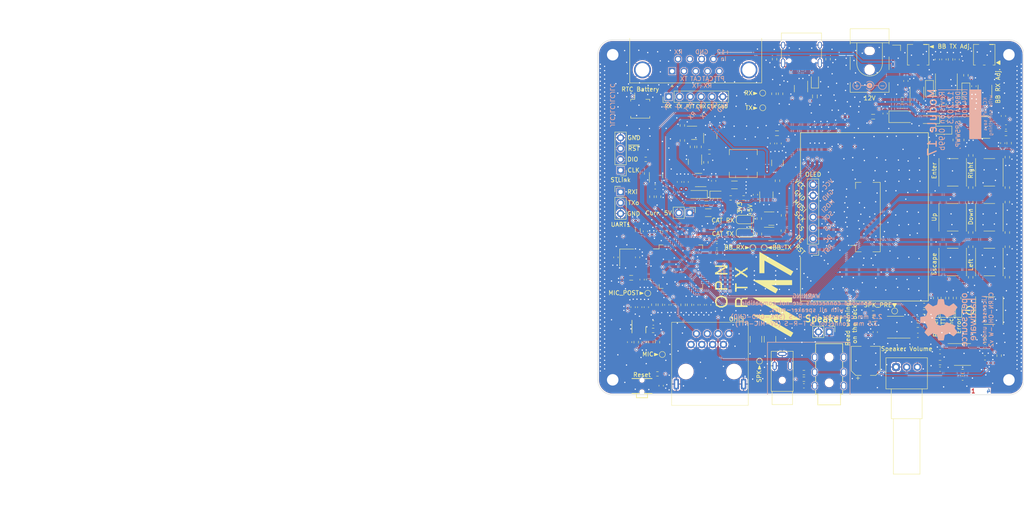
<source format=kicad_pcb>
(kicad_pcb (version 20221018) (generator pcbnew)
  (title_block (title "Module17") (date "2023-12-06") (rev "Rev 0.99") (company "OpenHT") (comment 1 "Morgan - ON4MOD") (comment 2 "Mathis - DB9MAT") (comment 3 "Wojciech - SP5WWP") (comment 4 "Authors:"))
  (layers (0 "F.Cu" signal) (1 "In1.Cu" signal) (2 "In2.Cu" signal) (31 "B.Cu" signal) (34 "B.Paste" user) (35 "F.Paste" user) (36 "B.SilkS" user "B.Silkscreen") (37 "F.SilkS" user "F.Silkscreen") (38 "B.Mask" user) (39 "F.Mask" user) (44 "Edge.Cuts" user))
  (net 0 "")
  (net 1 "VDD")
  (net 2 "GND")
  (net 3 "Net-(U201-PH0)")
  (net 4 "Net-(U201-PH1)")
  (net 5 "Net-(U201-VCAP_1)")
  (net 6 "VDDA")
  (net 7 "+5V")
  (net 8 "BASEBAND_RX")
  (net 9 "Net-(U201-VCAP_2)")
  (net 10 "NRST")
  (net 11 "Net-(U203-BST)")
  (net 12 "AUDIO_SPK")
  (net 13 "VAA")
  (net 14 "Net-(U203-SW)")
  (net 15 "Net-(D203-A)")
  (net 16 "Net-(Q301-G)")
  (net 17 "Net-(U301A-+)")
  (net 18 "Net-(C304-Pad1)")
  (net 19 "Net-(U301A--)")
  (net 20 "Net-(C305-Pad1)")
  (net 21 "Net-(C305-Pad2)")
  (net 22 "Net-(IC301-+IN)")
  (net 23 "Net-(IC301--IN)")
  (net 24 "Net-(IC301-VO1)")
  (net 25 "Net-(U302-MICIN)")
  (net 26 "/Connectors/xUDN")
  (net 27 "Net-(U302-CT)")
  (net 28 "Net-(IC301-VO2)")
  (net 29 "Net-(C310-Pad2)")
  (net 30 "Net-(U302-BIAS)")
  (net 31 "Net-(U302-CG)")
  (net 32 "Net-(C401-Pad1)")
  (net 33 "Net-(C503-Pad2)")
  (net 34 "Net-(C505-Pad1)")
  (net 35 "Net-(C506-Pad1)")
  (net 36 "MIC")
  (net 37 "SPEAKER")
  (net 38 "Net-(C507-Pad1)")
  (net 39 "/Connectors/xUDP")
  (net 40 "Net-(U503B-+)")
  (net 41 "/Baseband/BB_RX_A")
  (net 42 "Net-(C508-Pad1)")
  (net 43 "Net-(U504B--)")
  (net 44 "+12V")
  (net 45 "RADIO_TX")
  (net 46 "/Baseband/BB_RX_B")
  (net 47 "Net-(C511-Pad1)")
  (net 48 "RADIO_PTT")
  (net 49 "RADIO_RX")
  (net 50 "Net-(U504B-+)")
  (net 51 "Net-(U503A-+)")
  (net 52 "SWDIO")
  (net 53 "SWCLK")
  (net 54 "Net-(C510-Pad2)")
  (net 55 "BTN_UP")
  (net 56 "Net-(D202-Pad2)")
  (net 57 "BTN_DOWN")
  (net 58 "Net-(D202-Pad3)")
  (net 59 "LINE")
  (net 60 "~{BOOT0}")
  (net 61 "BTN_LEFT")
  (net 62 "Net-(J301-A)")
  (net 63 "Net-(J302-A)")
  (net 64 "BTN_RIGHT")
  (net 65 "GPIO_POWER")
  (net 66 "Net-(D204-A)")
  (net 67 "LED-PTT")
  (net 68 "LED-SYNC")
  (net 69 "LED-ERROR")
  (net 70 "Net-(D401-A)")
  (net 71 "USB_DN")
  (net 72 "USB_DP")
  (net 73 "~{PTT_IN}")
  (net 74 "AUDIO_MIC")
  (net 75 "Net-(D205-A)")
  (net 76 "BASEBAND_TX")
  (net 77 "/MCU & Power/VDD_MCU")
  (net 78 "~{PTT_OUT}")
  (net 79 "Net-(D206-A)")
  (net 80 "SPK_MUTE")
  (net 81 "USART3_TX")
  (net 82 "CAT_TXout")
  (net 83 "CAT_RXin")
  (net 84 "USART3_RX")
  (net 86 "/Baseband/BB_RX_W")
  (net 87 "USART1_RX")
  (net 88 "/Baseband/BB_TX_W")
  (net 89 "USART1_TX")
  (net 90 "Net-(J402-CC1)")
  (net 92 "MIC_GAIN")
  (net 93 "BTN_ENT")
  (net 95 "Net-(J402-CC2)")
  (net 97 "Net-(J407-Pad4)")
  (net 98 "I2C_SDA")
  (net 99 "I2C_SCL")
  (net 100 "~{MIC_MUTE}")
  (net 101 "Net-(J407-Pad8)")
  (net 102 "Net-(J408-Pin_1)")
  (net 103 "Net-(J408-Pin_2)")
  (net 104 "OLED_SPI_MOSI")
  (net 105 "OLED_SPI_SCK")
  (net 106 "OLED_DC")
  (net 107 "OLED_RST")
  (net 108 "Net-(Q201-B)")
  (net 109 "OLED_CS")
  (net 110 "Net-(Q201-C)")
  (net 111 "Net-(Q202-G)")
  (net 112 "Net-(JP201-A)")
  (net 113 "HMI_VIN")
  (net 114 "Net-(U203-EN)")
  (net 115 "Net-(U201-PB2)")
  (net 116 "Net-(U201-PA3)")
  (net 117 "Net-(U201-PB0)")
  (net 118 "Net-(U203-FB)")
  (net 119 "Net-(R215-Pad1)")
  (net 120 "Net-(R216-Pad1)")
  (net 121 "Net-(R219-Pad1)")
  (net 122 "Net-(R220-Pad1)")
  (net 123 "Net-(R223-Pad1)")
  (net 124 "Net-(R224-Pad1)")
  (net 125 "Net-(U302-MICBIAS)")
  (net 126 "Net-(U302-GAIN)")
  (net 127 "Net-(U302-TH)")
  (net 128 "Net-(D207-A)")
  (net 129 "Net-(U504A--)")
  (net 143 "Net-(U301B-+)")
  (net 144 "Net-(U301B--)")
  (net 146 "Net-(C315-Pad1)")
  (net 147 "Net-(D203-K)")
  (net 148 "Net-(D401-K)")
  (net 149 "HMI_PWR_ON")
  (net 150 "+BATT")
  (footprint "M17_connectors:KH-RJ45-58-8P8C" (layer "F.Cu") (at 196.325 132.65)
    (fp_text reference "J407")
    (fp_text value "KH-RJ45-58-8P8C")
  )
  (footprint "Resistor_SMD:R_0603_1608Metric" (layer "F.Cu") (at 266.125 102.575 -90)
    (fp_text reference "R218")
    (fp_text value "470")
  )
  (footprint "Capacitor_SMD:C_0603_1608Metric" (layer "F.Cu") (at 245.125 116.195 180)
    (fp_text reference "C304")
    (fp_text value "10n")
  )
  (footprint "Resistor_SMD:R_0603_1608Metric" (layer "F.Cu") (at 260.875 117.25 180)
    (fp_text reference "R314")
    (fp_text value "2k")
  )
  (footprint "Resistor_SMD:R_0603_1608Metric" (layer "F.Cu") (at 266.125 81.525 -90)
    (fp_text reference "R230")
    (fp_text value "470")
  )
  (footprint "Capacitor_SMD:C_0603_1608Metric" (layer "F.Cu") (at 242.3 56.5 -90)
    (fp_text reference "C501")
    (fp_text value "100n")
  )
  (footprint "Jumper:SolderJumper-3_P1.3mm_Bridged12_RoundedPad1.0x1.5mm" (layer "F.Cu") (at 204.55 92.15 180)
    (fp_text reference "J301")
    (fp_text value "CAT_TX")
  )
  (footprint "Capacitor_SMD:C_0603_1608Metric" (layer "F.Cu") (at 179.35 97.9 90)
    (fp_text reference "C203")
    (fp_text value "12p")
  )
  (footprint "Capacitor_SMD:C_0603_1608Metric" (layer "F.Cu") (at 207 83.2 90)
    (fp_text reference "C210")
    (fp_text value "100n")
  )
  (footprint "Resistor_SMD:R_0603_1608Metric" (layer "F.Cu") (at 254.875 65.4)
    (fp_text reference "R503")
    (fp_text value "3k3")
  )
  (footprint "Inductor_SMD:L_0805_2012Metric" (layer "F.Cu") (at 195.525 85.225)
    (fp_text reference "L202")
    (fp_text value "1u")
  )
  (footprint "Resistor_SMD:R_0603_1608Metric" (layer "F.Cu") (at 207.8875 88.8 -90)
    (fp_text reference "R308")
    (fp_text value "10k")
  )
  (footprint "Resistor_SMD:R_0603_1608Metric" (layer "F.Cu") (at 249.3 107.45 90)
    (fp_text reference "R225")
    (fp_text value "680")
  )
  (footprint "Capacitor_Tantalum_SMD:CP_EIA-3216-18_Kemet-A" (layer "F.Cu") (at 256.4 59.3 -90)
    (fp_text reference "C507")
    (fp_text value "22u")
  )
  (footprint "Resistor_SMD:R_0603_1608Metric" (layer "F.Cu") (at 184.275 83.675 90)
    (fp_text reference "R301")
    (fp_text value "47k")
  )
  (footprint "Resistor_SMD:R_0603_1608Metric" (layer "F.Cu") (at 212.91 59.51 90)
    (fp_text reference "R510")
    (fp_text value "DNP")
  )
  (footprint "Resistor_SMD:R_0603_1608Metric" (layer "F.Cu") (at 256.4 55.175 -90)
    (fp_text reference "R506")
    (fp_text value "2k2")
  )
  (footprint "Capacitor_SMD:C_0603_1608Metric" (layer "F.Cu") (at 265.8 67.3)
    (fp_text reference "C503")
    (fp_text value "10n")
  )
  (footprint "TestPoint:TestPoint_Pad_D1.0mm" (layer "F.Cu") (at 239.68 110.5)
    (fp_text reference "TP301")
    (fp_text value "TP_SPK_PRE")
  )
  (footprint "Resistor_SMD:R_0603_1608Metric" (layer "F.Cu") (at 182.985 115.05)
    (fp_text reference "R313")
    (fp_text value "100k")
  )
  (footprint "Capacitor_SMD:C_0603_1608Metric" (layer "F.Cu") (at 212.55 71.175 -90)
    (fp_text reference "C225")
    (fp_text value "100n")
  )
  (footprint "Capacitor_SMD:C_0603_1608Metric" (layer "F.Cu") (at 185.775 91.8 90)
    (fp_text reference "C227")
    (fp_text value "10n")
  )
  (footprint "Button_Switch_SMD:SW_SPST_PTS645" (layer "F.Cu") (at 261.9 110.4 90)
    (fp_text reference "SW201")
    (fp_text value "Tactile switch")
  )
  (footprint "Capacitor_SMD:C_0603_1608Metric" (layer "F.Cu") (at 178.3 109.6 90)
    (fp_text reference "C316")
    (fp_text value "100n")
  )
  (footprint "MountingHole:MountingHole_2.7mm_M2.5_DIN965_Pad" (layer "F.Cu") (at 173.5 126.65)
    (fp_text reference "H103")
    (fp_text value "M3")
  )
  (footprint "Capacitor_SMD:C_0603_1608Metric" (layer "F.Cu") (at 189.175 80.2 90)
    (fp_text reference "C211")
    (fp_text value "1u")
  )
  (footprint "Resistor_SMD:R_0603_1608Metric" (layer "F.Cu") (at 245.125 113.825 180)
    (fp_text reference "R304")
    (fp_text value "7k5")
  )
  (footprint "Connector_PinHeader_2.54mm:PinHeader_1x07_P2.54mm_Vertical" (layer "F.Cu") (at 220.525 96.075 180)
    (fp_text reference "J406")
    (fp_text value "2.54mm Header 7p")
  )
  (footprint "Resistor_SMD:R_0603_1608Metric" (layer "F.Cu") (at 218.375 124.95)
    (fp_text reference "R406")
    (fp_text value "2k2")
  )
  (footprint "Package_TO_SOT_SMD:SOT-23-6" (layer "F.Cu") (at 217.7 58.2975 -90)
    (fp_text reference "U401")
    (fp_text value "USBLC6-2SC6")
  )
  (footprint "Resistor_SMD:R_0603_1608Metric" (layer "F.Cu") (at 250.325 122.6)
    (fp_text reference "R307")
    (fp_text value "3k3")
  )
  (footprint "Diode_SMD:D_SOD-128" (layer "F.Cu") (at 241.5 64.9)
    (fp_text reference "D201")
    (fp_text value "PTVS18VP1UP")
  )
  (footprint "Capacitor_SMD:C_0603_1608Metric" (layer "F.Cu") (at 235.125 115.445 90)
    (fp_text reference "C302")
    (fp_text value "100n")
  )
  (footprint "Resistor_SMD:R_0603_1608Metric" (layer "F.Cu") (at 257.525 81.525 -90)
    (fp_text reference "R217")
    (fp_text value "470")
  )
  (footprint "Capacitor_SMD:C_0603_1608Metric" (layer "F.Cu") (at 181.925 103.125 -90)
    (fp_text reference "C220")
    (fp_text value "100n")
  )
  (footprint "Capacitor_SMD:C_0603_1608Metric" (layer "F.Cu") (at 258.275 57.725 90)
    (fp_text reference "C502")
    (fp_text value "100n")
  )
  (footprint "LED_SMD:LED_0603_1608Metric" (layer "F.Cu") (at 251.1 110.495 90)
    (fp_text reference "D205")
    (fp_text value "Red")
  )
  (footprint "Resistor_SMD:R_0603_1608Metric" (layer "F.Cu") (at 181.25 74.9 180)
    (fp_text reference "R408")
    (fp_text value "22")
  )
  (footprint "Connector_PinHeader_2.54mm:PinHeader_1x03_P2.54mm_Vertical" (layer "F.Cu") (at 175.35 82.55)
    (fp_text reference "J409")
    (fp_text value "UART")
  )
  (footprint "Connector_FFC-FPC:Hirose_FH12-26S-0.5SH_1x26-1MP_P0.50mm_Horizontal" (layer "F.Cu") (at 231.8 88.455 90)
    (fp_text reference "J412")
    (fp_text value "Hirose FH12-26S-0.5SH(55)")
  )
  (footprint "Package_SO:SOIC-8_3.9x4.9mm_P1.27mm" (layer "F.Cu") (at 239.875 114.295 180)
    (fp_text reference "U301")
    (fp_text value "MCP6002")
  )
  (footprint "TestPoint:TestPoint_Pad_D1.0mm" (layer "F.Cu") (at 208.72 62.8 90)
    (fp_text reference "TP504")
    (fp_text value "TP_TX")
  )
  (footprint "M17_connectors:PJ-211A" (layer "F.Cu") (at 213.305 126.748 90)
    (fp_text reference "J405")
    (fp_text value "Kenwood-2.5")
  )
  (footprint "Capacitor_SMD:C_0603_1608Metric" (layer "F.Cu") (at 184.25 91.8 90)
    (fp_text reference "C226")
    (fp_text value "100n")
  )
  (footprint "Resistor_SMD:R_0603_1608Metric" (layer "F.Cu") (at 211.5 51.385 90)
    (fp_text reference "R402")
    (fp_text value "5k1")
  )
  (footprint "Connector_PinHeader_2.54mm:PinHeader_1x06_P2.54mm_Vertical" (layer "F.Cu") (at 186.64 60.2 90)
    (fp_text reference "J403")
    (fp_text value "Radio_Opt")
  )
  (footprint "Capacitor_SMD:C_0603_1608Metric" (layer "F.Cu") (at 246.6 109.175 180)
    (fp_text reference "C315")
    (fp_text value "10n")
  )
  (footprint "Inductor_SMD:L_0805_2012Metric" (layer "F.Cu") (at 179.4 91.5125 -90)
    (fp_text reference "FB204")
    (fp_text value "FB0805")
  )
  (footprint "Inductor_SMD:L_0805_2012Metric" (layer "F.Cu") (at 212.0625 68.775)
    (fp_text reference "FB203")
    (fp_text value "FB0805")
  )
  (footprint "Capacitor_SMD:C_0603_1608Metric" (layer "F.Cu") (at 184.875 128.025 90)
    (fp_text reference "C215")
    (fp_text value "100n")
  )
  (footprint "Capacitor_SMD:C_0603_1608Metric" (layer "F.Cu") (at 193.025 109.05 90)
    (fp_text reference "C204")
    (fp_text value "2u2")
  )
  (footprint "Resistor_SMD:R_0603_1608Metric" (layer "F.Cu") (at 252.8 51.45 -90)
    (fp_text reference "R507")
    (fp_text value "3k9")
  )
  (footprint "Capacitor_SMD:C_0603_1608Metric" (layer "F.Cu") (at 194.525 109.05 -90)
    (fp_text reference "C221")
    (fp_text value "10n")
  )
  (footprint "Resistor_SMD:R_0603_1608Metric" (layer "F.Cu") (at 264.2 120.975 -90)
    (fp_text reference "R319")
    (fp_text value "10k")
  )
  (footprint "Resistor_SMD:R_1210_3225Metric" (layer "F.Cu") (at 210.425 117.125 90)
    (fp_text reference "R409")
    (fp_text value "100")
  )
  (footprint "Resistor_SMD:R_0603_1608Metric" (layer "F.Cu") (at 253.875 62.05 90)
    (fp_text reference "R505")
    (fp_text value "39k")
  )
  (footprint "Crystal:Crystal_SMD_3225-4Pin_3.2x2.5mm" (layer "F.Cu") (at 176.8 97.95 -90)
    (fp_text reference "Y201")
    (fp_text value "8 MHz")
  )
  (footprint "Inductor_SMD:L_0805_2012Metric" (layer "F.Cu") (at 177.8375 102.7)
    (fp_text reference "FB202")
    (fp_text value "FB0805")
  )
  (footprint "Connector_USB:USB_C_Receptacle_HRO_TYPE-C-31-M-12" (layer "F.Cu") (at 217.8 49.15 180)
    (fp_text reference "J402")
    (fp_text value "USB_C")
  )
  (footprint "Capacitor_SMD:C_0603_1608Metric" (layer "F.Cu") (at 255.625 126.25)
    (fp_text reference "C307")
    (fp_text value "15p")
  )
  (footprint "LED_SMD:LED_0603_1608Metric" (layer "F.Cu") (at 252.9 110.495 90)
    (fp_text reference "D206")
    (fp_text value "Green")
  )
  (footprint "Capacitor_SMD:C_0603_1608Metric" (layer "F.Cu") (at 260.875 118.8)
    (fp_text reference "C310")
    (fp_text value "100n")
  )
  (footprint "Package_TO_SOT_SMD:SOT-23" (layer "F.Cu") (at 183.675 78.6 90)
    (fp_text reference "Q301")
    (fp_text value "IRLML2060")
  )
  (footprint "Connector_Molex:Molex_PicoBlade_53261-0271_1x02-1MP_P1.25mm_Horizontal" (layer "F.Cu") (at 179.97 62.52)
    (fp_text reference "J413")
    (fp_text value "Molex 532610271")
  )
  (footprint "Capacitor_SMD:C_0603_1608Metric" (layer "F.Cu") (at 197.95 93.65)
    (fp_text reference "C216")
    (fp_text value "100n")
  )
  (footprint "Capacitor_SMD:C_0603_1608Metric" (layer "F.Cu") (at 218.375 128.05 180)
    (fp_text reference "C401")
    (fp_text value "100n")
  )
  (footprint "Capacitor_SMD:C_0603_1608Metric" (layer "F.Cu") (at 181.4 109.6 90)
    (fp_text reference "C314")
    (fp_text value "2u2")
  )
  (footprint "Resistor_SMD:R_0603_1608Metric" (layer "F.Cu") (at 265.8 68.825)
    (fp_text reference "R501")
    (fp_text value "3k9")
  )
  (footprint "Resistor_SMD:R_0603_1608Metric" (layer "F.Cu") (at 184 125.255 180)
    (fp_text reference "R214")
    (fp_text value "47k")
  )
  (footprint "Resistor_SMD:R_0603_1608Metric" (layer "F.Cu") (at 207.9375 92.4 -90)
    (fp_text reference "R305")
    (fp_text value "10k")
  )
  (footprint "Capacitor_SMD:C_0603_1608Metric" (layer "F.Cu") (at 250.325 120.05 180)
    (fp_text reference "C306")
    (fp_text value "100n")
  )
  (footprint "Capacitor_Tantalum_SMD:CP_EIA-3216-18_Kemet-A" (layer "F.Cu") (at 247.95 65.55 180)
    (fp_text reference "C510")
    (fp_text value "22u")
  )
  (footprint "Resistor_SMD:R_0603_1608Metric" (layer "F.Cu") (at 179.025 117.8 -90)
    (fp_text reference "R311")
    (fp_text value "0")
  )
  (footprint "Potentiometer_SMD:Potentiometer_Bourns_3224J_Horizontal" (layer "F.Cu") (at 260.7 50.35 -90)
    (fp_text reference "RV502")
    (fp_text value "10k")
  )
  (footprint "Resistor_SMD:R_0603_1608Metric" (layer "F.Cu") (at 266.125 95.425 -90)
    (fp_text reference "R216")
    (fp_text value "10k")
  )
  (footprint "Package_TO_SOT_SMD:SOT-23" (layer "F.Cu") (at 196.4 69.4125 90)
    (fp_text reference "Q202" hide)
    (fp_text value "IRLML2244")
  )
  (footprint "Resistor_SMD:R_0603_1608Metric" (layer "F.Cu") (at 224.05 51.385 90)
    (fp_text reference "R401")
    (fp_text value "5k1")
  )
  (footprint "Resistor_SMD:R_0603_1608Metric" (layer "F.Cu") (at 213.6 88.05 -90)
    (fp_text reference "R312")
    (fp_text value "10k")
  )
  (footprint "Capacitor_SMD:C_0603_1608Metric" (layer "F.Cu") (at 177.475 117.8 90)
    (fp_text reference "C308")
    (fp_text value "100n")
  )
  (footprint "Capacitor_SMD:C_0603_1608Metric" (layer "F.Cu") (at 187.725 109.0375 -90)
    (fp_text reference "C214")
    (fp_text value "10n")
  )
  (footprint "Capacitor_SMD:C_0603_1608Metric" (layer "F.Cu") (at 174.25 97.9 90)
    (fp_text reference "C202")
    (fp_text value "12p")
  )
  (footprint "Resistor_SMD:R_0603_1608Metric" (layer "F.Cu") (at 241.475 60.9 180)
    (fp_text reference "R231")
    (fp_text value "2k2")
  )
  (footprint "Capacitor_SMD:C_0603_1608Metric" (layer "F.Cu") (at 245.125 112.275)
    (fp_text reference "C303")
    (fp_text value "1n5")
  )
  (footprint "Jumper:SolderJumper-3_P1.3mm_Bridged12_RoundedPad1.0x1.5mm" (layer "F.Cu") (at 204.55 89.025 180)
    (fp_text reference "J302")
    (fp_text value "CAT_RX")
  )
  (footprint "Resistor_SMD:R_0603_1608Metric" (layer "F.Cu") (at 266.125 84.925 -90)
    (fp_text reference "R220")
    (fp_text value "10k")
  )
  (footprint "Resistor_SMD:R_0603_1608Metric" (layer "F.Cu") (at 193.775 71.975 -90)
    (fp_text reference "R203")
    (fp_text value "10k")
  )
  (footprint "Diode_SMD:D_SOD-323" (layer "F.Cu") (at 197.9225 83.21)
    (fp_text reference "D203")
    (fp_text value "BAT60A")
  )
  (footprint "Capacitor_Tantalum_SMD:CP_EIA-3216-18_Kemet-A" (layer "F.Cu") (at 193.421 83.15 180)
    (fp_text reference "C206")
    (fp_text value "10u")
  )
  (footprint "Resistor_SMD:R_0603_1608Metric" (layer "F.Cu") (at 211.34 59.51 -90)
    (fp_text reference "R509")
    (fp_text value "0")
  )
  (footprint "Resistor_SMD:R_0603_1608Metric" (layer "F.Cu") (at 247.425 113.075 -90)
    (fp_text reference "R303")
    (fp_text value "13k")
  )
  (footprint "Resistor_SMD:R_0603_1608Metric" (layer "F.Cu") (at 241.475 62.425 180)
    (fp_text reference "R232")
    (fp_text value "2k2")
  )
  (footprint "Capacitor_SMD:C_0603_1608Metric" (layer "F.Cu") (at 183.04 113.3)
    (fp_text reference "C309")
    (fp_text value "100n")
  )
  (footprint "Resistor_SMD:R_0603_1608Metric" (layer "F.Cu") (at 266.125 74.375 -90)
    (fp_text reference "R224")
    (fp_text value "10k")
  )
  (footprint "Capacitor_SMD:C_0603_1608Metric" (layer "F.Cu") (at 254.35 51.45 90)
    (fp_text reference "C509")
    (fp_text value "680p")
  )
  (footprint "Resistor_SMD:R_0603_1608Metric" (layer "F.Cu") (at 253.9 70.35 90)
    (fp_text reference "R511")
    (fp_text value "22k")
  )
  (footprint "Resistor_SMD:R_0603_1608Metric" (layer "F.Cu") (at 195.375 75.6 -90)
    (fp_text reference "R206")
    (fp_text value "22k")
  )
  (footprint "M17_logos:M17_logo_20x11.5mm" (layer "F.Cu") (at 212.05 106.6 90)
    (fp_text reference "LOGO101" hide)
    (fp_text value "M17_logo")
  )
  (footprint "Package_TO_SOT_SMD:SOT-23" (layer "F.Cu") (at 192.821 75.4875 -90)
    (fp_text reference "Q201" hide)
    (fp_text value "MMBT3904")
  )
  (footprint "Capacitor_SMD:C_1206_3216Metric" (layer "F.Cu") (at 195.925 87.425)
    (fp_text reference "C223")
    (fp_text value "22u")
  )
  (footprint "Resistor_SMD:R_0603_1608Metric" (layer "F.Cu") (at 201.19 83.95 180)
    (fp_text reference "R213")
    (fp_text value "43k")
  )
  (footprint "Resistor_SMD:R_0603_1608Metric" (layer "F.Cu") (at 196.2 73.15 180)
    (fp_text reference "R205")
    (fp_text value "22k")
  )
  (footprint "Resistor_SMD:R_0603_1608Metric" (layer "F.Cu") (at 189.85 66.95 90)
    (fp_text reference "R202")
    (fp_text value "10k")
  )
  (footprint "Capacitor_Tantalum_SMD:CP_EIA-3216-18_Kemet-A" (layer "F.Cu") (at 250.8 68.05 180)
    (fp_text reference "C511")
    (fp_text value "22u")
  )
  (footprint "TestPoint:TestPoint_Pad_D1.0mm" (layer "F.Cu") (at 206.395 95.625)
    (fp_text reference "TP501")
    (fp_text value "TP_BBRX" hide)
  )
  (footprint "Package_QFP:LQFP-64_10x10mm_P0.5mm" (layer "F.Cu") (at 189.5 100.0875)
    (fp_text reference "U201")
    (fp_text value "STM32F405RGTx")
  )
  (footprint "Capacitor_SMD:C_0603_1608Metric" (layer "F.Cu") (at 180.4 103.125 -90)
    (fp_text reference "C218")
    (fp_text value "1u")
  )
  (footprint "Inductor_SMD:L_0805_2012Metric" (layer "F.Cu") (at 234.625 64.9)
    (fp_text reference "FB201")
    (fp_text value "FB0805")
  )
  (footprint "Capacitor_SMD:C_0603_1608Metric" (layer "F.Cu") (at 190.75 80.2 90)
    (fp_text reference "C209")
    (fp_text value "100n")
  )
  (footprint "LED_SMD:LED_0603_1608Metric" (layer "F.Cu") (at 254.7 110.495 90)
    (fp_text reference "D207")
    (fp_text value "Orange")
  )
  (footprint "TestPoint:TestPoint_Pad_D1.0mm" (layer "F.Cu") (at 185.15 120.7 180)
    (fp_text reference "TP302")
    (fp_text value "TP_MIC")
  )
  (footprint "Package_TO_SOT_SMD:SOT-23-5" (layer "F.Cu") (at 193.65 79.75 180)
    (fp_text reference "U202")
    (fp_text value "TPS7A2033")
  )
  (footprint "Resistor_SMD:R_0603_1608Metric" (layer "F.Cu") (at 182.45 117.807842 -90)
    (fp_text reference "R315")
    (fp_text value "150k")
  )
  (footprint "Resistor_SMD:R_0603_1608Metric" (layer "F.Cu") (at 266.55 71.1 -90)
    (fp_text reference "R502")
    (fp_text value "39k")
  )
  (footprint "MountingHole:MountingHole_2.7mm_M2.5_DIN965_Pad" (layer "F.Cu") (at 173.5 50.35)
    (fp_text reference "H102")
    (fp_text value "M3")
  )
  (footprint "Package_SO:SOIC-8_3.9x4.9mm_P1.27mm" (layer "F.Cu") (at 255.6 120.7)
    (fp_text reference "IC301")
    (fp_text value "LM4991MA")
  )
  (footprint "Resistor_SMD:R_0603_1608Metric" (layer "F.Cu") (at 257.55 73.98 -90)
    (fp_text reference "R215")
    (fp_text value "10k")
  )
  (footprint "Resistor_SMD:R_0603_1608Metric" (layer "F.Cu") (at 251.25 62.05 -90)
    (fp_text reference "R504")
    (fp_text value "3k3")
  )
  (footprint "Resistor_SMD:R_0603_1608Metric" (layer "F.Cu") (at 213.55 91.65 -90)
    (fp_text reference "R306")
    (fp_text value "10k")
  )
  (footprint "Capacitor_SMD:C_0603_1608Metric" (layer "F.Cu") (at 249.7 62.05 90)
    (fp_text reference "C506")
    (fp_text value "10n")
  )
  (footprint "Resistor_SMD:R_0603_1608Metric" (layer "F.Cu") (at 257.525 92.075 -90)
    (fp_text reference "R221")
    (fp_text value "470")
  )
  (footprint "Capacitor_SMD:C_0603_1608Metric" (layer "F.Cu") (at 197.95 96.7 180)
    (fp_text reference "C205")
    (fp_text value "2u2")
  )
  (footprint "Package_SO:MSOP-8_3x3mm_P0.65mm" (layer "F.Cu") (at 244.9 59.4 90)
    (fp_text reference "U501")
    (fp_text value "MCP4551-103")
  )
  (footprint "Capacitor_SMD:C_0603_1608Metric" (layer "F.Cu") (at 181.175 91.8 90)
    (fp_text reference "C222")
    (fp_text value "1u")
  )
  (footprint "Resistor_SMD:R_0603_1608Metric" (layer "F.Cu") (at 190.025 109.05 -90)
    (fp_text reference "R211")
    (fp_text value "10k")
  )
  (footprint "Resistor_SMD:R_0603_1608Metric" (layer "F.Cu") (at 184.675 109.0375 -90)
    (fp_text reference "R210")
    (fp_text value "10k")
  )
  (footprint "Resistor_SMD:R_0603_1608Metric" (layer "F.Cu") (at 251.1 107.45 90)
    (fp_text reference "R226")
    (fp_text value "680")
  )
  (footprint "Diode_SMD:D_SOD-323" (layer "F.Cu") (at 220.96 56.55 90)
    (fp_text reference "D401")
    (fp_text value "BAT60A")
  )
  (footprint "Resistor_SMD:R_0603_1608Metric" (layer "F.Cu") (at 257.525 84.925 -90)
    (fp_text reference "R219")
    (fp_text value "10k")
  )
  (footprint "Resistor_SMD:R_0603_1608Metric" (layer "F.Cu") (at 192.225 71.975 90)
    (fp_text reference "R204")
    (fp_text value "100k")
  )
  (footprint "Capacitor_SMD:C_0603_1608Metric" (layer "F.Cu") (at 251.25 51.45 -90)
    (fp_text reference "C508")
    (fp_text value "10n")
  )
  (footprint "Package_SO:SOIC-8_3.9x4.9mm_P1.27mm" (layer "F.Cu") (at 260.1 67.4)
    (fp_text reference "U503")
    (fp_text value "MCP6002")
  )
  (footprint "Package_TO_SOT_SMD:SOT-23" (layer "F.Cu") (at 192.6125 68.675)
    (fp_text reference "D202" hide)
    (fp_text value "BAT54C")
  )
  (footprint "Capacitor_SMD:C_0603_1608Metric" (layer "F.Cu") (at 251.85 65.4 180)
    (fp_text reference "C505")
    (fp_text value "10n")
  )
  (footprint "Button_Switch_SMD:SW_SPST_PTS645" (layer "F.Cu") (at 253.3 88.5 90)
    (fp_text reference "SW205")
    (fp_text value "Tactile switch")
  )
  (footprint "Capacitor_SMD:C_0603_1608Metric" (layer "F.Cu") (at 186.2 109.0375 -90)
    (fp_text reference "C213")
    (fp_text value "100n")
  )
  (footprint "Inductor_SMD:L_Vishay_IHLP-2525" (layer "F.Cu") (at 204.15 75.875)
    (fp_text reference "L201")
    (fp_text value "10u")
  )
  (footprint "Connector_PinHeader_2.54mm:PinHeader_1x02_P2.54mm_Vertical" (layer "F.Cu") (at 191.565 87.45 -90)
    (fp_text reference "JP201")
    (fp_text value "Jumper_2_Bridged")
  )
  (footprint "Resistor_SMD:R_0603_1608Metric" (layer "F.Cu") (at 184 117.807842 90)
    (fp_text reference "R309")
    (fp_text value "2k2")
  )
  (footprint "Connector_PinHeader_2.54mm:PinHeader_1x02_P2.54mm_Vertical" (layer "F.Cu") (at 224.325 115.4 -90)
    (fp_text reference "J410")
    (fp_text value "Speaker")
  )
  (footprint "Resistor_SMD:R_0603_1608Metric" (layer "F.Cu") (at 252.9 107.45 90)
    (fp_text reference "R227")
    (fp_text value "680")
  )
  (footprint "Inductor_SMD:L_0805_2012Metric" (layer "F.Cu") (at 220.96 60.1325 90)
    (fp_text reference "FB401")
    (fp_text value "FB0805")
  )
  (footprint "Resistor_SMD:R_0603_1608Metric" (layer "F.Cu") (at 204.225 83.95 180)
    (fp_text reference "R212")
    (fp_text value "8k2")
  )
  (footprint "Button_Switch_SMD:SW_SPST_PTS645" (layer "F.Cu") (at 253.3 77.95 90)
    (fp_text reference "SW203")
    (fp_text value "Tactile switch")
  )
  (footprint "M17_connectors:PJ-3136-B" (layer "F.Cu") (at 224.305 129.848 90)
    (fp_text reference "J404")
    (fp_text value "Kenwood-3.5")
  )
  (footprint "Resistor_SMD:R_0603_1608Metric" (layer "F.Cu") (at 255.425 70.35 -90)
    (fp_text reference "R512")
    (fp_text value "22k")
  )
  (footprint "Capacitor_SMD:C_0603_1608Metric" (layer "F.Cu") (at 180.9 117.807842 -90)
    (fp_text reference "C312")
    (fp_text value "470n")
  )
  (footprint "Capacitor_SMD:C_0603_1608Metric" (layer "F.Cu") (at 196.025 109.05 -90)
    (fp_text reference "C217")
    (fp_text value "100n")
  )
  (footprint "MountingHole:MountingHole_2.7mm_M2.5_DIN965_Pad" (layer "F.Cu") (at 266.5 126.65)
    (fp_text reference "H104")
    (fp_text value "M3")
  )
  (footprint "TestPoint:TestPoint_Pad_D1.0mm" (layer "F.Cu") (at 181.74 106.33 180)
    (fp_text reference "TP304")
    (fp_text value "TP_MIC_POST")
  )
  (footprint "M17_logos:OPN_RTX_logo_10x7.6mm" (layer "F.Cu") (at 202.525 104.8 90)
    (fp_text reference "LOGO102" hide)
    (fp_text value "OPN_RTX_logo")
  )
  (footprint "Button_Switch_SMD:SW_SPST_PTS645" (layer "F.Cu") (at 261.9 88.5 90)
    (fp_text reference "SW206")
    (fp_text value "Tactile switch")
  )
  (footprint "Capacitor_SMD:C_0603_1608Metric" (layer "F.Cu") (at 183.475 81.35)
    (fp_text reference "C301")
    (fp_text value "470p")
  )
  (footprint "Potentiometer_THT:Potentiometer_Alps_RK097_Single_Horizontal" (layer "F.Cu") (at 240 123.65 90)
    (fp_text reference "RV301" hide)
    (fp_text value "10k")
  )
  (footprint "Resistor_SMD:R_0603_1608Metric" (layer "F.Cu") (at 246.6 110.7)
    (fp_text reference "R316")
    (fp_text value "4k3")
  )
  (footprint "Resistor_SMD:R_0603_1608Metric" (layer "F.Cu") (at 180.425 78.225 90)
    (fp_text reference "R407")
    (fp_text value "22")
  )
  (footprint "Resistor_SMD:R_0603_1608Metric" (layer "F.Cu") (at 218.375 126.5)
    (fp_text reference "R405")
    (fp_text value "10k")
  )
  (footprint "TestPoint:TestPoint_Pad_D1.0mm" (layer "F.Cu") (at 208.71 59.35)
    (fp_text reference "TP503")
    (fp_text value "TP_RX")
  )
  (footprint "Resistor_SMD:R_0603_1608Metric" (layer "F.Cu") (at 254.7 107.45 90)
    (fp_text reference "R228")
    (fp_text value "680")
  )
  (footprint "TestPoint:TestPoint_Pad_D1.0mm" (layer "F.Cu") (at 209.05 95.625 90)
    (fp_text reference "TP502")
    (fp_text value "TP_BBTX" hide)
  )
  (footprint "Connector_PinHeader_2.54mm:PinHeader_1x04_P2.54mm_Vertical" (layer "F.Cu") (at 175.35 77.45 180)
    (fp_text reference "J408")
    (fp_text value "STLink")
  )
  (footprint "Capacitor_Tantalum_SMD:CP_EIA-3216-18_Kemet-A" (layer "F.Cu") (at 247.85 58.7 -90)
    (fp_text reference "C512")
    (fp_text value "22u")
  )
  (footprint "LED_SMD:LED_0603_1608Metric" (layer "F.Cu") (at 249.3 110.495 90)
    (fp_text reference "D204")
    (fp_text value "Blue")
  )
  (footprint "Button_Switch_SMD:SW_SPST_PTS645" (layer "F.Cu") (at 261.9 99 90)
    (fp_text reference "SW204")
    (fp_text value "Tactile switch")
  )
  (footprint "Package_TO_SOT_SMD:SOT-23" (layer "F.Cu") (at 210.7375 92.4)
    (fp_text reference "Q302")
    (fp_text value "BSS138" hide)
  )
  (footprint "Resistor_SMD:R_0603_1608Metric" (layer "F.Cu") (at 234.625 110.98 180)
    (fp_text reference "R317")
    (fp_text value "10k")
  )
  (footprint "Capacitor_SMD:C_1206_3216Metric" (layer "F.Cu") (at 202.071 80.9)
    (fp_text reference "C212")
    (fp_text value "22u")
  )
  (footprint "Capacitor_SMD:C_0603_1608Metric" (layer "F.Cu") (at 249.7 51.45 90)
    (fp_text reference "C514")
    (fp_text value "100n")
  )
  (footprint "Resistor_SMD:R_0603_1608Metric" (layer "F.Cu") (at 191.525 109.05 90)
    (fp_text reference "R208")
    (fp_text value "1k")
  )
  (footprint "Resistor_SMD:R_0603_1608Metric" (layer "F.Cu") (at 234.625 112.51)
    (fp_text reference "R318")
    (fp_text value "10k")
  )
  (footprint "Button_Switch_SMD:SW_SPST_PTS645" (layer "F.Cu") (at 261.9 77.95 90)
    (fp_text reference "SW208")
    (fp_text value "Tactile switch")
  )
  (footprint "TestPoint:TestPoint_Pad_D1.0mm" (layer "F.Cu") (at 207.95 122.25)
    (fp_text reference "TP303")
    (fp_text value "TP_SPK")
  )
  (footprint "Package_TO_SOT_SMD:SOT-23" (layer "F.Cu") (at 210.7375 88.8)
    (fp_text reference "Q303")
    (fp_text value "BSS138" hide)
  )
  (footprint "Resistor_SMD:R_0603_1608Metric" (layer "F.Cu") (at 257.525 102.575 -90)
    (fp_text reference "R229")
    (fp_text value "470")
  )
  (footprint "Capacitor_SMD:C_0603_1608Metric" (layer "F.Cu") (at 197.95 95.175)
    (fp_text reference "C219")
    (fp_text value "10n")
  )
  (footprint "Resistor_SMD:R_0603_1608Metric" (layer "F.Cu") (at 266.125 92.075 -90)
    (fp_text reference "R222")
    (fp_text value "470")
  )
  (footprint "Resistor_SMD:R_0603_1608Metric" (layer "F.Cu") (at 212.175 79.925 -90)
    (fp_text reference "R207")
    (fp_text value "100k")
  )
  (footprint "Package_SO:SOIC-8_3.9x4.9mm_P1.27mm" (layer "F.Cu") (at 251.815 56.75 90)
    (fp_text reference "U504")
    (fp_text value "MCP6002")
  )
  (footprint "Button_Switch_SMD:SW_SPST_PTS645" (layer "F.Cu") (at 253.3 99 90)
    (fp_text reference "SW207")
    (fp_text value "Tactile switch")
  )
  (footprint "Resistor_SMD:R_0603_1608Metric" (layer "F.Cu") (at 254.65 68.05 180)
    (fp_text reference "R508")
    (fp_text value "22k")
  )
  (footprint "Capacitor_SMD:C_0603_1608Metric" (layer "F.Cu") (at 237.45 64.15 -90)
    (fp_text reference "C201")
    (fp_text value "10n")
  )
  (footprint "M17_misc_passive:SW_SPST_436351045816" (layer "F.Cu") (at 180.375 128.1)
    (fp_text reference "SW202")
    (fp_text value "Tactile switch")
  )
  (footprint "Capacitor_SMD:C_0603_1608Metric" (layer "F.Cu") (at 250.325 124.15 180)
    (fp_text reference "C305")
    (fp_text value "220n")
  )
  (footprint "Capacitor_SMD:C_0603_1608Metric" (layer "F.Cu") (at 265.05 71.1 -90)
    (fp_text reference "C504")
    (fp_text value "680p")
  )
  (footprint "Capacitor_SMD:C_1210_3225Metric" (layer "F.Cu") (at 212.171 75.725 90)
    (fp_text reference "C207")
    (fp_text value "10u")
  )
  (footprint "Resistor_SMD:R_0603_1608Metric" (layer "F.Cu") (at 257.525 95.425 -90)
    (fp_text reference "R223")
    (fp_text value "10k")
  )
  (footprint "Package_SO:MSOP-8_3x3mm_P0.65mm" (layer "F.Cu") (at 260.875 58.9625 90)
    (fp_text reference "U502")
    (fp_text value "MCP4551-103")
  )
  (footprint "Resistor_SMD:R_1210_3225Metric" (layer "F.Cu") (at 207.125 117.125 90)
    (fp_text reference "R410")
    (fp_text value "100")
  )
  (footprint "Capacitor_SMD:C_0603_1608Metric" (layer "F.Cu") (at 211 71.175 -90)
    (fp_text reference "C224")
    (fp_text value "1u")
  )
  (footprint "Resistor_SMD:R_0603_1608Metric" (layer "F.Cu") (at 255.625 124.7)
    (fp_text reference "R310")
    (fp_text value "47k")
  )
  (footprint "Capacitor_SMD:C_0603_1608Metric" (layer "F.Cu") (at 265.2 64.725 90)
    (fp_text reference "C513")
    (fp_text value "100n")
  )
  (footprint "Package_TO_SOT_SMD:SOT-23-6" (layer "F.Cu") (at 209.571 83.2875 90)
    (fp_text reference "U203")
    (fp_text value "TP6841S6")
  )
  (footprint "Capacitor_SMD:C_0603_1608Metric" (layer "F.Cu") (at 260.885 121.485)
    (fp_text reference "C313")
    (fp_text value "100n")
  )
  (footprint "MountingHole:MountingHole_2.7mm_M2.5_DIN965_Pad" (layer "F.Cu") (at 266.5 50.35)
    (fp_text reference "H101")
    (fp_text value "M3")
  )
  (footprint "Potentiometer_SMD:Potentiometer_Bourns_3224J_Horizontal" (layer "F.Cu") (at 245.2 50.35 -90)
    (fp_text reference "RV501")
    (fp_text value "10k")
  )
  (footprint "Resistor_SMD:R_0603_1608Metric" (layer "F.Cu") (at 189.85 70.475 90)
    (fp_text reference "R201")
    (fp_text value "100k")
  )
  (footprint "Connector_BarrelJack:BarrelJack_CLIFF_FC681465S_SMT_Horizontal" (layer "F.Cu") (at 233.8 52.35 -90)
    (fp_text reference "J411")
    (fp_text value "+12V")
  )
  (footprint "Capacitor_SMD:C_0603_1608Metric" (layer "F.Cu") (at 197.2 79.95 90)
    (fp_text reference "C208")
    (fp_text value "100n")
  )
  (footprint "Capacitor_SMD:C_0603_1608Metric" (layer "F.Cu") (at 179.85 109.6 90)
    (fp_text reference "C318")
    (fp_text value "2u2")
  )
  (footprint "Package_DFN_QFN:DFN-14-1EP_3x3mm_P0.4mm_EP1.78x2.35mm" (layer "F.Cu") (at 179.65 114.157842 -90)
    (fp_text reference "U302")
    (fp_text value "MAX9814")
  )
  (footprint "Resistor_SMD:R_0603_1608Metric" (layer "F.Cu") (at 183.15 109.025 90)
    (fp_text reference "R209")
    (fp_text value "10k")
  )
  (footprint "Connector_Dsub:DSUB-9_Female_Horizontal_P2.77x2.84mm_EdgePinOffset4.94mm_Housed_MountingHolesOffset7.48mm" (layer "F.Cu") (at 187.45 54.2 180)
    (fp_text reference "J401")
    (fp_text value "Radio")
  )
  (footprint "Resistor_SMD:R_0603_1608Metric" (layer "F.Cu") (at 182.7 83.675 -90)
    (fp_text reference "R302")
    (fp_text value "330")
  )
  (footprint "Capacitor_SMD:CP_Elec_6.3x7.7" (layer "F.Cu") (at 232.9 122.2 90)
    (fp_text reference "C311")
    (fp_text value "470u")
  )
  (footprint "M17_logos:heart_mask_025grid" (layer "B.Cu") (at 250.55 112.55 -90)
    (fp_text reference "REF**" hide)
    (fp_text value "heart")
  )
  (footprint "M17_logos:OSHW_logo_12.5x13mm" (layer "B.Cu") (at 252.25 112.55 -90)
    (fp_text reference "LOGO103")
    (fp_text value "OSHW_logo")
  )
  (footprint "Symbol:Symbol_Barrel_Polarity" (layer "B.Cu") (at 233.8 57.505 180)
    (fp_text reference "REF**" hide)
    (fp_text value "Symbol_Barrel_Polarity")
  )
  (gr_rect (start 257.25 58.575) (end 259.95 70.075) (stroke (width 0.15)) (fill solid) (layer "B.SilkS"))
  (gr_line (start 209.83 130.11) (end 209.825 117.825) (stroke (width 0.15)) (layer "B.SilkS"))
  (gr_line (start 256.75 58.575) (end 249.9 58.575) (stroke (width 0.15)) (layer "B.SilkS"))
  (gr_line (start 209.825 117.825) (end 229.2 117.825) (stroke (width 0.15)) (layer "B.SilkS"))
  (gr_line (start 229.2 117.825) (end 229.2 130.1) (stroke (width 0.15)) (layer "B.SilkS"))
  (gr_line (start 247.575 68.65) (end 247.575 108.15) (stroke (width 0.15)) (layer "F.SilkS"))
  (gr_line (start 217.575 68.65) (end 247.575 68.65) (stroke (width 0.15)) (layer "F.SilkS"))
  (gr_line (start 247.575 108.15) (end 217.575 108.15) (stroke (width 0.15)) (layer "F.SilkS"))
  (gr_poly (pts (xy 256.338674 109.919171) (xy 256.339193 109.912412) (xy 256.340053 109.905654) (xy 256.341257 109.898909) (xy 256.342809 109.892189) (xy 256.344714 109.885505) (xy 256.346976 109.87887) (xy 256.349599 109.872295) (xy 256.352587 109.865791) (xy 256.362837 109.845608) (xy 256.373427 109.826165) (xy 256.384362 109.807399) (xy 256.395646 109.789245) (xy 256.407283 109.771642) (xy 256.419279 109.754525) (xy 256.431637 109.737831) (xy 256.444362 109.721498) (xy 256.457459 109.705461) (xy 256.470931 109.689657) (xy 256.484784 109.674024) (xy 256.499023 109.658498) (xy 256.528672 109.627512) (xy 256.559914 109.596194) (xy 256.600007 109.558491) (xy 256.641544 109.523219) (xy 256.68443 109.49038) (xy 256.728568 109.459974) (xy 256.773862 109.432) (xy 256.820215 109.406459) (xy 256.867531 109.38335) (xy 256.915713 109.362674) (xy 256.964666 109.34443) (xy 257.014293 109.328619) (xy 257.064498 109.31524) (xy 257.115183 109.304293) (xy 257.166254 109.29578) (xy 257.217614 109.289698) (xy 257.269165 109.286049) (xy 257.320813 109.284833) (xy 257.37246 109.286049) (xy 257.424011 109.289697) (xy 257.475368 109.295778) (xy 257.526436 109.304292) (xy 257.577118 109.315238) (xy 257.627318 109.328616) (xy 257.676939 109.344427) (xy 257.725886 109.362671) (xy 257.774061 109.383346) (xy 257.821369 109.406455) (xy 257.867713 109.431996) (xy 257.912997 109.459969) (xy 257.957125 109.490374) (xy 257.999999 109.523213) (xy 258.041525 109.558483) (xy 258.081604 109.596186) (xy 258.119713 109.635832) (xy 258.155364 109.676907) (xy 258.188555 109.719316) (xy 258.219288 109.762964) (xy 258.247563 109.807756) (xy 258.273378 109.853597) (xy 258.296735 109.900391) (xy 258.317634 109.948043) (xy 258.336074 109.996458) (xy 258.352055 110.045541) (xy 258.365577 110.095197) (xy 258.376641 110.14533) (xy 258.385246 110.195845) (xy 258.391393 110.246647) (xy 258.395081 110.297642) (xy 258.39631 110.348733) (xy 258.39508 110.399812) (xy 258.39139 110.450797) (xy 258.38524 110.501591) (xy 258.376631 110.5521) (xy 258.365563 110.602228) (xy 258.352036 110.65188) (xy 258.336051 110.700961) (xy 258.317607 110.749376) (xy 258.296706 110.797029) (xy 258.273347 110.843826) (xy 258.247531 110.889671) (xy 258.219258 110.934469) (xy 258.188529 110.978125) (xy 258.155343 111.020543) (xy 258.119702 111.061629) (xy 258.081604 111.101287) (xy 258.041512 111.138977) (xy 257.999975 111.174236) (xy 257.95709 111.207062) (xy 257.912954 111.237458) (xy 257.867661 111.265421) (xy 257.82131 111.290953) (xy 257.773996 111.314054) (xy 257.725816 111.334722) (xy 257.676865 111.35296) (xy 257.62724 111.368765) (xy 257.577038 111.382139) (xy 257.526354 111.393081) (xy 257.475286 111.401592) (xy 257.423928 111.407671) (xy 257.372378 111.411318) (xy 257.320733 111.412534) (xy 257.269087 111.411318) (xy 257.217538 111.407671) (xy 257.166182 111.401592) (xy 257.115114 111.393081) (xy 257.064433 111.382139) (xy 257.014233 111.368765) (xy 256.964611 111.35296) (xy 256.915663 111.334722) (xy 256.867486 111.314054) (xy 256.820176 111.290953) (xy 256.773829 111.265421) (xy 256.728542 111.237458) (xy 256.68441 111.207062) (xy 256.641531 111.174236) (xy 256.6 111.138977) (xy 256.559914 111.101287) (xy 256.544073 111.085279) (xy 256.528601 111.068986) (xy 256.513502 111.052414) (xy 256.498778 111.035564) (xy 256.484432 111.018442) (xy 256.470466 111.001051) (xy 256.456884 110.983395) (xy 256.443686 110.965477) (xy 256.430877 110.947302) (xy 256.418459 110.928872) (xy 256.406434 110.910193) (xy 256.394805 110.891266) (xy 256.383575 110.872097) (xy 256.372746 110.852689) (xy 256.36232 110.833046) (xy 256.352301 110.813172) (xy 256.349396 110.806866) (xy 256.346847 110.80056) (xy 256.344652 110.79426) (xy 256.342806 110.787974) (xy 256.341306 110.781708) (xy 256.340148 110.775469) (xy 256.339328 110.769264) (xy 256.338842 110.763101) (xy 256.338687 110.756985) (xy 256.338859 110.750924) (xy 256.339354 110.744926) (xy 256.340168 110.738996) (xy 256.341298 110.733142) (xy 256.342739 110.727371) (xy 256.344489 110.72169) (xy 256.346542 110.716105) (xy 256.348897 110.710624) (xy 256.351547 110.705254) (xy 256.354491 110.700001) (xy 256.357724 110.694872) (xy 256.361242 110.689875) (xy 256.365042 110.685017) (xy 256.369119 110.680304) (xy 256.373471 110.675743) (xy 256.378093 110.671341) (xy 256.382982 110.667105) (xy 256.388133 110.663043) (xy 256.393543 110.659161) (xy 256.399208 110.655466) (xy 256.405125 110.651964) (xy 256.41129 110.648664) (xy 256.417698 110.645571) (xy 256.424281 110.64276) (xy 256.430934 110.640291) (xy 256.437645 110.638163) (xy 256.444404 110.63637) (xy 256.451199 110.634909) (xy 256.458017 110.633776) (xy 256.464847 110.632968) (xy 256.471677 110.632479) (xy 256.478496 110.632307) (xy 256.485292 110.632448) (xy 256.492053 110.632897) (xy 256.498767 110.633651) (xy 256.505423 110.634706) (xy 256.512009 110.636058) (xy 256.518513 110.637703) (xy 256.524924 110.639638) (xy 256.531229 110.641858) (xy 256.537418 110.64436) (xy 256.543478 110.647139) (xy 256.549398 110.650193) (xy 256.555166 110.653516) (xy 256.56077 110.657105) (xy 256.566199 110.660957) (xy 256.571441 110.665067) (xy 256.576483 110.669432) (xy 256.581315 110.674047) (xy 256.585925 110.678909) (xy 256.590301 110.684014) (xy 256.594431 110.689358) (xy 256.598303 110.694937) (xy 256.601907 110.700747) (xy 256.605229 110.706785) (xy 256.612771 110.721176) (xy 256.620433 110.735236) (xy 256.628239 110.748988) (xy 256.636211 110.762455) (xy 256.644372 110.77566) (xy 256.652746 110.788627) (xy 256.661354 110.801379) (xy 256.670221 110.813939) (xy 256.679368 110.826329) (xy 256.688819 110.838575) (xy 256.698596 110.850698) (xy 256.708723 110.862721) (xy 256.719223 110.874669) (xy 256.730118 110.886563) (xy 256.74143 110.898428) (xy 256.753184 110.910287) (xy 256.783093 110.938399) (xy 256.814079 110.964697) (xy 256.846071 110.989181) (xy 256.878998 111.011852) (xy 256.912786 111.032709) (xy 256.947366 111.051752) (xy 256.982664 111.068982) (xy 257.018608 111.084398) (xy 257.055128 111.098) (xy 257.09215 111.109789) (xy 257.129604 111.119764) (xy 257.167416 111.127926) (xy 257.205516 111.134274) (xy 257.243831 111.138808) (xy 257.28229 111.141528) (xy 257.320821 111.142435) (xy 257.359351 111.141528) (xy 257.397809 111.138808) (xy 257.436124 111.134274) (xy 257.474222 111.127926) (xy 257.512032 111.119764) (xy 257.549483 111.109789) (xy 257.586503 111.098) (xy 257.623019 111.084398) (xy 257.658959 111.068982) (xy 257.694253 111.051752) (xy 257.728827 111.032709) (xy 257.762611 111.011852) (xy 257.795531 110.989181) (xy 257.827517 110.964697) (xy 257.858497 110.938399) (xy 257.888398 110.910287) (xy 257.916028 110.881601) (xy 257.942037 110.851808) (xy 257.966402 110.820963) (xy 257.9891 110.78912) (xy 258.010111 110.756333) (xy 258.029411 110.722656) (xy 258.046979 110.688143) (xy 258.062792 110.652847) (xy 258.076827 110.616824) (xy 258.089063 110.580126) (xy 258.099478 110.542808) (xy 258.108049 110.504925) (xy 258.114754 110.46653) (xy 258.119571 110.427676) (xy 258.122477 110.388419) (xy 258.123451 110.348812) (xy 258.122478 110.309216) (xy 258.119574 110.269966) (xy 258.11476 110.231118) (xy 258.108059 110.192726) (xy 258.099492 110.154844) (xy 258.089082 110.117526) (xy 258.07685 110.080828) (xy 258.062818 110.044802) (xy 258.047009 110.009503) (xy 258.029443 109.974987) (xy 258.010143 109.941306) (xy 257.989131 109.908516) (xy 257.966428 109.87667) (xy 257.942057 109.845824) (xy 257.91604 109.816031) (xy 257.888398 109.787345) (xy 257.858497 109.759233) (xy 257.827517 109.732934) (xy 257.795531 109.708449) (xy 257.762611 109.685778) (xy 257.728827 109.66492) (xy 257.694253 109.645876) (xy 257.658959 109.628646) (xy 257.623019 109.61323) (xy 257.586503 109.599627) (xy 257.549483 109.587838) (xy 257.512032 109.577862) (xy 257.474222 109.569701) (xy 257.436124 109.563353) (xy 257.397809 109.558818) (xy 257.359351 109.556098) (xy 257.320821 109.555191) (xy 257.28229 109.556098) (xy 257.243831 109.558818) (xy 257.205516 109.563353) (xy 257.167416 109.569701) (xy 257.129604 109.577862) (xy 257.09215 109.587838) (xy 257.055128 109.599627) (xy 257.018608 109.61323) (xy 256.982664 109.628646) (xy 256.947366 109.645876) (xy 256.912786 109.66492) (xy 256.878998 109.685778) (xy 256.846071 109.708449) (xy 256.814079 109.732934) (xy 256.783093 109.759233) (xy 256.753184 109.787345) (xy 256.730135 109.810677) (xy 256.708741 109.833653) (xy 256.698609 109.845136) (xy 256.688824 109.856684) (xy 256.679363 109.868349) (xy 256.670203 109.88018) (xy 256.661322 109.89223) (xy 256.652698 109.90455) (xy 256.644309 109.917191) (xy 256.636131 109.930204) (xy 256.628142 109.943641) (xy 256.62032 109.957553) (xy 256.612642 109.97199) (xy 256.605087 109.987005) (xy 256.60177 109.993344) (xy 256.598172 109.999445) (xy 256.594305 110.005304) (xy 256.590179 110.010917) (xy 256.585806 110.016279) (xy 256.581199 110.021386) (xy 256.57637 110.026235) (xy 256.571329 110.03082) (xy 256.566089 110.035139) (xy 256.560661 110.039186) (xy 256.555058 110.042958) (xy 256.549291 110.046451) (xy 256.543371 110.04966) (xy 256.537311 110.052582) (xy 256.531122 110.055212) (xy 256.524817 110.057545) (xy 256.518406 110.059579) (xy 256.511902 110.061309) (xy 256.505316 110.06273) (xy 256.49866 110.063839) (xy 256.491946 110.064631) (xy 256.485186 110.065102) (xy 256.478392 110.065249) (xy 256.471574 110.065066) (xy 256.464746 110.06455) (xy 256.457918 110.063698) (xy 256.451103 110.062503) (xy 256.444312 110.060964) (xy 256.437557 110.059074) (xy 256.43085 110.056831) (xy 256.424203 110.05423) (xy 256.417627 110.051267) (xy 256.41121 110.047998) (xy 256.405036 110.044449) (xy 256.399107 110.040631) (xy 256.393429 110.036556) (xy 256.388004 110.032236) (xy 256.382838 110.027682) (xy 256.377934 110.022906) (xy 256.373296 110.017921) (xy 256.368929 110.012737) (xy 256.364836 110.007367) (xy 256.361022 110.001822) (xy 256.357491 109.996113) (xy 256.354247 109.990254) (xy 256.351294 109.984255) (xy 256.348636 109.978128) (xy 256.346277 109.971885) (xy 256.344222 109.965538) (xy 256.342474 109.959098) (xy 256.341038 109.952577) (xy 256.339917 109.945987) (xy 256.339117 109.93934) (xy 256.33864 109.932647) (xy 256.338491 109.92592)) (fill solid) (layer "F.SilkS"))
  (gr_line (start 217.575 108.15) (end 217.575 97.87) (stroke (width 0.15)) (layer "F.SilkS"))
  (gr_line (start 217.575 79.02) (end 217.575 68.65) (stroke (width 0.15)) (layer "F.SilkS"))
  (gr_poly (pts (xy 256.12637 110.341301) (xy 256.126918 110.334101) (xy 256.127821 110.327004) (xy 256.129069 110.320021) (xy 256.130654 110.31316) (xy 256.132567 110.30643) (xy 256.134798 110.29984) (xy 256.137339 110.293399) (xy 256.140182 110.287116) (xy 256.143316 110.281) (xy 256.146733 110.27506) (xy 256.150424 110.269304) (xy 256.15438 110.263743) (xy 256.158592 110.258383) (xy 256.163052 110.253236) (xy 256.16775 110.248308) (xy 256.172678 110.243611) (xy 256.177825 110.239151) (xy 256.183185 110.234939) (xy 256.188747 110.230983) (xy 256.194502 110.227292) (xy 256.200443 110.223875) (xy 256.206559 110.220741) (xy 256.212841 110.217899) (xy 256.219282 110.215358) (xy 256.225872 110.213127) (xy 256.232601 110.211215) (xy 256.239462 110.20963) (xy 256.246445 110.208382) (xy 256.253541 110.207479) (xy 256.260741 110.206931) (xy 256.268037 110.206747) (xy 257.309897 110.206961) (xy 257.317192 110.207146) (xy 257.324393 110.207694) (xy 257.331489 110.208596) (xy 257.338471 110.209845) (xy 257.345332 110.211429) (xy 257.352062 110.213342) (xy 257.358651 110.215573) (xy 257.365092 110.218114) (xy 257.371375 110.220956) (xy 257.377491 110.224089) (xy 257.383431 110.227506) (xy 257.389187 110.231197) (xy 257.394749 110.235153) (xy 257.400108 110.239365) (xy 257.405256 110.243825) (xy 257.410183 110.248523) (xy 257.414881 110.25345) (xy 257.419341 110.258598) (xy 257.423553 110.263957) (xy 257.42751 110.269519) (xy 257.431201 110.275274) (xy 257.434618 110.281215) (xy 257.437752 110.287331) (xy 257.440594 110.293614) (xy 257.443135 110.300054) (xy 257.445367 110.306644) (xy 257.447279 110.313374) (xy 257.448864 110.320235) (xy 257.450112 110.327219) (xy 257.451015 110.334315) (xy 257.451563 110.341516) (xy 257.451748 110.348812) (xy 257.451563 110.356109) (xy 257.451016 110.363311) (xy 257.450114 110.370408) (xy 257.448867 110.377392) (xy 257.447284 110.384253) (xy 257.445373 110.390984) (xy 257.443143 110.397574) (xy 257.440604 110.404015) (xy 257.437764 110.410299) (xy 257.434632 110.416415) (xy 257.431217 110.422356) (xy 257.427528 110.428111) (xy 257.423574 110.433673) (xy 257.419363 110.439033) (xy 257.414905 110.444181) (xy 257.410209 110.449108) (xy 257.405283 110.453806) (xy 257.400136 110.458266) (xy 257.394778 110.462478) (xy 257.389216 110.466435) (xy 257.383461 110.470125) (xy 257.37752 110.473542) (xy 257.371403 110.476676) (xy 257.365119 110.479518) (xy 257.358676 110.482059) (xy 257.352084 110.48429) (xy 257.345351 110.486203) (xy 257.338487 110.487788) (xy 257.331499 110.489036) (xy 257.324398 110.489938) (xy 257.317191 110.490486) (xy 257.309889 110.490671) (xy 256.693606 110.490457) (xy 256.268037 110.490457) (xy 256.260741 110.490272) (xy 256.253541 110.489724) (xy 256.246445 110.488821) (xy 256.239462 110.487573) (xy 256.232601 110.485988) (xy 256.225872 110.484076) (xy 256.219282 110.481845) (xy 256.212841 110.479304) (xy 256.206559 110.476462) (xy 256.200443 110.473328) (xy 256.194502 110.469911) (xy 256.188747 110.46622) (xy 256.183185 110.462264) (xy 256.177825 110.458052) (xy 256.172678 110.453592) (xy 256.16775 110.448894) (xy 256.163052 110.443967) (xy 256.158592 110.438819) (xy 256.15438 110.433459) (xy 256.150424 110.427897) (xy 256.146733 110.422141) (xy 256.143316 110.416201) (xy 256.140182 110.410084) (xy 256.137339 110.403801) (xy 256.134798 110.39736) (xy 256.132567 110.390769) (xy 256.130654 110.384039) (xy 256.129069 110.377177) (xy 256.127821 110.370193) (xy 256.126918 110.363096) (xy 256.12637 110.355895) (xy 256.126185 110.348598)) (fill solid) (layer "F.SilkS"))
  (gr_line (start 173.5 46.85) (end 266.5 46.85) (stroke (width 0.1)) (layer "Edge.Cuts"))
  (gr_arc (start 173.5 130.15) (mid 171.025126 129.124874) (end 170 126.65) (stroke (width 0.1)) (layer "Edge.Cuts"))
  (gr_line (start 170 126.65) (end 170 50.35) (stroke (width 0.1)) (layer "Edge.Cuts"))
  (gr_arc (start 270 126.65) (mid 268.974874 129.124874) (end 266.5 130.15) (stroke (width 0.1)) (layer "Edge.Cuts"))
  (gr_line (start 266.5 130.15) (end 173.5 130.15) (stroke (width 0.1)) (layer "Edge.Cuts"))
  (gr_arc (start 266.5 46.85) (mid 268.974874 47.875126) (end 270 50.35) (stroke (width 0.1)) (layer "Edge.Cuts"))
  (gr_line (start 270 50.35) (end 270.005 126.65) (stroke (width 0.1)) (layer "Edge.Cuts"))
  (gr_arc (start 170 50.35) (mid 171.025126 47.875126) (end 173.5 46.85) (stroke (width 0.1)) (layer "Edge.Cuts"))
  (gr_text "1" (at 257.52 129.875) (layer "F.Cu") (effects (font (size 1 1) (thickness 0.2) bold) (justify left bottom)))
  (gr_text "4" (at 262.33 129.875) (layer "B.Cu") (effects (font (size 1 1) (thickness 0.2) bold) (justify left bottom mirror)))
  (gr_text "PTT" (at 191.44 62.57 45) (layer "B.SilkS") (effects (font (size 1 1) (thickness 0.16)) (justify mirror)))
  (gr_text "Revision 0.99b\n12.2023" (at 251.8 58.775 90) (layer "B.SilkS") (effects (font (size 1.25 1.25) (thickness 0.16)) (justify left mirror)))
  (gr_text "+" (at 230.8 57.58) (layer "B.SilkS") (effects (font (size 1 1) (thickness 0.16)) (justify mirror)))
  (gr_text "VCC" (at 224.025 80.750508 45) (layer "B.SilkS") (effects (font (size 1 1) (thickness 0.16)) (justify mirror)))
  (gr_text "GND" (at 199.34 62.625 45) (layer "B.SilkS") (effects (font (size 1 1) (thickness 0.16)) (justify mirror)))
  (gr_text "CAT RX" (at 193.34 63.425 45) (layer "B.SilkS") (effects (font (size 1 1) (thickness 0.16)) (justify mirror)))
  (gr_text "CAT\nTX" (at 193 56.8) (layer "B.SilkS") (effects (font (size 1 1) (thickness 0.16)) (justify mirror)))
  (gr_text "TX" (at 190.2 56) (layer "B.SilkS") (effects (font (size 1 1) (thickness 0.16)) (justify mirror)))
  (gr_text "+12\nIn" (at 199.5 50.5) (layer "B.SilkS") (effects (font (size 1 1) (thickness 0.16)) (justify mirror)))
  (gr_text "WARNING\nKenwood connectors are not compatible\nwith all speaker-mics.\n2.5 mm connector is T-R-S (SPK-GND-GND)\n3.5 mm connector is T-R-S (5V-MIC-PTT)" (at 218.975 114.025) (layer "B.SilkS") (effects (font (size 1 1) (thickness 0.16)) (justify bottom mirror)))
  (gr_text "DC" (at 224.025 93.550508 45) (layer "B.SilkS") (effects (font (size 1 1) (thickness 0.16)) (justify mirror)))
  (gr_text "CAT\nRX" (at 195.8 56.8) (layer "B.SilkS") (effects (font (size 1 1) (thickness 0.16)) (justify mirror)))
  (gr_text "Licensed under\nCERN-OHL-W v2" (at 261.528562 112.55 90) (layer "B.SilkS") (effects (font (size 1 1) (thickness 0.16)) (justify mirror)))
  (gr_text "CS" (at 223.975 90.800508 45) (layer "B.SilkS") (effects (font (size 1 1) (thickness 0.16)) (justify mirror)))
  (gr_text "GND" (at 194.4 49.7) (layer "B.SilkS") (effects (font (size 1 1) (thickness 0.16)) (justify mirror)))
  (gr_text "CAT TX" (at 196.14 63.35 45) (layer "B.SilkS") (effects (font (size 1 1) (thickness 0.16)) (justify mirror)))
  (gr_text "RX" (at 186.34 62.35 45) (layer "B.SilkS") (effects (font (size 1 1) (thickness 0.16)) (justify mirror)))
  (gr_text "DB9MAT, SP5WWP,\nON4MOD" (at 256.74 58.795 90) (layer "B.SilkS") (effects (font (size 1 1) (thickness 0.16) bold) (justify left bottom mirror)))
  (gr_text "Module 17" (at 248.5 58.1 90) (layer "B.SilkS") (effects (font (size 2 2) (thickness 0.3)) (justify left mirror)))
  (gr_text "KC1AWV says \nwrite something" (at 261.55 64.575 90) (layer "B.SilkS") (effects (font (size 0.8 0.8) (thickness 0.1)) (justify mirror)))
  (gr_text "RX" (at 188.9 49.7) (layer "B.SilkS") (effects (font (size 1 1) (thickness 0.16)) (justify mirror)))
  (gr_text "PTT" (at 198.5 56) (layer "B.SilkS") (effects (font (size 1 1) (thickness 0.16)) (justify mirror)))
  (gr_text "SCK" (at 224.025 88.350508 45) (layer "B.SilkS") (effects (font (size 1 1) (thickness 0.16)) (justify mirror)))
  (gr_text "JLCJLCJLCJLC" (at 172.85 62.225 270) (layer "B.SilkS") (effects (font (size 1 1) (thickness 0.16)) (justify bottom mirror)))
  (gr_text "-" (at 236.8 57.58) (layer "B.SilkS") (effects (font (size 1 1) (thickness 0.16)) (justify mirror)))
  (gr_text "RST" (at 223.975 96.050508 45) (layer "B.SilkS") (effects (font (size 1 1) (thickness 0.16)) (justify mirror)))
  (gr_text "TX" (at 189.05 62.425 45) (layer "B.SilkS") (effects (font (size 1 1) (thickness 0.16)) (justify mirror)))
  (gr_text "MOSI" (at 224.025 85.850508 45) (layer "B.SilkS") (effects (font (size 1 1) (thickness 0.16)) (justify mirror)))
  (gr_text "GND" (at 224.025 83.350508 45) (layer "B.SilkS") (effects (font (size 1 1) (thickness 0.16)) (justify mirror)))
  (gr_text "Sync" (at 252.9 112.07 90) (layer "F.SilkS") (effects (font (size 1 1) (thickness 0.16)) (justify right)))
  (gr_text "Enter" (at 248.95 77.56 90) (layer "F.SilkS") (effects (font (size 1 1) (thickness 0.16))))
  (gr_text "Reset" (at 180.375 125.46) (layer "F.SilkS") (effects (font (size 1 1) (thickness 0.16))))
  (gr_text "TX►" (at 207.67 62.8) (layer "F.SilkS") (effects (font (size 1 1) (thickness 0.16)) (justify right)))
  (gr_text "GND" (at 217.4 83.38 -45) (layer "F.SilkS") (effects (font (size 1 1) (thickness 0.16))))
  (gr_text "5V" (at 205.74 87.36 90) (layer "F.SilkS") (effects (font (size 1 1) (thickness 0.16)) (justify left)))
  (gr_text "Up" (at 248.95 88.46 90) (layer "F.SilkS") (effects (font (size 1 1) (thickness 0.16))))
  (gr_text "Escape" (at 248.95 99.46 90) (layer "F.SilkS") (effects (font (size 1 1) (thickness 0.16))))
  (gr_text "3V3" (at 203.32 84.76 90) (layer "F.SilkS") (effects (font (size 1 1) (thickness 0.16)) (justify right)))
  (gr_text "RTC Battery" (at 179.97 58.46) (layer "F.SilkS") (effects (font (size 1 1) (thickness 0.16))))
  (gr_text "Power" (at 249.3 112.07 90) (layer "F.SilkS") (effects (font (size 1 1) (thickness 0.16)) (justify right)))
  (gr_text "STLink" (at 175.35 79.72) (layer "F.SilkS") (effects (font (size 1 1) (thickness 0.16))))
  (gr_text "◄ BB TX Adj." (at 252.755 48.39) (layer "F.SilkS") (effects (font (size 1 1) (thickness 0.16))))
  (gr_text "CLK" (at 178.4 77.45) (layer "F.SilkS") (effects (font (size 1 1) (thickness 0.16))))
  (gr_text "MIC_POST►" (at 180.99 106.25) (layer "F.SilkS") (effects (font (size 1 1) (thickness 0.16)) (justify right)))
  (gr_text "RXi" (at 178.15 82.55) (layer "F.SilkS") (effects (font (size 1 1) (thickness 0.16))))
  (gr_text "CAT TX" (at 202 92.35) (layer "F.SilkS") (effects (font (size 1 1) (thickness 0.16)) (justify right)))
  (gr_text "SPK_PRE▼" (at 240.37 109.08) (layer "F.SilkS") (effects (font (size 1 1) (thickness 0.16)) (justify right)))
  (gr_text "PTT" (at 191.72 62.48) (layer "F.SilkS") (effects (font (size 0.8 0.8) (thickness 0.16))))
  (gr_text "~{RST}" (at 178.45 72.375) (layer "F.SilkS") (effects (font (size 1 1) (thickness 0.16))))
  (gr_text "RX►" (at 207.67 59.35) (layer "F.SilkS") (effects (font (size 1 1) (thickness 0.16)) (justify right)))
  (gr_text "BB RX Adj. ▲" (at 263.925 56.685 90) (layer "F.SilkS") (effects (font (size 1 1) (thickness 0.16) bold)))
  (gr_text "UART1" (at 175.4 90.2) (layer "F.SilkS") (effects (font (size 1 1) (thickness 0.16))))
  (gr_text "SCK" (at 217.4 88.38 -45) (layer "F.SilkS") (effects (font (size 1 1) (thickness 0.16))))
  (gr_text "Left" (at 257.525 99.66 90) (layer "F.SilkS") (effects (font (size 1 1) (thickness 0.16))))
  (gr_text "Right" (at 257.525 77.475 90) (layer "F.SilkS") (effects (font (size 1 1) (thickness 0.16))))
  (gr_text "RX" (at 186.52 62.48) (layer "F.SilkS") (effects (font (size 0.8 0.8) (thickness 0.16))))
  (gr_text "Error" (at 254.7 112.07 90) (layer "F.SilkS") (effects (font (size 1 1) (thickness 0.16)) (justify right)))
  (gr_text "CAT RX" (at 202.15 89.225) (layer "F.SilkS") (effects (font (size 1 1) (thickness 0.16)) (justify right)))
  (gr_text "Read warning\non the back" (at 229.475 113.575 90) (layer "F.SilkS") (effects (font (size 1 1) (thickness 0.16))))
  (gr_text "PTT" (at 251.1 112.07 90) (layer "F.SilkS") (effects (font (size 1 1) (thickness 0.16)) (justify right)))
  (gr_text "SPK►" (at 207.875 123 90) (layer "F.SilkS") (effects (font (size 1 1) (thickness 0.16)) (justify right)))
  (gr_text "OLED" (at 220.55 78.45) (layer "F.SilkS") (effects (font (size 1 1) (thickness 0.16))))
  (gr_text "Curr. 5V" (at 187.475 87.5) (layer "F.SilkS") (effects (font (size 1 1) (thickness 0.16)) (justify right)))
  (gr_text "DIO" (at 178.2 74.9) (layer "F.SilkS") (effects (font (size 1 1) (thickness 0.16))))
  (gr_text "GND" (at 199.32 62.48) (layer "F.SilkS") (effects (font (size 0.8 0.8) (thickness 0.16))))
  (gr_text "VCC" (at 217.4 80.78 -45) (layer "F.SilkS") (effects (font (size 1 1) (thickness 0.16))))
  (gr_text "TXo" (at 178.4 85.1) (layer "F.SilkS") (effects (font (size 1 1) (thickness 0.16))))
  (gr_text "Speaker" (at 223.1 113.2) (layer "F.SilkS") (effects (font (size 1.5 1.5) (thickness 0.3) bold) (justify bottom)))
  (gr_text "CS" (at 217.45 90.83 -45) (layer "F.SilkS") (effects (font (size 1 1) (thickness 0.16))))
  (gr_text "GND" (at 178.5 69.85) (layer "F.SilkS") (effects (font (size 1 1) (thickness 0.16))))
  (gr_text "CTX" (at 196.72 62.48) (layer "F.SilkS") (effects (font (size 0.8 0.8) (thickness 0.16))))
  (gr_text "CRX" (at 194.22 62.48) (layer "F.SilkS") (effects (font (size 0.8 0.8) (thickness 0.16))))
  (gr_text "12V" (at 233.8 59.95) (layer "F.SilkS") (effects (font (size 1 1) (thickness 0.16)) (justify top)))
  (gr_text "OHIS" (at 202.575 112.975) (layer "F.SilkS") (effects (font (size 1 1) (thickness 0.16)) (justify bottom)))
  (gr_text "RST" (at 217.45 96.08 315) (layer "F.SilkS") (effects (font (size 1 1) (thickness 0.16))))
  (gr_text "DC" (at 217.4 93.58 -45) (layer "F.SilkS") (effects (font (size 1 1) (thickness 0.16))))
  (gr_text "MIC►" (at 184.41 120.63) (layer "F.SilkS") (effects (font (size 1 1) (thickness 0.16)) (justify right)))
  (gr_text "MOSI" (at 217.4 85.88 -45) (layer "F.SilkS") (effects (font (size 1 1) (thickness 0.16))))
  (gr_text "BB_RX►" (at 205.75 95.55) (layer "F.SilkS") (effects (font (size 1 1) (thickness 0.16)) (justify right)))
  (gr_text "Down" (at 257.525 88.36 90) (layer "F.SilkS") (effects (font (size 1 1) (thickness 0.16))))
  (gr_text "TX" (at 189.12 62.48) (layer "F.SilkS") (effects (font (size 0.8 0.8) (thickness 0.16))))
  (gr_text "Speaker Volume" (at 242.5 119.375) (layer "F.SilkS") (effects (font (size 1 1) (thickness 0.16))))
  (gr_text "◄BB_TX" (at 209.65 95.55) (layer "F.SilkS") (effects (font (size 1 1) (thickness 0.16)) (justify left)))
  (gr_text "GND" (at 178.4 87.65) (layer "F.SilkS") (effects (font (size 1 1) (thickness 0.16))))
  (segment (start 179.85 110.907037) (end 179.25 111.507037) (width 0.15) (layer "F.Cu") (net 1))
  (segment (start 227.025 71.9) (end 230.3 71.9) (width 0.3) (layer "F.Cu") (net 1))
  (segment (start 257.675 55.8) (end 257.675 56.35) (width 0.3) (layer "F.Cu") (net 1))
  (segment (start 179.25 111.507037) (end 179.25 112.682842) (width 0.15) (layer "F.Cu") (net 1))
  (segment (start 206.75 87.875) (end 209.775 87.875) (width 0.15) (layer "F.Cu") (net 1))
  (segment (start 251.05 84.52) (end 251.05 81.93) (width 0.3) (layer "F.Cu") (net 1))
  (segment (start 250.475 71.9) (end 230.3 71.9) (width 0.3) (layer "F.Cu") (net 1))
  (segment (start 257.675 56.35) (end 258.175 56.85) (width 0.3) (layer "F.Cu") (net 1))
  (segment (start 251.05 73.97) (end 251.05 72.475) (width 0.3) (layer "F.Cu") (net 1))
  (segment (start 251.05 95.02) (end 251.05 92.48) (width 0.3) (layer "F.Cu") (net 1))
  (segment (start 240.65 62.425) (end 240.65 60.9) (width 0.15) (layer "F.Cu") (net 1))
  (segment (start 227.1 82.705) (end 225.23 80.835) (width 0.3) (layer "F.Cu") (net 1))
  (segment (start 216.44 126.5) (end 217.55 126.5) (width 0.15) (layer "F.Cu") (net 1))
  (segment (start 252.38 102.98) (end 252.4 103) (width 0.3) (layer "F.Cu") (net 1))
  (segment (start 240.65 60.9) (end 240.65 60.075) (width 0.15) (layer "F.Cu") (net 1))
  (segment (start 228.525 82.705) (end 227.1 82.705) (width 0.3) (layer "F.Cu") (net 1))
  (segment (start 251.05 72.475) (end 250.475 71.9) (width 0.3) (layer "F.Cu") (net 1))
  (segment (start 257.17 71.89) (end 258.82 71.89) (width 0.3) (layer "F.Cu") (net 1))
  (segment (start 177.05 110.375) (end 178.367158 110.375) (width 0.15) (layer "F.Cu") (net 1))
  (segment (start 179.85 110.375) (end 179.85 110.907037) (width 0.15) (layer "F.Cu") (net 1))
  (segment (start 179.375 89.275) (end 178.35 89.275) (width 0.3) (layer "F.Cu") (net 1))
  (segment (start 175.7 103.85) (end 175.7 102.7) (width 0.3) (layer "F.Cu") (net 1))
  (segment (start 187.1375 83.7625) (end 188 82.9) (width 0.3) (layer "F.Cu") (net 1))
  (segment (start 259.65 73.97) (end 259.65 81.93) (width 0.3) (layer "F.Cu") (net 1))
  (segment (start 207.85 91.575) (end 209.675 91.575) (width 0.15) (layer "F.Cu") (net 1))
  (segment (start 251.05 92.48) (end 251.05 84.52) (width 0.3) (layer "F.Cu") (net 1))
  (segment (start 175.7 102.7) (end 176.775 102.7) (width 0.3) (layer "F.Cu") (net 1))
  (segment (start 179.4 89.25) (end 179.4 90.65) (width 0.3) (layer "F.Cu") (net 1))
  (segment (start 228.525 83.025) (end 228.525 82.705) (width 0.3) (layer "F.Cu") (net 1))
  (segment (start 258.175 56.85) (end 259.9 56.85) (width 0.3) (layer "F.Cu") (net 1))
  (segment (start 256.585 72.475) (end 257.17 71.89) (width 0.3) (layer "F.Cu") (net 1))
  (segment (start 218.45 75.85) (end 220.525 77.925) (width 0.3) (layer "F.Cu") (net 1))
  (segment (start 251.05 73.97) (end 251.05 81.93) (width 0.3) (layer "F.Cu") (net 1))
  (segment (start 259.65 95.02) (end 259.65 92.48) (width 0.3) (layer "F.Cu") (net 1))
  (segment (start 178.3 110.375) (end 179.85 110.375) (width 0.15) (layer "F.Cu") (net 1))
  (segment (start 179.4 89.25) (end 179.375 89.275) (width 0.3) (layer "F.Cu") (net 1))
  (segment (start 207 92.425) (end 207.85 91.575) (width 0.15) (layer "F.Cu") (net 1))
  (segment (start 251.05 95.02) (end 251.05 102.98) (width 0.3) (layer "F.Cu") (net 1))
  (segment (start 188 82.9) (end 188 82.45) (width 0.3) (layer "F.Cu") (net 1))
  (segment (start 259.65 72.72) (end 259.65 73.97) (width 0.3) (layer "F.Cu") (net 1))
  (segment (start 243.925 57.2875) (end 243.925 61.5125) (width 0.15) (layer "F.Cu") (net 1))
  (segment (start 258.82 71.89) (end 259.65 72.72) (width 0.3) (layer "F.Cu") (net 1))
  (segment (start 225.23 80.835) (end 220.525 80.835) (width 0.3) (layer "F.Cu") (net 1))
  (segment (start 185.855 125.255) (end 184.825 125.255) (width 0.15) (layer "F.Cu") (net 1))
  (segment (start 259.65 95.02) (end 259.65 102.98) (width 0.3) (layer "F.Cu") (net 1))
  (segment (start 177.05 109.325) (end 177.05 110.375) (width 0.3) (layer "F.Cu") (net 1))
  (segment (start 242.2375 57.2875) (end 242.2625 57.2875) (width 0.3) (layer "F.Cu") (net 1))
  (segment (start 209.675 91.575) (end 209.8 91.45) (width 0.15) (layer "F.Cu") (net 1))
  (segment (start 242.3 58.425) (end 242.3 57.275) (width 0.3) (layer "F.Cu") (net 1))
  (segment (start 243.925 57.2875) (end 242.2625 57.2875) (width 0.3) (layer "F.Cu") (net 1))
  (segment (start 253.9 70.95) (end 253.9 72.475) (width 0.15) (layer "F.Cu") (net 1))
  (segment (start 183.15 110.75) (end 183.15 109.85) (width 0.15) (layer "F.Cu") (net 1))
  (segment (start 240.65 60.075) (end 242.3 58.425) (width 0.15) (layer "F.Cu") (net 1))
  (segment (start 254.125 72.475) (end 256.585 72.475) (width 0.3) (layer "F.Cu") (net 1))
  (segment (start 254.125 72.475) (end 251.075 72.475) (width 0.3) (layer "F.Cu") (net 1))
  (segment (start 251.05 102.98) (end 252.38 102.98) (width 0.3) (layer "F.Cu") (net 1))
  (segment (start 259.65 84.52) (end 259.65 92.48) (width 0.3) (layer "F.Cu") (net 1))
  (segment (start 259.65 84.52) (end 259.65 81.93) (width 0.3) (layer "F.Cu") (net 1))
  (segment (start 248.25 106.7) (end 249.3 106.7) (width 0.3) (layer "F.Cu") (net 1))
  (segment (start 220.525 77.925) (end 220.525 80.835) (width 0.3) (layer "F.Cu") (net 1))
  (segment (start 229.95 83.205) (end 228.705 83.205) (width 0.3) (layer "F.Cu") (net 1))
  (segment (start 209.775 87.875) (end 209.8 87.85) (width 0.15) (layer "F.Cu") (net 1))
  (segment (start 253.9 72.475) (end 254.125 72.475) (width 0.15) (layer "F.Cu") (net 1))
  (segment (start 228.705 83.205) (end 228.525 83.025) (width 0.3) (layer "F.Cu") (net 1))
  (segment (start 229.95 82.705) (end 228.525 82.705) (width 0.3) (layer "F.Cu") (net 1))
  (via (at 189.6 81.85) (size 0.6) (drill 0.3) (layers "F.Cu" "B.Cu") (net 1))
  (via (at 252.4 103) (size 0.6) (drill 0.3) (layers "F.Cu" "B.Cu") (net 1))
  (via (at 178.35 89.275) (size 0.6) (drill 0.3) (layers "F.Cu" "B.Cu") (net 1))
  (via (at 248.25 106.7) (size 0.6) (drill 0.3) (layers "F.Cu" "B.Cu") (net 1))
  (via (at 207 92.425) (size 0.6) (drill 0.3) (layers "F.Cu" "B.Cu") (net 1))
  (via (at 185.855 125.255) (size 0.6) (drill 0.3) (layers "F.Cu" "B.Cu") (net 1))
  (via (at 216.44 126.5) (size 0.6) (drill 0.3) (layers "F.Cu" "B.Cu") (net 1))
  (via (at 230.3 71.9) (size 0.6) (drill 0.3) (layers "F.Cu" "B.Cu") (net 1))
  (via (at 183.15 110.75) (size 0.6) (drill 0.3) (layers "F.Cu" "B.Cu") (net 1))
  (via (at 175.7 102.7) (size 0.6) (drill 0.3) (layers "F.Cu" "B.Cu") (net 1))
  (via (at 175.7 103.85) (size 0.6) (drill 0.3) (layers "F.Cu" "B.Cu") (net 1))
  (via (at 227.025 71.9) (size 0.6) (drill 0.3) (layers "F.Cu" "B.Cu") (net 1))
  (via (at 242.3 58.425) (size 0.6) (drill 0.3) (layers "F.Cu" "B.Cu") (net 1))
  (via (at 218.45 75.85) (size 0.6) (drill 0.3) (layers "F.Cu" "B.Cu") (net 1))
  (via (at 206.75 87.875) (size 0.6) (drill 0.3) (layers "F.Cu" "B.Cu") (net 1))
  (via (at 177.05 110.375) (size 0.6) (drill 0.3) (layers "F.Cu" "B.Cu") (net 1))
  (via (at 257.675 55.8) (size 0.6) (drill 0.3) (layers "F.Cu" "B.Cu") (net 1))
  (via (at 187.1375 83.7625) (size 0.8) (drill 0.4) (layers "F.Cu" "B.Cu") (net 1))
  (via (at 190.7 81.85) (size 0.6) (drill 0.3) (layers "F.Cu" "B.Cu") (net 1))
  (via (at 179.4 89.25) (size 0.6) (drill 0.3) (layers "F.Cu" "B.Cu") (net 1))
  (via (at 177.05 109.325) (size 0.6) (drill 0.3) (layers "F.Cu" "B.Cu") (net 1))
  (segment (start 207 92.425) (end 206.35 91.775) (width 0.3) (layer "B.Cu") (net 1))
  (segment (start 206.35 91.775) (end 206.35 88.275) (width 0.3) (layer "B.Cu") (net 1))
  (segment (start 206.35 88.275) (end 206.75 87.875) (width 0.3) (layer "B.Cu") (net 1))
  (segment (start 213.48 52.75) (end 213.48 52.28) (width 0.15) (layer "F.Cu") (net 2))
  (segment (start 178.85 95.9) (end 178.5 95.9) (width 0.15) (layer "F.Cu") (net 2))
  (segment (start 178.35 96.85) (end 178.65 97.15) (width 0.15) (layer "F.Cu") (net 2))
  (segment (start 179.65 112.682842) (end 179.65 114.157842) (width 0.15) (layer "F.Cu") (net 2))
  (segment (start 213.925 53.195) (end 213.48 52.75) (width 0.15) (layer "F.Cu") (net 2))
  (segment (start 179.4 114.157842) (end 179.65 114.157842) (width 0.15) (layer "F.Cu") (net 2))
  (segment (start 184.25 80.8) (end 184.605 80.445) (width 0.15) (layer "F.Cu") (net 2))
  (segment (start 184.605 80.445) (end 184.605 79.825) (width 0.15) (layer "F.Cu") (net 2))
  (segment (start 177.65 96.85) (end 178.35 96.85) (width 0.15) (layer "F.Cu") (net 2))
  (segment (start 178.65 97.15) (end 179.35 97.15) (width 0.15) (layer "F.Cu") (net 2))
  (segment (start 177.65 96.75) (end 177.65 96.85) (width 0.15) (layer "F.Cu") (net 2))
  (segment (start 214.55 53.195) (end 213.925 53.195) (width 0.15) (layer "F.Cu") (net 2))
  (segment (start 178.45 113.207842) (end 179.4 114.157842) (width 0.15) (layer "F.Cu") (net 2))
  (segment (start 184.25 81.35) (end 184.25 80.8) (width 0.15) (layer "F.Cu") (net 2))
  (segment (start 178.45 112.682842) (end 178.45 113.207842) (width 0.15) (layer "F.Cu") (net 2))
  (segment (start 179.65 115.632842) (end 179.65 114.157842) (width 0.15) (layer "F.Cu") (net 2))
  (segment (start 178.5 95.9) (end 177.65 96.75) (width 0.15) (layer "F.Cu") (net 2))
  (via (at 268.4 108.075) (size 0.6) (drill 0.3) (layers "F.Cu" "B.Cu") (net 2))
  (via (at 181.375 119.65) (size 0.6) (drill 0.3) (layers "F.Cu" "B.Cu") (net 2))
  (via (at 222.935 80.2355) (size 0.6) (drill 0.3) (layers "F.Cu" "B.Cu") (net 2))
  (via (at 217.905 117.85) (size 0.6) (drill 0.3) (layers "F.Cu" "B.Cu") (net 2))
  (via (at 204.921186 67.087829) (size 0.6) (drill 0.3) (layers "F.Cu" "B.Cu") (net 2))
  (via (at 170.6 56.575) (size 0.6) (drill 0.3) (layers "F.Cu" "B.Cu") (net 2))
  (via (at 176.649502 82.51) (size 0.6) (drill 0.3) (layers "F.Cu" "B.Cu") (net 2))
  (via (at 201.91 90.94) (size 0.6) (drill 0.3) (layers "F.Cu" "B.Cu") (net 2))
  (via (at 222.748921 82.399323) (size 0.6) (drill 0.3) (layers "F.Cu" "B.Cu") (net 2))
  (via (at 223.7 95.2) (size 0.6) (drill 0.3) (layers "F.Cu" "B.Cu") (net 2))
  (via (at 242.105 119.8) (size 0.6) (drill 0.3) (layers "F.Cu" "B.Cu") (net 2))
  (via (at 269.4 101.575) (size 0.6) (drill 0.3) (layers "F.Cu" "B.Cu") (net 2))
  (via (at 268.4 63.075) (size 0.6) (drill 0.3) (layers "F.Cu" "B.Cu") (net 2))
  (via (at 245.41 67.02) (size 0.6) (drill 0.3) (layers "F.Cu" "B.Cu") (net 2))
  (via (at 214.175 74.425) (size 0.6) (drill 0.3) (layers "F.Cu" "B.Cu") (net 2))
  (via (at 188.166622 110.841622) (size 0.6) (drill 0.3) (layers "F.Cu" "B.Cu") (net 2))
  (via (at 231.15 67.65) (size 0.6) (drill 0.3) (layers "F.Cu" "B.Cu") (net 2))
  (via (at 199.775 97.313) (size 0.6) (drill 0.3) (layers "F.Cu" "B.Cu") (net 2))
  (via (at 269.4 104.575) (size 0.6) (drill 0.3) (layers "F.Cu" "B.Cu") (net 2))
  (via (at 176.933928 54.769676) (size 0.6) (drill 0.3) (layers "F.Cu" "B.Cu") (net 2))
  (via (at 246.9 61.175) (size 0.6) (drill 0.3) (layers "F.Cu" "B.Cu") (net 2))
  (via (at 226.154991 93.786765) (size 0.6) (drill 0.3) (layers "F.Cu" "B.Cu") (net 2))
  (via (at 191.1 91.4) (size 0.6) (drill 0.3) (layers "F.Cu" "B.Cu") (net 2))
  (via (at 186.929122 93.170878) (size 0.6) (drill 0.3) (layers "F.Cu" "B.Cu") (net 2))
  (via (at 187.042975 49.328004) (size 0.6) (drill 0.3) (layers "F.Cu" "B.Cu") (net 2))
  (via (at 239.3 126.235) (size 0.6) (drill 0.3) (layers "F.Cu" "B.Cu") (net 2))
  (via (at 197.108351 90.028907) (size 0.6) (drill 0.3) (layers "F.Cu" "B.Cu") (net 2))
  (via (at 194.325 110.85) (size 0.6) (drill 0.3) (layers "F.Cu" "B.Cu") (net 2))
  (via (at 212.593493 61.857024) (size 0.6) (drill 0.3) (layers "F.Cu" "B.Cu") (net 2))
  (via (at 218.125 80.7) (size 0.6) (drill 0.3) (layers "F.Cu" "B.Cu") (net 2))
  (via (at 245.415113 89.968486) (size 0.6) (drill 0.3) (layers "F.Cu" "B.Cu") (net 2))
  (via (at 216.129122 94.954122) (size 0.6) (drill 0.3) (layers "F.Cu" "B.Cu") (net 2))
  (via (at 199.3 85.775) (size 0.6) (drill 0.3) (layers "F.Cu" "B.Cu") (net 2))
  (via (at 187.020878 91.779122) (size 0.6) (drill 0.3) (layers "F.Cu" "B.Cu") (net 2))
  (via (at 184.125 110.85) (size 0.6) (drill 0.3) (layers "F.Cu" "B.Cu") (net 2))
  (via (at 170.6 77.575) (size 0.6) (drill 0.3) (layers "F.Cu" "B.Cu") (net 2))
  (via (at 268.4 105.075) (size 0.6) (drill 0.3) (layers "F.Cu" "B.Cu") (net 2))
  (via (at 255.966541 120.44111) (size 0.6) (drill 0.3) (layers "F.Cu" "B.Cu") (net 2))
  (via (at 248.55 54.94) (size 0.6) (drill 0.3) (layers "F.Cu" "B.Cu") (net 2))
  (via (at 178.85 95.9) (size 0.6) (drill 0.3) (layers "F.Cu" "B.Cu") (net 2))
  (via (at 253.05 57.65) (size 0.6) (drill 0.3) (layers "F.Cu" "B.Cu") (net 2))
  (via (at 171.6 121.075) (size 0.6) (drill 0.3) (layers "F.Cu" "B.Cu") (net 2))
  (via (at 269.4 53.575) (size 0.6) (drill 0.3) (layers "F.Cu" "B.Cu") (net 2))
  (via (at 224.020878 99.420878) (size 0.6) (drill 0.3) (layers "F.Cu" "B.Cu") (net 2))
  (via (at 221.975 75.875) (size 0.6) (drill 0.3) (layers "F.Cu" "B.Cu") (net 2))
  (via (at 269.4 97.575) (size 0.6) (drill 0.3) (layers "F.Cu" "B.Cu") (net 2))
  (via (at 180.75 90) (size 0.6) (drill 0.3) (layers "F.Cu" "B.Cu") (net 2))
  (via (at 170.6 66.575) (size 0.6) (drill 0.3) (layers "F.Cu" "B.Cu") (net 2))
  (via (at 211.6 73) (size 0.6) (drill 0.3) (layers "F.Cu" "B.Cu") (net 2))
  (via (at 268.4 121.075) (size 0.6) (drill 0.3) (layers "F.Cu" "B.Cu") (net 2))
  (via (at 201.475 112.075) (size 0.6) (drill 0.3) (layers "F.Cu" "B.Cu") (net 2))
  (via (at 258.42 104.48) (size 0.6) (drill 0.3) (layers "F.Cu" "B.Cu") (net 2))
  (via (at 170.6 101.575) (size 0.6) (drill 0.3) (layers "F.Cu" "B.Cu") (net 2))
  (via (at 170.6 118.575) (size 0.6) (drill 0.3) (layers "F.Cu" "B.Cu") (net 2))
  (via (at 236.575 124.2) (size 0.6) (drill 0.3) (layers "F.Cu" "B.Cu") (net 2))
  (via (at 265.326439 120.824427) (size 0.6) (drill 0.3) (layers "F.Cu" "B.Cu") (net 2))
  (via (at 269.4 80.575) (size 0.6) (drill 0.3) (layers "F.Cu" "B.Cu") (net 2))
  (via (at 188.55 65.175) (size 0.6) (drill 0.3) (layers "F.Cu" "B.Cu") (net 2))
  (via (at 240.370075 104.932034) (size 0.6) (drill 0.3) (layers "F.Cu" "B.Cu") (net 2))
  (via (at 237.284122 91.835878) (size 0.6) (drill 0.3) (layers "F.Cu" "B.Cu") (net 2))
  (via (at 214.94 62) (size 0.6) (drill 0.3) (layers "F.Cu" "B.Cu") (net 2))
  (via (at 229.075 112.75) (size 0.6) (drill 0.3) (layers "F.Cu" "B.Cu") (net 2))
  (via (at 242.775 82.6755) (size 0.6) (drill 0.3) (layers "F.Cu" "B.Cu") (net 2))
  (via (at 266.1 97.275) (size 0.6) (drill 0.3) (layers "F.Cu" "B.Cu") (net 2))
  (via (at 269.4 119.575) (size 0.6) (drill 0.3) (layers "F.Cu" "B.Cu") (net 2))
  (via (at 170.6 71.575) (size 0.6) (drill 0.3) (layers "F.Cu" "B.Cu") (net 2))
  (via (at 176.35 127.25) (size 0.6) (drill 0.3) (layers "F.Cu" "B.Cu") (net 2))
  (via (at 175.275 114.7) (size 0.6) (drill 0.3) (layers "F.Cu" "B.Cu") (net 2))
  (via (at 189.425 78.325) (size 0.6) (drill 0.3) (layers "F.Cu" "B.Cu") (net 2))
  (via (at 171.6 97.075) (size 0.6) (drill 0.3) (layers "F.Cu" "B.Cu") (net 2))
  (via (at 186.875 81.175) (size 0.6) (drill 0.3) (layers "F.Cu" "B.Cu") (net 2))
  (via (at 252.77 84.17) (size 0.6) (drill 0.3) (layers "F.Cu" "B.Cu") (net 2))
  (via (at 268.4 123.075) (size 0.6) (drill 0.3) (layers "F.Cu" "B.Cu") (net 2))
  (via (at 219.8745 67.33) (size 0.6) (drill 0.3) (layers "F.Cu" "B.Cu") (net 2))
  (via (at 170.6 74.575) (size 0.6) (drill 0.3) (layers "F.Cu" "B.Cu") (net 2))
  (via (at 206.75 102.1245) (size 0.6) (drill 0.3) (layers "F.Cu" "B.Cu") (net 2))
  (via (at 269.4 52.575) (size 0.6) (drill 0.3) (layers "F.Cu" "B.Cu") (net 2))
  (via (at 199.1 110.375) (size 0.6) (drill 0.3) (layers "F.Cu" "B.Cu") (net 2))
  (via (at 177.233085 69.38108) (size 0.6) (drill 0.3) (layers "F.Cu" "B.Cu") (net 2))
  (via (at 230.32 60.32) (size 0.6) (drill 0.3) (layers "F.Cu" "B.Cu") (net 2))
  (via (at 171.6 111.075) (size 0.6) (drill 0.3) (layers "F.Cu" "B.Cu") (net 2))
  (via (at 228.02 65.6495) (size 0.6) (drill 0.3) (layers "F.Cu" "B.Cu") (net 2))
  (via (at 170.6 91.575) (size 0.6) (drill 0.3) (layers "F.Cu" "B.Cu") (net 2))
  (via (at 269.4 86.575) (size 0.6) (drill 0.3) (layers "F.Cu" "B.Cu") (net 2))
  (via (at 260.2495 97.39) (size 0.6) (drill 0.3) (layers "F.Cu" "B.Cu") (net 2))
  (via (at 246.74 111.44) (size 0.6) (drill 0.3) (layers "F.Cu" "B.Cu") (net 2))
  (via (at 185.341622 81.133378) (size 0.6) (drill 0.3) (layers "F.Cu" "B.Cu") (net 2))
  (via (at 268.4 94.075) (size 0.6) (drill 0.3) (layers "F.Cu" "B.Cu") (net 2))
  (via (at 195.770878 89.979122) (size 0.6) (drill 0.3) (layers "F.Cu" "B.Cu") (net 2))
  (via (at 170.6 82.575) (size 0.6) (drill 0.3) (layers "F.Cu" "B.Cu") (net 2))
  (via (at 268.4 117.075) (size 0.6) (drill 0.3) (layers "F.Cu" "B.Cu") (net 2))
  (via (at 225.144925 82.117152) (size 0.6) (drill 0.3) (layers "F.Cu" "B.Cu") (net 2))
  (via (at 184.344673 57.408166) (size 0.6) (drill 0.3) (layers "F.Cu" "B.Cu") (net 2))
  (via (at 260.362191 59.24284) (size 0.6) (drill 0.3) (layers "F.Cu" "B.Cu") (net 2))
  (via (at 179.010828 69.38552) (size 0.6) (drill 0.3) (layers "F.Cu" "B.Cu") (net 2))
  (via (at 178.805615 111.228429) (size 0.6) (drill 0.3) (layers "F.Cu" "B.Cu") (net 2))
  (via (at 180.975 107.775) (size 0.6) (drill 0.3) (layers "F.Cu" "B.Cu") (net 2))
  (via (at 228.525 90.7295) (size 0.6) (drill 0.3) (layers "F.Cu" "B.Cu") (net 2))
  (via (at 222.079307 62.116854) (size 0.6) (drill 0.3) (layers "F.Cu" "B.Cu") (net 2))
  (via (at 245.532354 77.414355) (size 0.6) (drill 0.3) (layers "F.Cu" "B.Cu") (net 2))
  (via (at 268.4 61.075) (size 0.6) (drill 0.3) (layers "F.Cu" "B.Cu") (net 2))
  (via (at 180.58 58.66) (size 0.6) (drill 0.3) (layers "F.Cu" "B.Cu") (net 2))
  (via (at 221.040878 67.330878) (size 0.6) (drill 0.3) (layers "F.Cu" "B.Cu") (net 2))
  (via (at 251.925 105.925) (size 0.6) (drill 0.3) (layers "F.Cu" "B.Cu") (net 2))
  (via (at 256.9 106.1) (size 0.6) (drill 0.3) (layers "F.Cu" "B.Cu") (net 2))
  (via (at 253.251195 77.607849) (size 0.6) (drill 0.3) (layers "F.Cu" "B.Cu") (net 2))
  (via (at 220.925 71.09) (size 0.6) (drill 0.3) (layers "F.Cu" "B.Cu") (net 2))
  (via (at 267.2 74.85) (size 0.6) (drill 0.3) (layers "F.Cu" "B.Cu") (net 2))
  (via (at 187.051448 70.100281) (size 0.6) (drill 0.3) (layers "F.Cu" "B.Cu") (net 2))
  (via (at 269.4 81.575) (size 0.6) (drill 0.3) (layers "F.Cu" "B.Cu") (net 2))
  (via (at 269.4 85.575) (size 0.6) (drill 0.3) (layers "F.Cu" "B.Cu") (net 2))
  (via (at 226.49 63.37) (size 0.6) (drill 0.3) (layers "F.Cu" "B.Cu") (net 2))
  (via (at 186.75 129) (size 0.6) (drill 0.3) (layers "F.Cu" "B.Cu") (net 2))
  (via (at 229.75 126.35) (size 0.6) (drill 0.3) (layers "F.Cu" "B.Cu") (net 2))
  (via (at 223.88 90.16) (size 0.6) (drill 0.3) (layers "F.Cu" "B.Cu") (net 2))
  (via (at 174.875 103.7) (size 0.6) (drill 0.3) (layers "F.Cu" "B.Cu") (net 2))
  (via (at 206.898973 62.059986) (size 0.6) (drill 0.3) (layers "F.Cu" "B.Cu") (net 2))
  (via (at 268.4 109.075) (size 0.6) (drill 0.3) (layers "F.Cu" "B.Cu") (net 2))
  (via (at 226.05 57.05) (size 0.6) (drill 0.3) (layers "F.Cu" "B.Cu") (net 2))
  (via (at 212.53 66.75) (size 0.6) (drill 0.3) (layers "F.Cu" "B.Cu") (net 2))
  (via (at 170.6 103.575) (size 0.6) (drill 0.3) (layers "F.Cu" "B.Cu") (net 2))
  (via (at 189.016622 83.308378) (size 0.6) (drill 0.3) (layers "F.Cu" "B.Cu") (net 2))
  (via (at 246.375 50.235) (size 0.6) (drill 0.3) (layers "F.Cu" "B.Cu") (net 2))
  (via (at 240.51 51.165) (size 0.6) (drill 0.3) (layers "F.Cu" "B.Cu") (net 2))
  (via (at 223.195878 98.595878) (size 0.6) (drill 0.3) (layers "F.Cu" "B.Cu") (net 2))
  (via (at 218.025 105.274) (size 0.6) (drill 0.3) (layers "F.Cu" "B.Cu") (net 2))
  (via (at 262.552128 63.852128) (size 0.6) (drill 0.3) (layers "F.Cu" "B.Cu") (net 2))
  (via (at 189.875 104.45) (size 0.6) (drill 0.3) (layers "F.Cu" "B.Cu") (net 2))
  (via (at 263.326496 79.8503) (size 0.6) (drill 0.3) (layers "F.Cu" "B.Cu") (net 2))
  (via (at 188.25 96.25) (size 0.6) (drill 0.3) (layers "F.Cu" "B.Cu") (net 2))
  (via (at 192.340256 56.9034) (size 0.6) (drill 0.3) (layers "F.Cu" "B.Cu") (net 2))
  (via (at 173.225 103.45) (size 0.6) (drill 0.3) (layers "F.Cu" "B.Cu") (net 2))
  (via (at 234.878543 118.242858) (size 0.6) (drill 0.3) (layers "F.Cu" "B.Cu") (net 2))
  (via (at 181.82179 57.551746) (size 0.6) (drill 0.3) (layers "F.Cu" "B.Cu") (net 2))
  (via (at 215.6 114.475) (size 0.6) (drill 0.3) (layers "F.Cu" "B.Cu") (net 2))
  (via (at 185.3 102.6) (size 0.6) (drill 0.3) (layers "F.Cu" "B.Cu") (net 2))
  (via (at 257.962194 115.94634) (size 0.6) (drill 0.3) (layers "F.Cu" "B.Cu") (net 2))
  (via (at 218.275 74.95) (size 0.6) (drill 0.3) (layers "F.Cu" "B.Cu") (net 2))
  (via (at 195.475 110.85) (size 0.6) (drill 0.3) (layers "F.Cu" "B.Cu") (net 2))
  (via (at 269.4 100.575) (size 0.6) (drill 0.3) (layers "F.Cu" "B.Cu") (net 2))
  (via (at 246.41 124.1) (size 0.6) (drill 0.3) (layers "F.Cu" "B.Cu") (net 2))
  (via (at 170.6 115.575) (size 0.6) (drill 0.3) (layers "F.Cu" "B.Cu") (net 2))
  (via (at 259 117.25) (size 0.6) (drill 0.3) (layers "F.Cu" "B.Cu") (net 2))
  (via (at 171.6 104.075) (size 0.6) (drill 0.3) (layers "F.Cu" "B.Cu") (net 2))
  (via (at 227.880451 87.184439) (size 0.6) (drill 0.3) (layers "F.Cu" "B.Cu") (net 2))
  (via (at 235.237975 120.392224) (size 0.6) (drill 0.3) (layers "F.Cu" "B.Cu") (net 2))
  (via (at 185.375 83.025) (size 0.6) (drill 0.3) (layers "F.Cu" "B.Cu") (net 2))
  (via (at 211.75 102.1245) (size 0.6) (drill 0.3) (layers "F.Cu" "B.Cu") (net 2))
  (via (at 190.75 110.85) (size 0.6) (drill 0.3) (layers "F.Cu" "B.Cu") (net 2))
  (via (at 174.446196 93.010406) (size 0.6) (drill 0.3) (layers "F.Cu" "B.Cu") (net 2))
  (via (at 261.061372 67.428836) (size 0.6) (drill 0.3) (layers "F.Cu" "B.Cu") (net 2))
  (via (at 268.4 92.075) (size 0.6) (drill 0.3) (layers "F.Cu" "B.Cu") (net 2))
  (via (at 267.25 85.4) (size 0.6) (drill 0.3) (layers "F.Cu" "B.Cu") (net 2))
  (via (at 171.6 70.075) (size 0.6) (drill 0.3) (layers "F.Cu" "B.Cu") (net 2))
  (via (at 235.507044 74.503265) (size 0.6) (drill 0.3) (layers "F.Cu" "B.Cu") (net 2))
  (via (at 228.1 115.975) (size 0.6) (drill 0.3) (layers "F.Cu" "B.Cu") (net 2))
  (via (at 206.75 103.1745) (size 0.6) (drill 0.3) (layers "F.Cu" "B.Cu") (net 2))
  (via (at 223.86 66.010878) (size 0.6) (drill 0.3) (layers "F.Cu" "B.Cu") (net 2))
  (via (at 219.220878 102.570878) (size 0.6) (drill 0.3) (layers "F.Cu" "B.Cu") (net 2))
  (via (at 263.553499 112.701741) (size 0.6) (drill 0.3) (layers "F.Cu" "B.Cu") (net 2))
  (via (at 182.575 104.95) (size 0.6) (drill 0.3) (layers "F.Cu" "B.Cu") (net 2))
  (via (at 242.928159 90.196895) (size 0.6) (drill 0.3) (layers "F.Cu" "B.Cu") (net 2))
  (via (at 216.5 92.55) (size 0.6) (drill 0.3) (layers "F.Cu" "B.Cu") (net 2))
  (via (at 243.71 66.55) (size 0.6) (drill 0.3) (layers "F.Cu" "B.Cu") (net 2))
  (via (at 258.65 63.03) (size 0.6) (drill 0.3) (layers "F.Cu" "B.Cu") (net 2))
  (via (at 234.325 113.6) (size 0.6) (drill 0.3) (layers "F.Cu" "B.Cu") (net 2))
  (via (at 269.4 96.575) (size 0.6) (drill 0.3) (layers "F.Cu" "B.Cu") (net 2))
  (via (at 269.4 112.575) (size 0.6) (drill 0.3) (layers "F.Cu" "B.Cu") (net 2))
  (via (at 171.6 106.075) (size 0.6) (drill 0.3) (layers "F.Cu" "B.Cu") (net 2))
  (via (at 215.325 91.6) (size 0.6) (drill 0.3) (layers "F.Cu" "B.Cu") (net 2))
  (via (at 190.8 98.8) (size 0.6) (drill 0.3) (layers "F.Cu" "B.Cu") (net 2))
  (via (at 238.58 96.41) (size 0.6) (drill 0.3) (layers "F.Cu" "B.Cu") (net 2))
  (via (at 262.175 49.56) (size 0.6) (drill 0.3) (layers "F.Cu" "B.Cu") (net 2))
  (via (at 171.6 91.075) (size 0.6) (drill 0.3) (layers "F.Cu" "B.Cu") (net 2))
  (via (at 208.715 126.39) (size 0.6) (drill 0.3) (layers "F.Cu" "B.Cu") (net 2))
  (via (at 249.7 118.95) (size 0.6) (drill 0.3) (layers "F.Cu" "B.Cu") (net 2))
  (via (at 269.4 79.575) (size 0.6) (drill 0.3) (layers "F.Cu" "B.Cu") (net 2))
  (via (at 255.65 123.675) (size 0.6) (drill 0.3) (layers "F.Cu" "B.Cu") (net 2))
  (via (at 198.691622 86.733378) (size 0.6) (drill 0.3) (layers "F.Cu" "B.Cu") (net 2))
  (via (at 232.3 99.725) (size 0.6) (drill 0.3) (layers "F.Cu" "B.Cu") (net 2))
  (via (at 171.6 87.075) (size 0.6) (drill 0.3) (layers "F.Cu" "B.Cu") (net 2))
  (via (at 268.4 72.075) (size 0.6) (drill 0.3) (layers "F.Cu" "B.Cu") (net 2))
  (via (at 268.4 82.075) (size 0.6) (drill 0.3) (layers "F.Cu" "B.Cu") (net 2))
  (via (at 170.6 62.575) (size 0.6) (drill 0.3) (layers "F.Cu" "B.Cu") (net 2))
  (via (at 259.075 49.71) (size 0.6) (drill 0.3) (layers "F.Cu" "B.Cu") (net 2))
  (via (at 242.1 111.35) (size 0.6) (drill 0.3) (layers "F.Cu" "B.Cu") (net 2))
  (via (at 179.965 117) (size 0.6) (drill 0.3) (layers "F.Cu" "B.Cu") (net 2))
  (via (at 170.6 59.575) (size 0.6) (drill 0.3) (layers "F.Cu" "B.Cu") (net 2))
  (via (at 194.875 63.9) (size 0.6) (drill 0.3) (layers "F.Cu" "B.Cu") (net 2))
  (via (at 268.4 80.075) (size 0.6) (drill 0.3) (layers "F.Cu" "B.Cu") (net 2))
  (via (at 211.04 56.165) (size 0.6) (drill 0.3) (layers "F.Cu" "B.Cu") (net 2))
  (via (at 196.05 111.425) (size 0.6) (drill 0.3) (layers "F.Cu" "B.Cu") (net 2))
  (via (at 178.8 128.85) (size 0.6) (drill 0.3) (layers "F.Cu" "B.Cu") (net 2))
  (via (at 170.6 123.575) (size 0.6) (drill 0.3) (layers "F.Cu" "B.Cu") (net 2))
  (via (at 240.29397 92.646843) (size 0.6) (drill 0.3) (layers "F.Cu" "B.Cu") (net 2))
  (via (at 212.755201 57.412581) (size 0.6) (drill 0.3) (layers "F.Cu" "B.Cu") (net 2))
  (via (at 269.4 113.575) (size 0.6) (drill 0.3) (layers "F.Cu" "B.Cu") (net 2))
  (via (at 268.4 54.075) (size 0.6) (drill 0.3) (layers "F.Cu" "B.Cu") (net 2))
  (via (at 269.4 56.575) (size 0.6) (drill 0.3) (layers "F.Cu" "B.Cu") (net 2))
  (via (at 238.176695 110.153847) (size 0.6) (drill 0.3) (layers "F.Cu" "B.Cu") (net 2))
  (via (at 268.4 90.075) (size 0.6) (drill 0.3) (layers "F.Cu" "B.Cu") (net 2))
  (via (at 224.11 57.885) (size 0.6) (drill 0.3) (layers "F.Cu" "B.Cu") (net 2))
  (via (at 230.425 79.55) (size 0.6) (drill 0.3) (layers "F.Cu" "B.Cu") (net 2))
  (via (at 188.6 78.375) (size 0.6) (drill 0.3) (layers "F.Cu" "B.Cu") (net 2))
  (via (at 171.6 58.075) (size 0.6) (drill 0.3) (layers "F.Cu" "B.Cu") (net 2))
  (via (at 182.937167 112.540144) (size 0.6) (drill 0.3) (layers "F.Cu" "B.Cu") (net 2))
  (via (at 269.4 65.575) (size 0.6) (drill 0.3) (layers "F.Cu" "B.Cu") (net 2))
  (via (at 179.669287 62.186423) (size 0.6) (drill 0.3) (layers "F.Cu" "B.Cu") (net 2))
  (via (at 186.9 111.6005) (size 0.6) (drill 0.3) (layers "F.Cu" "B.Cu") (net 2))
  (via (at 269.4 115.575) (size 0.6) (drill 0.3) (layers "F.Cu" "B.Cu") (net 2))
  (via (at 225.000878 63.370878) (size 0.6) (drill 0.3) (layers "F.Cu" "B.Cu") (net 2))
  (via (at 235.557589 82.814578) (size 0.6) (drill 0.3) (layers "F.Cu" "B.Cu") (net 2))
  (via (at 263.083079 90.085283) (size 0.6) (drill 0.3) (layers "F.Cu" "B.Cu") (net 2))
  (via (at 242.844129 75.288702) (size 0.6) (drill 0.3) (layers "F.Cu" "B.Cu") (net 2))
  (via (at 268.4 115.075) (size 0.6) (drill 0.3) (layers "F.Cu" "B.Cu") (net 2))
  (via (at 185.2255 78.175) (size 0.6) (drill 0.3) (layers "F.Cu" "B.Cu") (net 2))
  (via (at 221.045 117.735) (size 0.6) (drill 0.3) (layers "F.Cu" "B.Cu") (net 2))
  (via (at 229.814973 110.703034) (size 0.6) (drill 0.3) (layers "F.Cu" "B.Cu") (net 2))
  (via (at 240.400444 98.093819) (size 0.6) (drill 0.3) (layers "F.Cu" "B.Cu") (net 2))
  (via (at 269.4 110.575) (size 0.6) (drill 0.3) (layers "F.Cu" "B.Cu") (net 2))
  (via (at 194.1 122.525) (size 0.6) (drill 0.3) (layers "F.Cu" "B.Cu") (net 2))
  (via (at 211.8 94.65) (size 0.6) (drill 0.3) (layers "F.Cu" "B.Cu") (net 2))
  (via (at 263.610237 118.091537) (size 0.6) (drill 0.3) (layers "F.Cu" "B.Cu") (net 2))
  (via (at 171.6 117.075) (size 0.6) (drill 0.3) (layers "F.Cu" "B.Cu") (net 2))
  (via (at 219.79 62.13) (size 0.6) (drill 0.3) (layers "F.Cu" "B.Cu") (net 2))
  (via (at 170.6 105.575) (size 0.6) (drill 0.3) (layers "F.Cu" "B.Cu") (net 2))
  (via (at 252 112.075) (size 0.6) (drill 0.3) (layers "F.Cu" "B.Cu") (net 2))
  (via (at 199.648213 64.930854) (size 0.6) (drill 0.3) (layers "F.Cu" "B.Cu") (net 2))
  (via (at 171.6 66.075) (size 0.6) (drill 0.3) (layers "F.Cu" "B.Cu") (net 2))
  (via (at 251.55 64.2255) (size 0.6) (drill 0.3) (layers "F.Cu" "B.Cu") (net 2))
  (via (at 240.425 57.4) (size 0.6) (drill 0.3) (layers "F.Cu" "B.Cu") (net 2))
  (via (at 217.33 48.965) (size 0.6) (drill 0.3) (layers "F.Cu" "B.Cu") (net 2))
  (via (at 225.450946 59.796071) (size 0.6) (drill 0.3) (layers "F.Cu" "B.Cu") (net 2))
  (via (at 181.505 114.19) (size 0.6) (drill 0.3) (layers "F.Cu" "B.Cu") (net 2))
  (via (at 170.6 73.575) (size 0.6) (drill 0.3) (layers "F.Cu" "B.Cu") (net 2))
  (via (at 232.1 103.85) (size 0.6) (drill 0.3) (layers "F.Cu" "B.Cu") (net 2))
  (via (at 184.049144 49.653971) (size 0.6) (drill 0.3) (layers "F.Cu" "B.Cu") (net 2))
  (via (at 258.65 59.65) (size 0.6) (drill 0.3) (layers "F.Cu" "B.Cu") (net 2))
  (via (at 206.95 88.85) (size 0.6) (drill 0.3) (layers "F.Cu" "B.Cu") (net 2))
  (via (at 187.243289 77.168198) (size 0.6) (drill 0.3) (layers "F.Cu" "B.Cu") (net 2))
  (via (at 240.555738 75.073909) (size 0.6) (drill 0.3) (layers "F.Cu" "B.Cu") (net 2))
  (via (at 195.325 126.225) (size 0.6) (drill 0.3) (layers "F.Cu" "B.Cu") (net 2))
  (via (at 170.6 52.575) (size 0.6) (drill 0.3) (layers "F.Cu" "B.Cu") (net 2))
  (via (at 264.05 71) (size 0.6) (drill 0.3) (layers "F.Cu" "B.Cu") (net 2))
  (via (at 228.625 86.2) (size 0.6) (drill 0.3) (layers "F.Cu" "B.Cu") (net 2))
  (via (at 265.985 90.13) (size 0.6) (drill 0.3) (layers "F.Cu" "B.Cu") (net 2))
  (via (at 219.995878 103.445878) (size 0.6) (drill 0.3) (layers "F.Cu" "B.Cu") (net 2))
  (via (at 242.29 84.25) (size 0.6) (drill 0.3) (layers "F.Cu" "B.Cu") (net 2))
  (via (at 212.525 73.05) (size 0.6) (drill 0.3) (layers "F.Cu" "B.Cu") (net 2))
  (via (at 170.6 93.575) (size 0.6) (drill 0.3) (layers "F.Cu" "B.Cu") (net 2))
  (via (at 183.485914 116.174787) (size 0.6) (drill 0.3) (layers "F.Cu" "B.Cu") (net 2))
  (via (at 216.3 69.15) (size 0.6) (drill 0.3) (layers "F.Cu" "B.Cu") (net 2))
  (via (at 222.96609 110.859213) (size 0.6) (drill 0.3) (layers "F.Cu" "B.Cu") (net 2))
  (via (at 232.075 49.995) (size 0.6) (drill 0.3) (layers "F.Cu" "B.Cu") (net 2))
  (via (at 234.6 99.725) (size 0.6) (drill 0.3) (layers "F.Cu" "B.Cu") (net 2))
  (via (at 170.6 114.575) (size 0.6) (drill 0.3) (layers "F.Cu" "B.Cu") (net 2))
  (via (at 170.6 106.575) (size 0.6) (drill 0.3) (layers "F.Cu" "B.Cu") (net 2))
  (via (at 269.4 72.575) (size 0.6) (drill 0.3) (layers "F.Cu" "B.Cu") (net 2))
  (via (at 189.169321 49.326927) (size 0.6) (drill 0.3) (layers "F.Cu" "B.Cu") (net 2))
  (via (at 170.6 75.575) (size 0.6) (drill 0.3) (layers "F.Cu" "B.Cu") (net 2))
  (via (at 200.06565 72.12334) (size 0.6) (drill 0.3) (layers "F.Cu" "B.Cu") (net 2))
  (via (at 268.4 84.075) (size 0.6) (drill 0.3) (layers "F.Cu" "B.Cu") (net 2))
  (via (at 252.569978 74.749713) (size 0.6) (drill 0.3) (layers "F.Cu" "B.Cu") (net 2))
  (via (at 174.574838 80.279597) (size 0.6) (drill 0.3) (layers "F.Cu" "B.Cu") (net 2))
  (via (at 178.325 107.725) (size 0.6) (drill 0.3) (layers "F.Cu" "B.Cu") (net 2))
  (via (at 257.2 86.775) (size 0.6) (drill 0.3) (layers "F.Cu" "B.Cu") (net 2))
  (via (at 229.830795 77.40353) (size 0.6) (drill 0.3) (layers "F.Cu" "B.Cu") (net 2))
  (via (at 245.361715 105.696359) (size 0.6) (drill 0.3) (layers "F.Cu" "B.Cu") (net 2))
  (via (at 265.906962 105.74167) (size 0.6) (drill 0.3) (layers "F.Cu" "B.Cu") (net 2))
  (via (at 171.6 84.075) (size 0.6) (drill 0.3) (layers "F.Cu" "B.Cu") (net 2))
  (via (at 171.6 118.075) (size 0.6) (drill 0.3) (layers "F.Cu" "B.Cu") (net 2))
  (via (at 193.85 96.1) (size 0.6) (drill 0.3) (layers "F.Cu" "B.Cu") (net 2))
  (via (at 269.4 121.575) (size 0.6) (drill 0.3) (layers "F.Cu" "B.Cu") (net 2))
  (via (at 268.4 96.075) (size 0.6) (drill 0.3) (layers "F.Cu" "B.Cu") (net 2))
  (via (at 197.625 110.575) (size 0.6) (drill 0.3) (layers "F.Cu" "B.Cu") (net 2))
  (via (at 225.75 109.925) (size 0.6) (drill 0.3) (layers "F.Cu" "B.Cu") (net 2))
  (via (at 214.975 81.7) (size 0.6) (drill 0.3) (layers "F.Cu" "B.Cu") (net 2))
  (via (at 253.8 112.1) (size 0.6) (drill 0.3) (layers "F.Cu" "B.Cu") (net 2))
  (via (at 211.75 104.225) (size 0.6) (drill 0.3) (layers "F.Cu" "B.Cu") (net 2))
  (via (at 269.4 71.575) (size 0.6) (drill 0.3) (layers "F.Cu" "B.Cu") (net 2))
  (via (at 171.6 102.075) (size 0.6) (drill 0.3) (layers "F.Cu" "B.Cu") (net 2))
  (via (at 196.725 78.275) (size 0.6) (drill 0.3) (layers "F.Cu" "B.Cu") (net 2))
  (via (at 235.237175 102.782168) (size 0.6) (drill 0.3) (layers "F.Cu" "B.Cu") (net 2))
  (via (at 268.4 53.075) (size 0.6) (drill 0.3) (layers "F.Cu" "B.Cu") (net 2))
  (via (at 170.6 117.575) (size 0.6) (drill 0.3) (layers "F.Cu" "B.Cu") (net 2))
  (via (at 237.024122 93.075878) (size 0.6) (drill 0.3) (layers "F.Cu" "B.Cu") (net 2))
  (via (at 171.6 99.075) (size 0.6) (drill 0.3) (layers "F.Cu" "B.Cu") (net 2))
  (via (at 237.399357 59.641129) (size 0.6) (drill 0.3) (layers "F.Cu" "B.Cu") (net 2))
  (via (at 195.9755 79.75) (size 0.6) (drill 0.3) (layers "F.Cu" "B.Cu") (net 2))
  (via (at 268.4 70.075) (size 0.6) (drill 0.3) (layers "F.Cu" "B.Cu") (net 2))
  (via (at 269.4 82.575) (size 0.6) (drill 0.3) (layers "F.Cu" "B.Cu") (net 2))
  (via (at 195.575 92.875) (size 0.6) (drill 0.3) (layers "F.Cu" "B.Cu") (net 2))
  (via (at 203.175 115.85) (size 0.6) (drill 0.3) (layers "F.Cu" "B.Cu") (net 2))
  (via (at 189.875 115.675) (size 0.6) (drill 0.3) (layers "F.Cu" "B.Cu") (net 2))
  (via (at 171.6 107.075) (size 0.6) (drill 0.3) (layers "F.Cu" "B.Cu") (net 2))
  (via (at 247.797366 69.750482) (size 0.6) (drill 0.3) (layers "F.Cu" "B.Cu") (net 2))
  (via (at 269.4 58.575) (size 0.6) (drill 0.3) (layers "F.Cu" "B.Cu") (net 2))
  (via (at 177.75 113.75) (size 0.6) (drill 0.3) (layers "F.Cu" "B.Cu") (net 2))
  (via (at 199.35 104.2245) (size 0.6) (drill 0.3) (layers "F.Cu" "B.Cu") (net 2))
  (via (at 181.7245 79.73) (size 0.6) (drill 0.3) (layers "F.Cu" "B.Cu") (net 2))
  (via (at 237.457416 120.272961) (size 0.6) (drill 0.3) (layers "F.Cu" "B.Cu") (net 2))
  (via (at 269.4 105.575) (size 0.6) (drill 0.3) (layers "F.Cu" "B.Cu") (net 2))
  (via (at 231.975 110.275) (size 0.6) (drill 0.3) (layers "F.Cu" "B.Cu") (net 2))
  (via (at 207.475 49.02) (size 0.6) (drill 0.3) (layers "F.Cu" "B.Cu") (net 2))
  (via (at 268.4 65.075) (size 0.6) (drill 0.3) (layers "F.Cu" "B.Cu") (net 2))
  (via (at 179.7745 111.725) (size 0.6) (drill 0.3) (layers "F.Cu" "B.Cu") (net 2))
  (via (at 252.875 56.2) (size 0.6) (drill 0.3) (layers "F.Cu" "B.Cu") (net 2))
  (via (at 186.2 127.775) (size 0.6) (drill 0.3) (layers "F.Cu" "B.Cu") (net 2))
  (via (at 176.125 110.35) (size 0.6) (drill 0.3) (layers "F.Cu" "B.Cu") (net 2))
  (via (at 237.651485 82.287314) (size 0.6) (drill 0.3) (layers "F.Cu" "B.Cu") (net 2))
  (via (at 204.972688 77.221974) (size 0.6) (drill 0.3) (layers "F.Cu" "B.Cu") (net 2))
  (via (at 232.691219 57.402745) (size 0.6) (drill 0.3) (layers "F.Cu" "B.Cu") (net 2))
  (via (at 188.8 91.8) (size 0.6) (drill 0.3) (layers "F.Cu" "B.Cu") (net 2))
  (via (at 230.135 51.7) (size 0.6) (drill 0.3) (layers "F.Cu" "B.Cu") (net 2))
  (via (at 265.463318 59.365015) (size 0.6) (drill 0.3) (layers "F.Cu" "B.Cu") (net 2))
  (via (at 269.4 62.575) (size 0.6) (drill 0.3) (layers "F.Cu" "B.Cu") (net 2))
  (via (at 226.84 101.36) (size 0.6) (drill 0.3) (layers "F.Cu" "B.Cu") (net 2))
  (via (at 170.6 98.575) (size 0.6) (drill 0.3) (layers "F.Cu" "B.Cu") (net 2))
  (via (at 228.8745 95.075) (size 0.6) (drill 0.3) (layers "F.Cu" "B.Cu") (net 2))
  (via (at 252.045 49.82) (size 0.6) (drill 0.3) (layers "F.Cu" "B.Cu") (net 2))
  (via (at 227.992461 85.114095) (size 0.6) (drill 0.3) (layers "F.Cu" "B.Cu") (net 2))
  (via (at 170.6 108.575) (size 0.6) (drill 0.3) (layers "F.Cu" "B.Cu") (net 2))
  (via (at 171.6 68.075) (size 0.6) (drill 0.3) (layers "F.Cu" "B.Cu") (net 2))
  (via (at 269.4 76.575) (size 0.6) (drill 0.3) (layers "F.Cu" "B.Cu") (net 2))
  (via (at 199.35 106.475) (size 0.6) (drill 0.3) (layers "F.Cu" "B.Cu") (net 2))
  (via (at 269.4 61.575) (size 0.6) (drill 0.3) (layers "F.Cu" "B.Cu") (net 2))
  (via (at 183.475 80.425) (size 0.6) (drill 0.3) (layers "F.Cu" "B.Cu") (net 2))
  (via (at 268.4 56.075) (size 0.6) (drill 0.3) (layers "F.Cu" "B.Cu") (net 2))
  (via (at 269.4 123.575) (size 0.6) (drill 0.3) (layers "F.Cu" "B.Cu") (net 2))
  (via (at 171.6 69.075) (size 0.6) (drill 0.3) (layers "F.Cu" "B.Cu") (net 2))
  (via (at 268.4 88.075) (size 0.6) (drill 0.3) (layers "F.Cu" "B.Cu") (net 2))
  (via (at 202.103369 56.715813) (size 0.6) (drill 0.3) (layers "F.Cu" "B.Cu") (net 2))
  (via (at 171.6 76.075) (size 0.6) (drill 0.3) (layers "F.Cu" "B.Cu") (net 2))
  (via (at 170.6 111.575) (size 0.6) (drill 0.3) (layers "F.Cu" "B.Cu") (net 2))
  (via (at 257.750298 108.103812) (size 0.6) (drill 0.3) (layers "F.Cu" "B.Cu") (net 2))
  (via (at 199.840294 56.73491) (size 0.6) (drill 0.3) (layers "F.Cu" "B.Cu") (net 2))
  (via (at 185.108378 86.691622) (size 0.6) (drill 0.3) (layers "F.Cu" "B.Cu") (net 2))
  (via (at 234.83468 69.544264) (size 0.6) (drill 0.3) (layers "F.Cu" "B.Cu") (net 2))
  (via (at 235.277364 104.950258) (size 0.6) (drill 0.3) (layers "F.Cu" "B.Cu") (net 2))
  (via (at 185.295878 88.554122) (size 0.6) (drill 0.3) (layers "F.Cu" "B.Cu") (net 2))
  (via (at 185.95 128.6) (size 0.6) (drill 0.3) (layers "F.Cu" "B.Cu") (net 2))
  (via (at 228.305 51.165) (size 0.6) (drill 0.3) (layers "F.Cu" "B.Cu") (net 2))
  (via (at 248.47 112.11) (size 0.6) (drill 0.3) (layers "F.Cu" "B.Cu") (net 2))
  (via (at 253.45 105.625) (size 0.6) (drill 0.3) (layers "F.Cu" "B.Cu") (net 2))
  (via (at 185.4 98.35) (size 0.6) (drill 0.3) (layers "F.Cu" "B.Cu") (net 2))
  (via (at 225 71.875) (size 0.6) (drill 0.3) (layers "F.Cu" "B.Cu") (net 2))
  (via (at 182.55 111.425) (size 0.6) (drill 0.3) (layers "F.Cu" "B.Cu") (net 2))
  (via (at 211.75 103.1755) (size 0.6) (drill 0.3) (layers "F.Cu" "B.Cu") (net 2))
  (via (at 201.99829 67.105844) (size 0.6) (drill 0.3) (layers "F.Cu" "B.Cu") (net 2))
  (via (at 218.4 101.7) (size 0.6) (drill 0.3) (layers "F.Cu" "B.Cu") (net 2))
  (via (at 244.997105 82.249802) (size 0.6) (drill 0.3) (layers "F.Cu" "B.Cu") (net 2))
  (via (at 213.725 71.925) (size 0.6) (drill 0.3) (layers "F.Cu" "B.Cu") (net 2))
  (via (at 243.150224 77.495137) (size 0.6) (drill 0.3) (layers "F.Cu" "B.Cu") (net 2))
  (via (at 201.75 103.1755) (size 0.6) (drill 0.3) (layers "F.Cu" "B.Cu") (net 2))
  (via (at 194.895 77.32) (size 0.6) (drill 0.3) (layers "F.Cu" "B.Cu") (net 2))
  (via (at 205.725 120.525) (size 0.6) (drill 0.3) (layers "F.Cu" "B.Cu") (net 2))
  (via (at 201.5255 93.625) (size 0.6) (drill 0.3) (layers "F.Cu" "B.Cu") (net 2))
  (via (at 204.386299 59.201378) (size 0.6) (drill 0.3) (layers "F.Cu" "B.Cu") (net 2))
  (via (at 170.6 79.575) (size 0.6) (drill 0.3) (layers "F.Cu" "B.Cu") (net 2))
  (via (at 242.825 59.05) (size 0.6) (drill 0.3) (layers "F.Cu" "B.Cu") (net 2))
  (via (at 201.75 102.1255) (size 0.6) (drill 0.3) (layers "F.Cu" "B.Cu") (net 2))
  (via (at 265.2 62.875) (size 0.6) (drill 0.3) (layers "F.Cu" "B.Cu") (net 2))
  (via (at 207.159207 105.61005) (size 0.6) (drill 0.3) (layers "F.Cu" "B.Cu") (net 2))
  (via (at 268.4 113.075) (size 0.6) (drill 0.3) (layers "F.Cu" "B.Cu") (net 2))
  (via (at 232.475 92.4) (size 0.6) (drill 0.3) (layers "F.Cu" "B.Cu") (net 2))
  (via (at 196.976729 75.123934) (size 0.6) (drill 0.3) (layers "F.Cu" "B.Cu") (net 2))
  (via (at 225.775878 61.095878) (size 0.6) (drill 0.3) (layers "F.Cu" "B.Cu") (net 2))
  (via (at 255.125 49.8) (size 0.6) (drill 0.3) (layers "F.Cu" "B.Cu") (net 2))
  (via (at 263.355 107.72) (size 0.6) (drill 0.3) (layers "F.Cu" "B.Cu") (net 2))
  (via (at 196.1 104.75) (size 0.6) (drill 0.3) (layers "F.Cu" "B.Cu") (net 2))
  (via (at 268.4 86.075) (size 0.6) (drill 0.3) (layers "F.Cu" "B.Cu") (net 2))
  (via (at 183.925 85.625) (size 0.6) (drill 0.3) (layers "F.Cu" "B.Cu") (net 2))
  (via (at 182.5 99.95) (size 0.6) (drill 0.3) (layers "F.Cu" "B.Cu") (net 2))
  (via (at 253.975 57.55) (size 0.6) (drill 0.3) (layers "F.Cu" "B.Cu") (net 2))
  (via (at 266.6 76.325) (size 0.6) (drill 0.3) (layers "F.Cu" "B.Cu") (net 2))
  (via (at 185 110.875) (size 0.6) (drill 0.3) (layers "F.Cu" "B.Cu") (net 2))
  (via (at 179.2 107.725) (size 0.6) (drill 0.3) (layers "F.Cu" "B.Cu") (net 2))
  (via (at 245.390494 98.180657) (size 0.6) (drill 0.3) (layers "F.Cu" "B.Cu") (net 2))
  (via (at 268.4 83.075) (size 0.6) (drill 0.3) (layers "F.Cu" "B.Cu") (net 2))
  (via (at 244.15 55.895878) (size 0.6) (drill 0.3) (layers "F.Cu" "B.Cu") (net 2))
  (via (at 229.975 102.65) (size 0.6) (drill 0.3) (layers "F.Cu" "B.Cu") (net 2))
  (via (at 171.6 110.075) (size 0.6) (drill 0.3) (layers "F.Cu" "B.Cu") (net 2))
  (via (at 190.825 74.025) (size 0.6) (drill 0.3) (layers "F.Cu" "B.Cu") (net 2))
  (via (at 171.6 103.075) (size 0.6) (drill 0.3) (layers "F.Cu" "B.Cu") (net 2))
  (via (at 227.332811 102.474925) (size 0.6) (drill 0.3) (layers "F.Cu" "B.Cu") (net 2))
  (via (at 184.664804 51.784663) (size 0.6) (drill 0.3) (layers "F.Cu" "B.Cu") (net 2))
  (via (at 262.425 62.45) (size 0.6) (drill 0.3) (layers "F.Cu" "B.Cu") (net 2))
  (via (at 248.55 50.35) (size 0.6) (drill 0.3) (layers "F.Cu" "B.Cu") (net 2))
  (via (at 240.675733 80.050677) (size 0.6) (drill 0.3) (layers "F.Cu" "B.Cu") (net 2))
  (via (at 187.225 110.825) (size 0.6) (drill 0.3) (layers "F.Cu" "B.Cu") (net 2))
  (via (at 260.055378 124.244622) (size 0.6) (drill 0.3) (layers "F.Cu" "B.Cu") (net 2))
  (via (at 228.173689 89.683926) (size 0.6) (drill 0.3) (layers "F.Cu" "B.Cu") (net 2))
  (via (at 249.475 69.375) (size 0.6) (drill 0.3) (layers "F.Cu" "B.Cu") (net 2))
  (via (at 183.15 91.65) (size 0.6) (drill 0.3) (layers "F.Cu" "B.Cu") (net 2))
  (via (at 250.2 112.1) (size 0.6) (drill 0.3) (layers "F.Cu" "B.Cu") (net 2))
  (via (at 237.25 88.05) (size 0.6) (drill 0.3) (layers "F.Cu" "B.Cu") (net 2))
  (via (at 204.635472 70.119344) (size 0.6) (drill 0.3) (layers "F.Cu" "B.Cu") (net 2))
  (via (at 171.6 61.075) (size 0.6) (drill 0.3) (layers "F.Cu" "B.Cu") (net 2))
  (via (at 188.725 57.85) (size 0.6) (drill 0.3) (layers "F.Cu" "B.Cu") (net 2))
  (via (at 177.775 59.35) (size 0.6) (drill 0.3) (layers "F.Cu" "B.Cu") (net 2))
  (via (at 231.425 85.1) (size 0.6) (drill 0.3) (layers "F.Cu" "B.Cu") (net 2))
  (via (at 231.4 91.2) (size 0.6) (drill 0.3) (layers "F.Cu" "B.Cu") (net 2))
  (via (at 181.75 90.05) (size 0.6) (drill 0.3) (layers "F.Cu" "B.Cu") (net 2))
  (via (at 269.4 66.575) (size 0.6) (drill 0.3) (layers "F.Cu" "B.Cu") (net 2))
  (via (at 269.4 73.575) (size 0.6) (drill 0.3) (layers "F.Cu" "B.Cu") (net 2))
  (via (at 268.4 60.075) (size 0.6) (drill 0.3) (layers "F.Cu" "B.Cu") (net 2))
  (via (at 257.681509 77.4327) (size 0.6) (drill 0.3) (layers "F.Cu" "B.Cu") (net 2))
  (via (at 237.948511 69.545436) (size 0.6) (drill 0.3) (layers "F.Cu" "B.Cu") (net 2))
  (via (at 196.5 99.1) (size 0.6) (drill 0.3) (layers "F.Cu" "B.Cu") (net 2))
  (via (at 258.85 60.775) (size 0.6) (drill 0.3) (layers "F.Cu" "B.Cu") (net 2))
  (via (at 191 66.1) (size 0.6) (drill 0.3) (layers "F.Cu" "B.Cu") (net 2))
  (via (at 193.125 110.85) (size 0.6) (drill 0.3) (layers "F.Cu" "B.Cu") (net 2))
  (via (at 268.4 98.075) (size 0.6) (drill 0.3) (layers "F.Cu" "B.Cu") (net 2))
  (via (at 242.613849 103.106935) (size 0.6) (drill 0.3) (layers "F.Cu" "B.Cu") (net 2))
  (via (at 239.976261 82.268044) (size 0.6) (drill 0.3) (layers "F.Cu" "B.Cu") (net 2))
  (via (at 201.75 104.2245) (size 0.6) (drill 0.3) (layers "F.Cu" "B.Cu") (net 2))
  (via (at 243.15 58.125) (size 0.6) (drill 0.3) (layers "F.Cu" "B.Cu") (net 2))
  (via (at 225.65 89.55) (size 0.6) (drill 0.3) (layers "F.Cu" "B.Cu") (net 2))
  (via (at 222.371814 59.871103) (size 0.6) (drill 0.3) (layers "F.Cu" "B.Cu") (net 2))
  (via (at 269.4 88.575) (size 0.6) (drill 0.3) (layers "F.Cu" "B.Cu") (net 2))
  (via (at 256.4 61.9755) (size 0.6) (drill 0.3) (layers "F.Cu" "B.Cu") (net 2))
  (via (at 170.6 84.575) (size 0.6) (drill 0.3) (layers "F.Cu" "B.Cu") (net 2))
  (via (at 209.275 121.05) (size 0.6) (drill 0.3) (layers "F.Cu" "B.Cu") (net 2))
  (via (at 186.05 67.625) (size 0.6) (drill 0.3) (layers "F.Cu" "B.Cu") (net 2))
  (via (at 243.667542 113.060911) (size 0.6) (drill 0.3) (layers "F.Cu" "B.Cu") (net 2))
  (via (at 260.423563 90.247233) (size 0.6) (drill 0.3) (layers "F.Cu" "B.Cu") (net 2))
  (via (at 209.125 123.71) (size 0.6) (drill 0.3) (layers "F.Cu" "B.Cu") (net 2))
  (via (at 206.96563 69.63478) (size 0.6) (drill 0.3) (layers "F.Cu" "B.Cu") (net 2))
  (via (at 269.4 111.575) (size 0.6) (drill 0.3) (layers "F.Cu" "B.Cu") (net 2))
  (via (at 197.65 84.925) (size 0.6) (drill 0.3) (layers "F.Cu" "B.Cu") (net 2))
  (via (at 269.4 67.575) (size 0.6) (drill 0.3) (layers "F.Cu" "B.Cu") (net 2))
  (via (at 248.83 51.55) (size 0.6) (drill 0.3) (layers "F.Cu" "B.Cu") (net 2))
  (via (at 243.25 56.025) (size 0.6) (drill 0.3) (layers "F.Cu" "B.Cu") (net 2))
  (via (at 263.602653 110.267145) (size 0.6) (drill 0.3) (layers "F.Cu" "B.Cu") (net 2))
  (via (at 260.751885 112.821316) (size 0.6) (drill 0.3) (layers "F.Cu" "B.Cu") (net 2))
  (via (at 256.6 71.025) (size 0.6) (drill 0.3) (layers "F.Cu" "B.Cu") (net 2))
  (via (at 206.05 83.45) (size 0.6) (drill 0.3) (layers "F.Cu" "B.Cu") (net 2))
  (via (at 240.265673 118.466225) (size 0.6) (drill 0.3) (layers "F.Cu" "B.Cu") (net 2))
  (via (at 250.475 49.725) (size 0.6) (drill 0.3) (layers "F.Cu" "B.Cu") (net 2))
  (via (at 268.4 119.075) (size 0.6) (drill 0.3) (layers "F.Cu" "B.Cu") (net 2))
  (via (at 214.125 73.3) (size 0.6) (drill 0.3) (layers "F.Cu" "B.Cu") (net 2))
  (via (at 171.6 86.075) (size 0.6) (drill 0.3) (layers "F.Cu" "B.Cu") (net 2))
  (via (at 202.04542 69.520216) (size 0.6) (drill 0.3) (layers "F.Cu" "B.Cu") (net 2))
  (via (at 215.317738 59.581111) (size 0.6) (drill 0.3) (layers "F.Cu" "B.Cu") (net 2))
  (via (at 186.675409 72.249364) (size 0.6) (drill 0.3) (layers "F.Cu" "B.Cu") (net 2))
  (via (at 170.6 53.575) (size 0.6) (drill 0.3) (layers "F.Cu" "B.Cu") (net 2))
  (via (at 170.6 110.575) (size 0.6) (drill 0.3) (layers "F.Cu" "B.Cu") (net 2))
  (via (at 257.825 59.675) (size 0.6) (drill 0.3) (layers "F.Cu" "B.Cu") (net 2))
  (via (at 268.4 97.075) (size 0.6) (drill 0.3) (layers "F.Cu" "B.Cu") (net 2))
  (via (at 170.6 99.575) (size 0.6) (drill 0.3) (layers "F.Cu" "B.Cu") (net 2))
  (via (at 238.3 67.675) (size 0.6) (drill 0.3) (layers "F.Cu" "B.Cu") (net 2))
  (via (at 193 69.825) (size 0.6) (drill 0.3) (layers "F.Cu" "B.Cu") (net 2))
  (via (at 261.4 50.435) (size 0.6) (drill 0.3) (layers "F.Cu" "B.Cu") (net 2))
  (via (at 236.575 125.65) (size 0.6) (drill 0.3) (layers "F.Cu" "B.Cu") (net 2))
  (via (at 209.526442 66.975506) (size 0.6) (drill 0.3) (layers "F.Cu" "B.Cu") (net 2))
  (via (at 225.244106 80.090932) (size 0.6) (drill 0.3) (layers "F.Cu" "B.Cu") (net 2))
  (via (at 214.955 48.755) (size 0.6) (drill 0.3) (layers "F.Cu" "B.Cu") (net 2))
  (via (at 225.482306 87.332714) (size 0.6) (drill 0.3) (layers "F.Cu" "B.Cu") (net 2))
  (via (at 256.33 71.8755) (size 0.6) (drill 0.3) (layers "F.Cu" "B.Cu") (net 2))
  (via (at 193.7 111.425) (size 0.6) (drill 0.3) (layers "F.Cu" "B.Cu") (net 2))
  (via (at 268.4 101.075) (size 0.6) (drill 0.3) (layers "F.Cu" "B.Cu") (net 2))
  (via (at 188.85 119.875) (size 0.6) (drill 0.3) (layers "F.Cu" "B.Cu") (net 2))
  (via (at 180.475 97.525) (size 0.6) (drill 0.3) (layers "F.Cu" "B.Cu") (net 2))
  (via (at 257.711287 49.515838) (size 0.6) (drill 0.3) (layers "F.Cu" "B.Cu") (net 2))
  (via (at 170.6 68.575) (size 0.6) (drill 0.3) (layers "F.Cu" "B.Cu") (net 2))
  (via (at 188.35 99.55) (size 0.6) (drill 0.3) (layers "F.Cu" "B.Cu") (net 2))
  (via (at 182.251454 69.436445) (size 0.6) (drill 0.3) (layers "F.Cu" "B.Cu") (net 2))
  (via (at 269.4 124.575) (size 0.6) (drill 0.3) (layers "F.Cu" "B.Cu") (net 2))
  (via (at 247.05 62.075) (size 0.6) (drill 0.3) (layers "F.Cu" "B.Cu") (net 2))
  (via (at 170.6 96.575) (size 0.6) (drill 0.3) (layers "F.Cu" "B.Cu") (net 2))
  (via (at 260.255 70.11) (size 0.6) (drill 0.3) (layers "F.Cu" "B.Cu") (net 2))
  (via (at 212.245349 87.25028) (size 0.6) (drill 0.3) (layers "F.Cu" "B.Cu") (net 2))
  (via (at 260.05 116.15) (size 0.6) (drill 0.3) (layers "F.Cu" "B.Cu") (net 2))
  (via (at 268.4 74.075) (size 0.6) (drill 0.3) (layers "F.Cu" "B.Cu") (net 2))
  (via (at 206.75 101.0755) (size 0.6) (drill 0.3) (layers "F.Cu" "B.Cu") (net 2))
  (via (at 224.275 112.475) (size 0.6) (drill 0.3) (layers "F.Cu" "B.Cu") (net 2))
  (via (at 192.875 85.2245) (size 0.6) (drill 0.3) (layers "F.Cu" "B.Cu") (net 2))
  (via (at 170.6 100.575) (size 0.6) (drill 0.3) (layers "F.Cu" "B.Cu") (net 2))
  (via (at 171.6 64.075) (size 0.6) (drill 0.3) (layers "F.Cu" "B.Cu") (net 2))
  (via (at 171.6 112.075) (size 0.6) (drill 0.3) (layers "F.Cu" "B.Cu") (net 2))
  (via (at 171.6 67.075) (size 0.6) (drill 0.3) (layers "F.Cu" "B.Cu") (net 2))
  (via (at 251.17 128.305) (size 0.6) (drill 0.3) (layers "F.Cu" "B.Cu") (net 2))
  (via (at 205.178536 87.842221) (size 0.6) (drill 0.3) (layers "F.Cu" "B.Cu") (net 2))
  (via (at 214.025 116.975) (size 0.6) (drill 0.3) (layers "F.Cu" "B.Cu") (net 2))
  (via (at 190.15 111.425) (size 0.6) (drill 0.3) (layers "F.Cu" "B.Cu") (net 2))
  (via (at 189.895878 84.204122) (size 0.6) (drill 0.3) (layers "F.Cu" "B.Cu") (net 2))
  (via (at 216.475 76.75) (size 0.6) (drill 0.3) (layers "F.Cu" "B.Cu") (net 2))
  (via (at 225.176261 105.29468) (size 0.6) (drill 0.3) (layers "F.Cu" "B.Cu") (net 2))
  (via (at 179.85 96.05) (size 0.6) (drill 0.3) (layers "F.Cu" "B.Cu") (net 2))
  (via (at 237.813983 123.089331) (size 0.6) (drill 0.3) (layers "F.Cu" "B.Cu") (net 2))
  (via (at 176.525 100.4) (size 0.6) (drill 0.3) (layers "F.Cu" "B.Cu") (net 2))
  (via (at 202.590865 59.988973) (size 0.6) (drill 0.3) (layers "F.Cu" "B.Cu") (net 2))
  (via (at 171.6 80.075) (size 0.6) (drill 0.3) (layers "F.Cu" "B.Cu") (net 2))
  (via (at 185.545 79.84) (size 0.6) (drill 0.3) (layers "F.Cu" "B.Cu") (net 2))
  (via (at 180.925 104.95) (size 0.6) (drill 0.3) (layers "F.Cu" "B.Cu") (net 2))
  (via (at 229.825 97.75) (size 0.6) (drill 0.3) (layers "F.Cu" "B.Cu") (net 2))
  (via (at 258.85 61.7) (size 0.6) (drill 0.3) (layers "F.Cu" "B.Cu") (net 2))
  (via (at 269.4 107.575) (size 0.6) (drill 0.3) (layers "F.Cu" "B.Cu") (net 2))
  (via (at 237.24 50.78) (size 0.6) (drill 0.3) (layers "F.Cu" "B.Cu") (net 2))
  (via (at 184.025 105.825) (size 0.6) (drill 0.3) (layers "F.Cu" "B.Cu") (net 2))
  (via (at 253.475 49.85) (size 0.6) (drill 0.3) (layers "F.Cu" "B.Cu") (net 2))
  (via (at 269.4 57.575) (size 0.6) (drill 0.3) (layers "F.Cu" "B.Cu") (net 2))
  (via (at 269.4 68.575) (size 0.6) (drill 0.3) (layers "F.Cu" "B.Cu") (net 2))
  (via (at 204.569568 125.814557) (size 0.6) (drill 0.3) (layers "F.Cu" "B.Cu") (net 2))
  (via (at 216.5 83.45) (size 0.6) (drill 0.3) (layers "F.Cu" "B.Cu") (net 2))
  (via (at 201.75 113.75) (size 0.6) (drill 0.3) (layers "F.Cu" "B.Cu") (net 2))
  (via (at 225.975 67.625) (size 0.6) (drill 0.3) (layers "F.Cu" "B.Cu") (net 2))
  (via (at 233.175 66.4) (size 0.6) (drill 0.3) (layers "F.Cu" "B.Cu") (net 2))
  (via (at 225.82 65.7) (size 0.6) (drill 0.3) (layers "F.Cu" "B.Cu") (net 2))
  (via (at 269.4 70.575) (size 0.6) (drill 0.3) (layers "F.Cu" "B.Cu") (net 2))
  (via (at 191.975 110.85) (size 0.6) (drill 0.3) (layers "F.Cu" "B.Cu") (net 2))
  (via (at 268.4 103.075) (size 0.6) (drill 0.3) (layers "F.Cu" "B.Cu") (net 2))
  (via (at 171.6 63.075) (size 0.6) (drill 0.3) (layers "F.Cu" "B.Cu") (net 2))
  (via (at 268.4 107.075) (size 0.6) (drill 0.3) (layers "F.Cu" "B.Cu") (net 2))
  (via (at 225.18 52.2) (size 0.6) (drill 0.3) (layers "F.Cu" "B.Cu") (net 2))
  (via (at 252.588603 115.710207) (size 0.6) (drill 0.3) (layers "F.Cu" "B.Cu") (net 2))
  (via (at 232.4 72.55) (size 0.6) (drill 0.3) (layers "F.Cu" "B.Cu") (net 2))
  (via (at 269.4 109.575) (size 0.6) (drill 0.3) (layers "F.Cu" "B.Cu") (net 2))
  (via (at 241.65 72.55) (size 0.6) (drill 0.3) (layers "F.Cu" "B.Cu") (net 2))
  (via (at 198.645023 66.295023) (size 0.6) (drill 0.3) (layers "F.Cu" "B.Cu") (net 2))
  (via (at 242.950294 105.31586) (size 0.6) (drill 0.3) (layers "F.Cu" "B.Cu") (net 2))
  (via (at 209.8 122.9) (size 0.6) (drill 0.3) (layers "F.Cu" "B.Cu") (net 2))
  (via (at 170.6 55.575) (size 0.6) (drill 0.3) (layers "F.Cu" "B.Cu") (net 2))
  (via (at 212.137629 97.55242) (size 0.6) (drill 0.3) (layers "F.Cu" "B.Cu") (net 2))
  (via (at 200.279122 92.170878) (size 0.6) (drill 0.3) (layers "F.Cu" "B.Cu") (net 2))
  (via (at 180.45 119.675) (size 0.6) (drill 0.3) (layers "F.Cu" "B.Cu") (net 2))
  (via (at 269.4 93.575) (size 0.6) (drill 0.3) (layers "F.Cu" "B.Cu") (net 2))
  (via (at 171.6 109.075) (size 0.6) (drill 0.3) (layers "F.Cu" "B.Cu") (net 2))
  (via (at 170.6 109.575) (size 0.6) (drill 0.3) (layers "F.Cu" "B.Cu") (net 2))
  (via (at 205.175 111.475) (size 0.6) (drill 0.3) (layers "F.Cu" "B.Cu") (net 2))
  (via (at 197.508162 64.827746) (size 0.6) (drill 0.3) (layers "F.Cu" "B.Cu") (net 2))
  (via (at 171.6 73.075) (size 0.6) (drill 0.3) (layers "F.Cu" "B.Cu") (net 2))
  (via (at 190.45 114.325) (size 0.6) (drill 0.3) (layers "F.Cu" "B.Cu") (net 2))
  (via (at 245.05 64.2) (size 0.6) (drill 0.3) (layers "F.Cu" "B.Cu") (net 2))
  (via (at 210.8 111.275) (size 0.6) (drill 0.3) (layers "F.Cu" "B.Cu") (net 2))
  (via (at 171.6 85.075) (size 0.6) (drill 0.3) (layers "F.Cu" "B.Cu") (net 2))
  (via (at 238.09889 89.717022) (size 0.6) (drill 0.3) (layers "F.Cu" "B.Cu") (net 2))
  (via (at 170.6 94.575) (size 0.6) (drill 0.3) (layers "F.Cu" "B.Cu") (net 2))
  (via (at 268.4 93.075) (size 0.6) (drill 0.3) (layers "F.Cu" "B.Cu") (net 2))
  (via (at 253.084844 92.494219) (size 0.6) (drill 0.3) (layers "F.Cu" "B.Cu") (net 2))
  (via (at 268.4 62.075) (size 0.6) (drill 0.3) (layers "F.Cu" "B.Cu") (net 2))
  (via (at 268.4 85.075) (size 0.6) (drill 0.3) (layers "F.Cu" "B.Cu") (net 2))
  (via (at 188.15 103.65) (size 0.6) (drill 0.3) (layers "F.Cu" "B.Cu") (net 2))
  (via (at 217.935 120.895) (size 0.6) (drill 0.3) (layers "F.Cu" "B.Cu") (net 2))
  (via (at 260.981829 100.272078) (size 0.6) (drill 0.3) (layers "F.Cu" "B.Cu") (net 2))
  (via (at 255.668073 118.368295) (size 0.6) (drill 0.3) (layers "F.Cu" "B.Cu") (net 2))
  (via (at 247.14 49.59) (size 0.6) (drill 0.3) (layers "F.Cu" "B.Cu") (net 2))
  (via (at 186.615598 51.893716) (size 0.6) (drill 0.3) (layers "F.Cu" "B.Cu") (net 2))
  (via (at 171.6 108.075) (size 0.6) (drill 0.3) (layers "F.Cu" "B.Cu") (net 2))
  (via (at 171.6 55.075) (size 0.6) (drill 0.3) (layers "F.Cu" "B.Cu") (net 2))
  (via (at 269.4 77.575) (size 0.6) (drill 0.3) (layers "F.Cu" "B.Cu") (net 2))
  (via (at 231.3 62.49) (size 0.6) (drill 0.3) (layers "F.Cu" "B.Cu") (net 2))
  (via (at 171.6 93.075) (size 0.6) (drill 0.3) (layers "F.Cu" "B.Cu") (net 2))
  (via (at 186.925 82.825) (size 0.6) (drill 0.3) (layers "F.Cu" "B.Cu") (net 2))
  (via (at 171.6 101.075) (size 0.6) (drill 0.3) (layers "F.Cu" "B.Cu") (net 2))
  (via (at 185.325 82) (size 0.6) (drill 0.3) (layers "F.Cu" "B.Cu") (net 2))
  (via (at 265.701081 110.340162) (size 0.6) (drill 0.3) (layers "F.Cu" "B.Cu") (net 2))
  (via (at 268.4 73.075) (size 0.6) (drill 0.3) (layers "F.Cu" "B.Cu") (net 2))
  (via (at 269.4 84.575) (size 0.6) (drill 0.3) (layers "F.Cu" "B.Cu") (net 2))
  (via (at 198.4 88.75) (size 0.6) (drill 0.3) (layers "F.Cu" "B.Cu") (net 2))
  (via (at 219.8755 71.1) (size 0.6) (drill 0.3) (layers "F.Cu" "B.Cu") (net 2))
  (via (at 269.4 114.575) (size 0.6) (drill 0.3) (layers "F.Cu" "B.Cu") (net 2))
  (via (at 191.375 111.425) (size 0.6) (drill 0.3) (layers "F.Cu" "B.Cu") (net 2))
  (via (at 248.52 63.05) (size 0.6) (drill 0.3) (layers "F.Cu" "B.Cu") (net 2))
  (via (at 171.6 60.075) (size 0.6) (drill 0.3) (layers "F.Cu" "B.Cu") (net 2))
  (via (at 193.054122 104.495878) (size 0.6) (drill 0.3) (layers "F.Cu" "B.Cu") (net 2))
  (via (at 204.724304 61.859469) (size 0.6) (drill 0.3) (layers "F.Cu" "B.Cu") (net 2))
  (via (at 200.45 104.2245) (size 0.6) (drill 0.3) (layers "F.Cu" "B.Cu") (net 2))
  (via (at 269.4 98.575) (size 0.6) (drill 0.3) (layers "F.Cu" "B.Cu") (net 2))
  (via (at 245.62879 80.037924) (size 0.6) (drill 0.3) (layers "F.Cu" "B.Cu") (net 2))
  (via (at 201.21 88) (size 0.6) (drill 0.3) (layers "F.Cu" "B.Cu") (net 2))
  (via (at 174.34074 95.33142) (size 0.6) (drill 0.3) (layers "F.Cu" "B.Cu") (net 2))
  (via (at 234.781608 79.825828) (size 0.6) (drill 0.3) (layers "F.Cu" "B.Cu") (net 2))
  (via (at 209.921779 69.877986) (size 0.6) (drill 0.3) (layers "F.Cu" "B.Cu") (net 2))
  (via (at 239.922349 87.963073) (size 0.6) (drill 0.3) (layers "F.Cu" "B.Cu") (net 2))
  (via (at 237.560385 75.053945) (size 0.6) (drill 0.3) (layers "F.Cu" "B.Cu") (net 2))
  (via (at 224.975 49.07) (size 0.6) (drill 0.3) (layers "F.Cu" "B.Cu") (net 2))
  (via (at 192.484142 62.057785) (size 0.6) (drill 0.3) (layers "F.Cu" "B.Cu") (net 2))
  (via (at 173.525 99.75) (size 0.6) (drill 0.3) (layers "F.Cu" "B.Cu") (net 2))
  (via (at 231.736622 87.788378) (size 0.6) (drill 0.3) (layers "F.Cu" "B.Cu") (net 2))
  (via (at 244.73 109.24) (size 0.6) (drill 0.3) (layers "F.Cu" "B.Cu") (net 2))
  (via (at 181.778895 72.620746) (size 0.6) (drill 0.3) (layers "F.Cu" "B.Cu") (net 2))
  (via (at 269.4 99.575) (size 0.6) (drill 0.3) (layers "F.Cu" "B.Cu") (net 2))
  (via (at 187.003204 120.636084) (size 0.6) (drill 0.3) (layers "F.Cu" "B.Cu") (net 2))
  (via (at 206.35 126.475) (size 0.6) (drill 0.3) (layers "F.Cu" "B.Cu") (net 2))
  (via (at 268.4 111.075) (size 0.6) (drill 0.3) (layers "F.Cu" "B.Cu") (net 2))
  (via (at 170.6 83.575) (size 0.6) (drill 0.3) (layers "F.Cu" "B.Cu") (net 2))
  (via (at 257.15 70.425) (size 0.6) (drill 0.3) (layers "F.Cu" "B.Cu") (net 2))
  (via (at 207.263922 56.855106) (size 0.6) (drill 0.3) (layers "F.Cu" "B.Cu") (net 2))
  (via (at 230.53 56.95) (size 0.6) (drill 0.3) (layers "F.Cu" "B.Cu") (net 2))
  (via (at 210.225 85.525) (size 0.6) (drill 0.3) (layers "F.Cu" "B.Cu") (net 2))
  (via (at 187.17821 62.23301) (size 0.6) (drill 0.3) (layers "F.Cu" "B.Cu") (net 2))
  (via (at 268.4 58.075) (size 0.6) (drill 0.3) (layers "F.Cu" "B.Cu") (net 2))
  (via (at 268.4 122.075) (size 0.6) (drill 0.3) (layers "F.Cu" "B.Cu") (net 2))
  (via (at 170.6 86.575) (size 0.6) (drill 0.3) (layers "F.Cu" "B.Cu") (net 2))
  (via (at 268.4 76.075) (size 0.6) (drill 0.3) (layers "F.Cu" "B.Cu") (net 2))
  (via (at 189.270878 90.7505) (size 0.6) (drill 0.3) (layers "F.Cu" "B.Cu") (net 2))
  (via (at 269.4 91.575) (size 0.6) (drill 0.3) (layers "F.Cu" "B.Cu") (net 2))
  (via (at 196.625 110.85) (size 0.6) (drill 0.3) (layers "F.Cu" "B.Cu") (net 2))
  (via (at 265.307687 107.542977) (size 0.6) (drill 0.3) (layers "F.Cu" "B.Cu") (net 2))
  (via (at 171.6 71.075) (size 0.6) (drill 0.3) (layers "F.Cu" "B.Cu") (net 2))
  (via (at 204.821 81.025) (size 0.6) (drill 0.3) (layers "F.Cu" "B.Cu") (net 2))
  (via (at 171.6 56.075) (size 0.6) (drill 0.3) (layers "F.Cu" "B.Cu") (net 2))
  (via (at 209.915 97.9755) (size 0.6) (drill 0.3) (layers "F.Cu" "B.Cu") (net 2))
  (via (at 193.315 107.1245) (size 0.6) (drill 0.3) (layers "F.Cu" "B.Cu") (net 2))
  (via (at 202.445 105.274) (size 0.6) (drill 0.3) (layers "F.Cu" "B.Cu") (net 2))
  (via (at 261.075 125.5) (size 0.6) (drill 0.3) (layers "F.Cu" "B.Cu") (net 2))
  (via (at 245.415952 74.610122) (size 0.6) (drill 0.3) (layers "F.Cu" "B.Cu") (net 2))
  (via (at 235.21794 84.857936) (size 0.6) (drill 0.3) (layers "F.Cu" "B.Cu") (net 2))
  (via (at 170.6 80.575) (size 0.6) (drill 0.3) (layers "F.Cu" "B.Cu") (net 2))
  (via (at 204.7 113.7) (size 0.6) (drill 0.3) (layers "F.Cu" "B.Cu") (net 2))
  (via (at 211.75 101.0755) (size 0.6) (drill 0.3) (layers "F.Cu" "B.Cu") (net 2))
  (via (at 170.6 78.575) (size 0.6) (drill 0.3) (layers "F.Cu" "B.Cu") (net 2))
  (via (at 248.45 61.9755) (size 0.6) (drill 0.3) (layers "F.Cu" "B.Cu") (net 2))
  (via (at 261.875 123.6) (size 0.6) (drill 0.3) (layers "F.Cu" "B.Cu") (net 2))
  (via (at 212.012072 90.185627) (size 0.6) (drill 0.3) (layers "F.Cu" "B.Cu") (net 2))
  (via (at 267.25 95.9) (size 0.6) (drill 0.3) (layers "F.Cu" "B.Cu") (net 2))
  (via (at 268.4 71.075) (size 0.6) (drill 0.3) (layers "F.Cu" "B.Cu") (net 2))
  (via (at 171.6 83.075) (size 0.6) (drill 0.3) (layers "F.Cu" "B.Cu") (net 2))
  (via (at 177.071652 90.189222) (size 0.6) (drill 0.3) (layers "F.Cu" "B.Cu") (net 2))
  (via (at 193.4 97.75) (size 0.6) (drill 0.3) (layers "F.Cu" "B.Cu") (net 2))
  (via (at 186.774071 125.569745) (size 0.6) (drill 0.3) (layers "F.Cu" "B.Cu") (net 2))
  (via (at 213.7 56.5) (size 0.6) (drill 0.3) (layers "F.Cu" "B.Cu") (net 2))
  (via (at 226.425 71.325) (size 0.6) (drill 0.3) (layers "F.Cu" "B.Cu") (net 2))
  (via (at 197.504683 56.748891) (size 0.6) (drill 0.3) (layers "F.Cu" "B.Cu") (net 2))
  (via (at 236.06 48.645) (size 0.6) (drill 0.3) (layers "F.Cu" "B.Cu") (net 2))
  (via (at 269.4 60.575) (size 0.6) (drill 0.3) (layers "F.Cu" "B.Cu") (net 2))
  (via (at 183.3 93.45) (size 0.6) (drill 0.3) (layers "F.Cu" "B.Cu") (net 2))
  (via (at 233.828378 88.396622) (size 0.6) (drill 0.3) (layers "F.Cu" "B.Cu") (net 2))
  (via (at 206.974879 85.340515) (size 0.6) (drill 0.3) (layers "F.Cu" "B.Cu") (net 2))
  (via (at 185.525 107.325) (size 0.6) (drill 0.3) (layers "F.Cu" "B.Cu") (net 2))
  (via (at 190.8 74.875) (size 0.6) (drill 0.3) (layers "F.Cu" "B.Cu") (net 2))
  (via (at 199.775 96.2505) (size 0.6) (drill 0.3) (layers "F.Cu" "B.Cu") (net 2))
  (via (at 192.55 111.425) (size 0.6) (drill 0.3) (layers "F.Cu" "B.Cu") (net 2))
  (via (at 254.95 63.025) (size 0.6) (drill 0.3) (layers "F.Cu" "B.Cu") (net 2))
  (via (at 179.694116 71.935279) (size 0.6) (drill 0.3) (layers "F.Cu" "B.Cu") (net 2))
  (via (at 255.6505 51.782305) (size 0.6) (drill 0.3) (layers "F.Cu" "B.Cu") (net 2))
  (via (at 200.3 94.25) (size 0.6) (drill 0.3) (layers "F.Cu" "B.Cu") (net 2))
  (via (at 174.040487 64.594531) (size 0.6) (drill 0.3) (layers "F.Cu" "B.Cu") (net 2))
  (via (at 189.8 92.5) (size 0.6) (drill 0.3) (layers "F.Cu" "B.Cu") (net 2))
  (via (at 171.6 59.075) (size 0.6) (drill 0.3) (layers "F.Cu" "B.Cu") (net 2))
  (via (at 235.215658 123.121116) (size 0.6) (drill 0.3) (layers "F.Cu" "B.Cu") (net 2))
  (via (at 190.55 102.55) (size 0.6) (drill 0.3) (layers "F.Cu" "B.Cu") (net 2))
  (via (at 174.500712 90.019231) (size 0.6) (drill 0.3) (layers "F.Cu" "B.Cu") (net 2))
  (via (at 237.833145 77.753661) (size 0.6) (drill 0.3) (layers "F.Cu" "B.Cu") (net 2))
  (via (at 171.6 89.075) (size 0.6) (drill 0.3) (layers "F.Cu" "B.Cu") (net 2))
  (via (at 209.335 105.274) (size 0.6) (drill 0.3) (layers "F.Cu" "B.Cu") (net 2))
  (via (at 179.625 49.3) (size 0.6) (drill 0.3) (layers "F.Cu" "B.Cu") (net 2))
  (via (at 210.4 52.21) (size 0.6) (drill 0.3) (layers "F.Cu" "B.Cu") (net 2))
  (via (at 235.168454 97.38139) (size 0.6) (drill 0.3) (layers "F.Cu" "B.Cu") (net 2))
  (via (at 170.6 70.575) (size 0.6) (drill 0.3) (layers "F.Cu" "B.Cu") (net 2))
  (via (at 224.15 77.9) (size 0.6) (drill 0.3) (layers "F.Cu" "B.Cu") (net 2))
  (via (at 235.27 92.93) (size 0.6) (drill 0.3) (layers "F.Cu" "B.Cu") (net 2))
  (via (at 170.6 63.575) (size 0.6) (drill 0.3) (layers "F.Cu" "B.Cu") (net 2))
  (via (at 174.686594 59.357457) (size 0.6) (drill 0.3) (layers "F.Cu" "B.Cu") (net 2))
  (via (at 228.7 57.195) (size 0.6) (drill 0.3) (layers "F.Cu" "B.Cu") (net 2))
  (via (at 230.544424 49.363853) (size 0.6) (drill 0.3) (layers "F.Cu" "B.Cu") (net 2))
  (via (at 260.461551 87.720884) (size 0.6) (drill 0.3) (layers "F.Cu" "B.Cu") (net 2))
  (via (at 269.4 117.575) (size 0.6) (drill 0.3) (layers "F.Cu" "B.Cu") (net 2))
  (via (at 220.248367 97.588679) (size 0.6) (drill 0.3) (layers "F.Cu" "B.Cu") (net 2))
  (via (at 209.497229 51.63269) (size 0.6) (drill 0.3) (layers "F.Cu" "B.Cu") (net 2))
  (via (at 257.175 97.275) (size 0.6) (drill 0.3) (layers "F.Cu" "B.Cu") (net 2))
  (via (at 238.059727 118.128875) (size 0.6) (drill 0.3) (layers "F.Cu" "B.Cu") (net 2))
  (via (at 171.6 95.075) (size 0.6) (drill 0.3) (layers "F.Cu" "B.Cu") (net 2))
  (via (at 232.54 60.32) (size 0.6) (drill 0.3) (layers "F.Cu" "B.Cu") (net 2))
  (via (at 191.2 78.375) (size 0.6) (drill 0.3) (layers "F.Cu" "B.Cu") (net 2))
  (via (at 205.275 86.7495) (size 0.6) (drill 0.3) (layers "F.Cu" "B.Cu") (net 2))
  (via (at 225.8345 91.924) (size 0.6) (drill 0.3) (layers "F.Cu" "B.Cu") (net 2))
  (via (at 260.222284 108.303817) (size 0.6) (drill 0.3) (layers "F.Cu" "B.Cu") (net 2))
  (via (at 222.6255 90.03) (size 0.6) (drill 0.3) (layers "F.Cu" "B.Cu") (net 2))
  (via (at 204.8 81.85) (size 0.6) (drill 0.3) (layers "F.Cu" "B.Cu") (net 2))
  (via (at 228.29 52.82) (size 0.6) (drill 0.3) (layers "F.Cu" "B.Cu") (net 2))
  (via (at 268.4 95.075) (size 0.6) (drill 0.3) (layers "F.Cu" "B.Cu") (net 2))
  (via (at 181.72544 49.837849) (size 0.6) (drill 0.3) (layers "F.Cu" "B.Cu") (net 2))
  (via (at 170.6 122.575) (size 0.6) (drill 0.3) (layers "F.Cu" "B.Cu") (net 2))
  (via (at 227.276952 110.882726) (size 0.6) (drill 0.3) (layers "F.Cu" "B.Cu") (net 2))
  (via (at 268.4 100.075) (size 0.6) (drill 0.3) (layers "F.Cu" "B.Cu") (net 2))
  (via (at 265.75 76.35) (size 0.6) (drill 0.3) (layers "F.Cu" "B.Cu") (net 2))
  (via (at 181.25 87.55) (size 0.6) (drill 0.3) (layers "F.Cu" "B.Cu") (net 2))
  (via (at 212.604314 82.912308) (size 0.6) (drill 0.3) (layers "F.Cu" "B.Cu") (net 2))
  (via (at 171.6 65.075) (size 0.6) (drill 0.3) (layers "F.Cu" "B.Cu") (net 2))
  (via (at 222.45 97.6) (size 0.6) (drill 0.3) (layers "F.Cu" "B.Cu") (net 2))
  (via (at 197.95 105.25) (size 0.6) (drill 0.3) (layers "F.Cu" "B.Cu") (net 2))
  (via (at 171.6 79.075) (size 0.6) (drill 0.3) (layers "F.Cu" "B.Cu") (net 2))
  (via (at 268.4 106.075) (size 0.6) (drill 0.3) (layers "F.Cu" "B.Cu") (net 2))
  (via (at 261.65 120.4) (size 0.6) (drill 0.3) (layers "F.Cu" "B.Cu") (net 2))
  (via (at 182.175 91.65) (size 0.6) (drill 0.3) (layers "F.Cu" "B.Cu") (net 2))
  (via (at 205.025 90.825) (size 0.6) (drill 0.3) (layers "F.Cu" "B.Cu") (net 2))
  (via (at 182.445878 87.204122) (size 0.6) (drill 0.3) (layers "F.Cu" "B.Cu") (net 2))
  (via (at 265.38559 56.952134) (size 0.6) (drill 0.3) (layers "F.Cu" "B.Cu") (net 2))
  (via (at 245.360575 102.775002) (size 0.6) (drill 0.3) (layers "F.Cu" "B.Cu") (net 2))
  (via (at 170.6 120.575) (size 0.6) (drill 0.3) (layers "F.Cu" "B.Cu") (net 2))
  (via (at 237.584784 105.572314) (size 0.6) (drill 0.3) (layers "F.Cu" "B.Cu") (net 2))
  (via (at 170.6 54.575) (size 0.6) (drill 0.3) (layers "F.Cu" "B.Cu") (net 2))
  (via (at 171.6 81.075) (size 0.6) (drill 0.3) (layers "F.Cu" "B.Cu") (net 2))
  (via (at 189.441372 100.816872) (size 0.6) (drill 0.3) (layers "F.Cu" "B.Cu") (net 2))
  (via (at 171.6 122.075) (size 0.6) (drill 0.3) (layers "F.Cu" "B.Cu") (net 2))
  (via (at 171.6 57.075) (size 0.6) (drill 0.3) (layers "F.Cu" "B.Cu") (net 2))
  (via (at 213.325 72.875) (size 0.6) (drill 0.3) (layers "F.Cu" "B.Cu") (net 2))
  (via (at 233.475 116.925) (size 0.6) (drill 0.3) (layers "F.Cu" "B.Cu") (net 2))
  (via (at 268.4 57.075) (size 0.6) (drill 0.3) (layers "F.Cu" "B.Cu") (net 2))
  (via (at 222.245877 84.639018) (size 0.6) (drill 0.3) (layers "F.Cu" "B.Cu") (net 2))
  (via (at 171.6 62.075) (size 0.6) (drill 0.3) (layers "F.Cu" "B.Cu") (net 2))
  (via (at 227.6 105.025) (size 0.6) (drill 0.3) (layers "F.Cu" "B.Cu") (net 2))
  (via (at 180.15 121.4) (size 0.6) (drill 0.3) (layers "F.Cu" "B.Cu") (net 2))
  (via (at 268.4 64.075) (size 0.6) (drill 0.3) (layers "F.Cu" "B.Cu") (net 2))
  (via (at 265.540249 117.849575) (size 0.6) (drill 0.3) (layers "F.Cu" "B.Cu") (net 2))
  (via (at 171.6 88.075) (size 0.6) (drill 0.3) (layers "F.Cu" "B.Cu") (net 2))
  (via (at 179.762796 67.709221) (size 0.6) (drill 0.3) (layers "F.Cu" "B.Cu") (net 2))
  (via (at 248.21 111.31) (size 0.6) (drill 0.3) (layers "F.Cu" "B.Cu") (net 2))
  (via (at 171.6 114.075) (size 0.6) (drill 0.3) (layers "F.Cu" "B.Cu") (net 2))
  (via (at 218.55 114.875) (size 0.6) (drill 0.3) (layers "F.Cu" "B.Cu") (net 2))
  (via (at 207.572303 67.450163) (size 0.6) (drill 0.3) (layers "F.Cu" "B.Cu") (net 2))
  (via (at 170.6 60.575) (size 0.6) (drill 0.3) (layers "F.Cu" "B.Cu") (net 2))
  (via (at 237.473529 80.055593) (size 0.6) (drill 0.3) (layers "F.Cu" "B.Cu") (net 2))
  (via (at 234.85 94.3255) (size 0.6) (drill 0.3) (layers "F.Cu" "B.Cu") (net 2))
  (via (at 261.9 124.7) (size 0.6) (drill 0.3) (layers "F.Cu" "B.Cu") (net 2))
  (via (at 260.868373 110.024454) (size 0.6) (drill 0.3) (layers "F.Cu" "B.Cu") (net 2))
  (via (at 190.158378 82.966622) (size 0.6) (drill 0.3) (layers "F.Cu" "B.Cu") (net 2))
  (via (at 223.27 71.1) (size 0.6) (drill 0.3) (layers "F.Cu" "B.Cu") (net 2))
  (via (at 205.01002 74.679004) (size 0.6) (drill 0.3) (layers "F.Cu" "B.Cu") (net 2))
  (via (at 257.8 60.65) (size 0.6) (drill 0.3) (layers "F.Cu" "B.Cu") (net 2))
  (via (at 243.271173 92.669644) (size 0.6) (drill 0.3) (layers "F.Cu" "B.Cu") (net 2))
  (via (at 191.075 71.175) (size 0.6) (drill 0.3) (layers "F.Cu" "B.Cu") (net 2))
  (via (at 170.6 112.575) (size 0.6) (drill 0.3) (layers "F.Cu" "B.Cu") (net 2))
  (via (at 266.125 86.825) (size 0.6) (drill 0.3) (layers "F.Cu" "B.Cu") (net 2))
  (via (at 249.21 101.35) (size 0.6) (drill 0.3) (layers "F.Cu" "B.Cu") (net 2))
  (via (at 232.6005 86.2295) (size 0.6) (drill 0.3) (layers "F.Cu" "B.Cu") (net 2))
  (via (at 236.6 62.5) (size 0.6) (drill 0.3) (layers "F.Cu" "B.Cu") (net 2))
  (via (at 249.175 82.3) (size 0.6) (drill 0.3) (layers "F.Cu" "B.Cu") (net 2))
  (via (at 170.6 119.575) (size 0.6) (drill 0.3) (layers "F.Cu" "B.Cu") (net 2))
  (via (at 269.4 122.575) (size 0.6) (drill 0.3) (layers "F.Cu" "B.Cu") (net 2))
  (via (at 269.4 118.575) (size 0.6) (drill 0.3) (layers "F.Cu" "B.Cu") (net 2))
  (via (at 213.3 110.85) (size 0.6) (drill 0.3) (layers "F.Cu" "B.Cu") (net 2))
  (via (at 171.6 75.075) (size 0.6) (drill 0.3) (layers "F.Cu" "B.Cu") (net 2))
  (via (at 190.75 107.025) (size 0.6) (drill 0.3) (layers "F.Cu" "B.Cu") (net 2))
  (via (at 180.45 96.675) (size 0.6) (drill 0.3) (layers "F.Cu" "B.Cu") (net 2))
  (via (at 194.9 111.425) (size 0.6) (drill 0.3) (layers "F.Cu" "B.Cu") (net 2))
  (via (at 232.575 75.183961) (size 0.6) (drill 0.3) (layers "F.Cu" "B.Cu") (net 2))
  (via (at 214.898102 105.470946) (size 0.6) (drill 0.3) (layers "F.Cu" "B.Cu") (net 2))
  (via (at 227.767613 74.76531) (size 0.6) (drill 0.3) (layers "F.Cu" "B.Cu") (net 2))
  (via (at 228.02 64.1505) (size 0.6) (drill 0.3) (layers "F.Cu" "B.Cu") (net 2))
  (via (at 268.4 87.075) (size 0.6) (drill 0.3) (layers "F.Cu" "B.Cu") (net 2))
  (via (at 174.875 102.85) (size 0.6) (drill 0.3) (layers "F.Cu" "B.Cu") (net 2))
  (via (at 245.244999 87.318131) (size 0.6) (drill 0.3) (layers "F.Cu" "B.Cu") (net 2))
  (via (at 209.415 113.05) (size 0.6) (drill 0.3) (layers "F.Cu" "B.Cu") (net 2))
  (via (at 250.525 64.2255) (size 0.6) (drill 0.3) (layers "F.Cu" "B.Cu") (net 2))
  (via (at 225.8 51.485) (size 0.6) (drill 0.3) (layers "F.Cu" "B.Cu") (net 2))
  (via (at 221.9755 71.1) (size 0.6) (drill 0.3) (layers "F.Cu" "B.Cu") (net 2))
  (via (at 228.15 58.73) (size 0.6) (drill 0.3) (layers "F.Cu" "B.Cu") (net 2))
  (via (at 228.45 88.525) (size 0.6) (drill 0.3) (layers "F.Cu" "B.Cu") (net 2))
  (via (at 246.69 113.14) (size 0.6) (drill 0.3) (layers "F.Cu" "B.Cu") (net 2))
  (via (at 170.6 89.575) (size 0.6) (drill 0.3) (layers "F.Cu" "B.Cu") (net 2))
  (via (at 170.6 81.575) (size 0.6) (drill 0.3) (layers "F.Cu" "B.Cu") (net 2))
  (via (at 242.629677 87.174357) (size 0.6) (drill 0.3) (layers "F.Cu" "B.Cu") (net 2))
  (via (at 269.4 87.575) (size 0.6) (drill 0.3) (layers "F.Cu" "B.Cu") (net 2))
  (via (at 255.45 50.7) (size 0.6) (drill 0.3) (layers "F.Cu" "B.Cu") (net 2))
  (via (at 171.6 96.075) (size 0.6) (drill 0.3) (layers "F.Cu" "B.Cu") (net 2))
  (via (at 234.05 114.7) (size 0.6) (drill 0.3) (layers "F.Cu" "B.Cu") (net 2))
  (via (at 219.605 55.16) (size 0.6) (drill 0.3) (layers "F.Cu" "B.Cu") (net 2))
  (via (at 233.5 115.475) (size 0.6) (drill 0.3) (layers "F.Cu" "B.Cu") (net 2))
  (via (at 230.6 122.175) (size 0.6) (drill 0.3) (layers "F.Cu" "B.Cu") (net 2))
  (via (at 269.4 75.575) (size 0.6) (drill 0.3) (layers "F.Cu" "B.Cu") (net 2))
  (via (at 226.3 90.8745) (size 0.6) (drill 0.3) (layers "F.Cu" "B.Cu") (net 2))
  (via (at 248.166838 118.297967) (size 0.6) (drill 0.3) (layers "F.Cu" "B.Cu") (net 2))
  (via (at 200.25 100.35) (size 0.6) (drill 0.3) (layers "F.Cu" "B.Cu") (net 2))
  (via (at 258.65 55.775) (size 0.6) (drill 0.3) (layers "F.Cu" "B.Cu") (net 2))
  (via (at 171.6 78.075) (size 0.6) (drill 0.3) (layers "F.Cu" "B.Cu") (net 2))
  (via (at 186.878803 118.313783) (size 0.6) (drill 0.3) (layers "F.Cu" "B.Cu") (net 2))
  (via (at 252.917671 87.697141) (size 0.6) (drill 0.3) (layers "F.Cu" "B.Cu") (net 2))
  (via (at 243.152879 79.5781) (size 0.6) (drill 0.3) (layers "F.Cu" "B.Cu") (net 2))
  (via (at 181.975 128.925) (size 0.6) (drill 0.3) (layers "F.Cu" "B.Cu") (net 2))
  (via (at 265.294113 115.795873) (size 0.6) (drill 0.3) (layers "F.Cu" "B.Cu") (net 2))
  (via (at 198.866622 90.758378) (size 0.6) (drill 0.3) (layers "F.Cu" "B.Cu") (net 2))
  (via (at 174.710591 120.771014) (size 0.6) (drill 0.3) (layers "F.Cu" "B.Cu") (net 2))
  (via (at 248.1 68.05) (size 0.6) (drill 0.3) (layers "F.Cu" "B.Cu") (net 2))
  (via (at 184.693637 54.36715) (size 0.6) (drill 0.3) (layers "F.Cu" "B.Cu") (net 2))
  (via (at 179.791456 56.94254) (size 0.6) (drill 0.3) (layers "F.Cu" "B.Cu") (net 2))
  (via (at 269.4 63.575) (size 0.6) (drill 0.3) (layers "F.Cu" "B.Cu") (net 2))
  (via (at 245.000894 92.243353) (size 0.6) (drill 0.3) (layers "F.Cu" "B.Cu") (net 2))
  (via (at 195.235 69.12) (size 0.6) (drill 0.3) (layers "F.Cu" "B.Cu") (net 2))
  (via (at 218.125 85.725) (size 0.6) (drill 0.3) (layers "F.Cu" "B.Cu") (net 2))
  (via (at 171.6 72.075) (size 0.6) (drill 0.3) (layers "F.Cu" "B.Cu") (net 2))
  (via (at 261.03 63.31) (size 0.6) (drill 0.3) (layers "F.Cu" "B.Cu") (net 2))
  (via (at 228.608378 92.908378) (size 0.6) (drill 0.3) (layers "F.Cu" "B.Cu") (net 2))
  (via (at 256.62 128.135) (size 0.6) (drill 0.3) (layers "F.Cu" "B.Cu") (net 2))
  (via (at 250.767735 115.581559) (size 0.6) (drill 0.3) (layers "F.Cu" "B.Cu") (net 2))
  (via (at 186.425 110.85) (size 0.6) (drill 0.3) (layers "F.Cu" "B.Cu") (net 2))
  (via (at 176.77844 52.126342) (size 0.6) (drill 0.3) (layers "F.Cu" "B.Cu") (net 2))
  (via (at 212.650926 105.417233) (size 0.6) (drill 0.3) (layers "F.Cu" "B.Cu") (net 2))
  (via (at 257.935 126.24) (size 0.6) (drill 0.3) (layers "F.Cu" "B.Cu") (net 2))
  (via (at 170.6 72.575) (size 0.6) (drill 0.3) (layers "F.Cu" "B.Cu") (net 2))
  (via (at 176.860432 66.956178) (size 0.6) (drill 0.3) (layers "F.Cu" "B.Cu") (net 2))
  (via (at 249.025 58.875) (size 0.6) (drill 0.3) (layers "F.Cu" "B.Cu") (net 2))
  (via (at 252.780318 97.929997) (size 0.6) (drill 0.3) (layers "F.Cu" "B.Cu") (net 2))
  (via (at 268.4 120.075) (size 0.6) (drill 0.3) (layers "F.Cu" "B.Cu") (net 2))
  (via (at 269.4 54.575) (size 0.6) (drill 0.3) (layers "F.Cu" "B.Cu") (net 2))
  (via (at 170.6 58.575) (size 0.6) (drill 0.3) (layers "F.Cu" "B.Cu") (net 2))
  (via (at 184.9 93.975) (size 0.6) (drill 0.3) (layers "F.Cu" "B.Cu") (net 2))
  (via (at 171.6 77.075) (size 0.6) (drill 0.3) (layers "F.Cu" "B.Cu") (net 2))
  (via (at 228.4 81.875) (size 0.6) (drill 0.3) (layers "F.Cu" "B.Cu") (net 2))
  (via (at 268.4 67.075) (size 0.6) (drill 0.3) (layers "F.Cu" "B.Cu") (net 2))
  (via (at 193.6 100.75) (size 0.6) (drill 0.3) (layers "F.Cu" "B.Cu") (net 2))
  (via (at 199.495 123.48) (size 0.6) (drill 0.3) (layers "F.Cu" "B.Cu") (net 2))
  (via (at 178.9 100.15) (size 0.6) (drill 0.3) (layers "F.Cu" "B.Cu") (net 2))
  (via (at 176.78 60.2) (size 0.6) (drill 0.3) (layers "F.Cu" "B.Cu") (net 2))
  (via (at 214.54 56.67) (size 0.6) (drill 0.3) (layers "F.Cu" "B.Cu") (net 2))
  (via (at 253.113264 90.214457) (size 0.6) (drill 0.3) (layers "F.Cu" "B.Cu") (net 2))
  (via (at 195.725 94.4995) (size 0.6) (drill 0.3) (layers "F.Cu" "B.Cu") (net 2))
  (via (at 199.35 103.1755) (size 0.6) (drill 0.3) (layers "F.Cu" "B.Cu") (net 2))
  (via (at 210.6 73.125) (size 0.6) (drill 0.3) (layers "F.Cu" "B.Cu") (net 2))
  (via (at 181.375 98.275) (size 0.6) (drill 0.3) (layers "F.Cu" "B.Cu") (net 2))
  (via (at 177.525 107.875) (size 0.6) (drill 0.3) (layers "F.Cu" "B.Cu") (net 2))
  (via (at 211.43 49.1) (size 0.6) (drill 0.3) (layers "F.Cu" "B.Cu") (net 2))
  (via (at 181.72 59.69) (size 0.6) (drill 0.3) (layers "F.Cu" "B.Cu") (net 2))
  (via (at 268.4 112.075) (size 0.6) (drill 0.3) (layers "F.Cu" "B.Cu") (net 2))
  (via (at 201.75 101.0755) (size 0.6) (drill 0.3) (layers "F.Cu" "B.Cu") (net 2))
  (via (at 174.24056 57.141798) (size 0.6) (drill 0.3) (layers "F.Cu" "B.Cu") (net 2))
  (via (at 199.99036 62.177237) (size 0.6) (drill 0.3) (layers "F.Cu" "B.Cu") (net 2))
  (via (at 170.6 88.575) (size 0.6) (drill 0.3) (layers "F.Cu" "B.Cu") (net 2))
  (via (at 173.225 112.55) (size 0.6) (drill 0.3) (layers "F.Cu" "B.Cu") (net 2))
  (via (at 268.4 99.075) (size 0.6) (drill 0.3) (layers "F.Cu" "B.Cu") (net 2))
  (via (at 240.090122 102.953751) (size 0.6) (drill 0.3) (layers "F.Cu" "B.Cu") (net 2))
  (via (at 175.1 100.375) (size 0.6) (drill 0.3) (layers "F.Cu" "B.Cu") (net 2))
  (via (at 171.6 100.075) (size 0.6) (drill 0.3) (layers "F.Cu" "B.Cu") (net 2))
  (via (at 171.6 74.075) (size 0.6) (drill 0.3) (layers "F.Cu" "B.Cu") (net 2))
  (via (at 264.075 63.95) (size 0.6) (drill 0.3) (layers "F.Cu" "B.Cu") (net 2))
  (via (at 193.9 91.75) (size 0.6) (drill 0.3) (layers "F.Cu" "B.Cu") (net 2))
  (via (at 182.120982 67.640901) (size 0.6) (drill 0.3) (layers "F.Cu" "B.Cu") (net 2))
  (via (at 187.253015 84.604112) (size 0.6) (drill 0.3) (layers "F.Cu" "B.Cu") (net 2))
  (via (at 208.95 85.55) (size 0.6) (drill 0.3) (layers "F.Cu" "B.Cu") (net 2))
  (via (at 171.6 53.075) (size 0.6) (drill 0.3) (layers "F.Cu" "B.Cu") (net 2))
  (via (at 176.504152 105.272966) (size 0.6) (drill 0.3) (layers "F.Cu" "B.Cu") (net 2))
  (via (at 222.3 56.675) (size 0.6) (drill 0.3) (layers "F.Cu" "B.Cu") (net 2))
  (via (at 262.7 120.95) (size 0.6) (drill 0.3) (layers "F.Cu" "B.Cu") (net 2))
  (via (at 268.4 55.075) (size 0.6) (drill 0.3) (layers "F.Cu" "B.Cu") (net 2))
  (via (at 255.125 61.7) (size 0.6) (drill 0.3) (layers "F.Cu" "B.Cu") (net 2))
  (via (at 199.55 126.725) (size 0.6) (drill 0.3) (layers "F.Cu" "B.Cu") (net 2))
  (via (at 190 96.35) (size 0.6) (drill 0.3) (layers "F.Cu" "B.Cu") (net 2))
  (via (at 235.125 113.55) (size 0.6) (drill 0.3) (layers "F.Cu" "B.Cu") (net 2))
  (via (at 199.675 112) (size 0.6) (drill 0.3) (layers "F.Cu" "B.Cu") (net 2))
  (via (at 203.425 94.625) (size 0.6) (drill 0.3) (layers "F.Cu" "B.Cu") (net 2))
  (via (at 268.4 110.075) (size 0.6) (drill 0.3) (layers "F.Cu" "B.Cu") (net 2))
  (via (at 224.05 53.22) (size 0.6) (drill 0.3) (layers "F.Cu" "B.Cu") (net 2))
  (via (at 248.57579 61.136422) (size 0.6) (drill 0.3) (layers "F.Cu" "B.Cu") (net 2))
  (via (at 268.4 78.075) (size 0.6) (drill 0.3) (layers "F.Cu" "B.Cu") (net 2))
  (via (at 177.212882 57.200264) (size 0.6) (drill 0.3) (layers "F.Cu" "B.Cu") (net 2))
  (via (at 263.253667 100.073178) (size 0.6) (drill 0.3) (layers "F.Cu" "B.Cu") (net 2))
  (via (at 220.265066 108.100954) (size 0.6) (drill 0.3) (layers "F.Cu" "B.Cu") (net 2))
  (via (at 209.825 71.975) (size 0.6) (drill 0.3) (layers "F.Cu" "B.Cu") (net 2))
  (via (at 171.6 124.075) (size 0.6) (drill 0.3) (layers "F.Cu" "B.Cu") (net 2))
  (via (at 268.4 66.075) (size 0.6) (drill 0.3) (layers "F.Cu" "B.Cu") (net 2))
  (via (at 235.925 113.8) (size 0.6) (drill 0.3) (layers "F.Cu" "B.Cu") (net 2))
  (via (at 171.6 116.075) (size 0.6) (drill 0.3) (layers "F.Cu" "B.Cu") (net 2))
  (via (at 214.75 69.5) (size 0.6) (drill 0.3) (layers "F.Cu" "B.Cu") (net 2))
  (via (at 260.685811 77.364651) (size 0.6) (drill 0.3) (layers "F.Cu" "B.Cu") (net 2))
  (via (at 246.775 55.85) (size 0.6) (drill 0.3) (layers "F.Cu" "B.Cu") (net 2))
  (via (at 199.717477 67.342477) (size 0.6) (drill 0.3) (layers "F.Cu" "B.Cu") (net 2))
  (via (at 255.729911 115.691571) (size 0.6) (drill 0.3) (layers "F.Cu" "B.Cu") (net 2))
  (via (at 258.404872 112.93414) (size 0.6) (drill 0.3) (layers "F.Cu" "B.Cu") (net 2))
  (via (at 262.755715 98.018948) (size 0.6) (drill 0.3) (layers "F.Cu" "B.Cu") (net 2))
  (via (at 217.418787 97.630638) (size 0.6) (drill 0.3) (layers "F.Cu" "B.Cu") (net 2))
  (via (at 185.175 70.7) (size 0.6) (drill 0.3) (layers "F.Cu" "B.Cu") (net 2))
  (via (at 199.95 90.25) (size 0.6) (drill 0.3) (layers "F.Cu" "B.Cu") (net 2))
  (via (at 268.4 81.075) (size 0.6) (drill 0.3) (layers "F.Cu" "B.Cu") (net 2))
  (via (at 245.83 108.02) (size 0.6) (drill 0.3) (layers "F.Cu" "B.Cu") (net 2))
  (via (at 179.225 88.4) (size 0.6) (drill 0.3) (layers "F.Cu" "B.Cu") (net 2))
  (via (at 170.6 67.575) (size 0.6) (drill 0.3) (layers "F.Cu" "B.Cu") (net 2))
  (via (at 170.6 124.575) (size 0.6) (drill 0.3) (layers "F.Cu" "B.Cu") (net 2))
  (via (at 170.6 102.575) (size 0.6) (drill 0.3) (layers "F.Cu" "B.Cu") (net 2))
  (via (at 268.4 89.075) (size 0.6) (drill 0.3) (layers "F.Cu" "B.Cu") (net 2))
  (via (at 188.675 113.35) (size 0.6) (drill 0.3) (layers "F.Cu" "B.Cu") (net 2))
  (via (at 216.775 111.075) (size 0.6) (drill 0.3) (layers "F.Cu" "B.Cu") (net 2))
  (via (at 268.4 104.075) (size 0.6) (drill 0.3) (layers "F.Cu" "B.Cu") (net 2))
  (via (at 269.4 106.575) (size 0.6) (drill 0.3) (layers "F.Cu" "B.Cu") (net 2))
  (via (at 240.125 59.6) (size 0.6) (drill 0.3) (layers "F.Cu" "B.Cu") (net 2))
  (via (at 171.6 119.075) (size 0.6) (drill 0.3) (layers "F.Cu" "B.Cu") (net 2))
  (via (at 222.360878 66.010878) (size 0.6) (drill 0.3) (layers "F.Cu" "B.Cu") (net 2))
  (via (at 170.6 107.575) (size 0.6) (drill 0.3) (layers "F.Cu" "B.Cu") (net 2))
  (via (at 184.261411 87.486411) (size 0.6) (drill 0.3) (layers "F.Cu" "B.Cu") (net 2))
  (via (at 269.4 83.575) (size 0.6) (drill 0.3) (layers "F.Cu" "B.Cu") (net 2))
  (via (at 171.6 98.075) (size 0.6) (drill 0.3) (layers "F.Cu" "B.Cu") (net 2))
  (via (at 248.2 107.5) (size 0.6) (drill 0.3) (layers "F.Cu" "B.Cu") (net 2))
  (via (at 243.250819 118.259416) (size 0.6) (drill 0.3) (layers "F.Cu" "B.Cu") (net 2))
  (via (at 170.6 69.575) (size 0.6) (drill 0.3) (layers "F.Cu" "B.Cu") (net 2))
  (via (at 269.4 69.575) (size 0.6) (drill 0.3) (layers "F.Cu" "B.Cu") (net 2))
  (via (at 236.53 101.37) (size 0.6) (drill 0.3) (layers "F.Cu" "B.Cu") (net 2))
  (via (at 249.275 49.625) (size 0.6) (drill 0.3) (layers "F.Cu" "B.Cu") (net 2))
  (via (at 174.55 99.725) (size 0.6) (drill 0.3) (layers "F.Cu" "B.Cu") (net 2))
  (via (at 235.62 128.48) (size 0.6) (drill 0.3) (layers "F.Cu" "B.Cu") (net 2))
  (via (at 179.975 104.95) (size 0.6) (drill 0.3) (layers "F.Cu" "B.Cu") (net 2))
  (via (at 180.1 107.75) (size 0.6) (drill 0.3) (layers "F.Cu" "B.Cu") (net 2))
  (via (at 176.741932 123.173714) (size 0.6) (drill 0.3) (layers "F.Cu" "B.Cu") (net 2))
  (via (at 170.6 87.575) (size 0.6) (drill 0.3) (layers "F.Cu" "B.Cu") (net 2))
  (via (at 220.925 76.0505) (size 0.6) (drill 0.3) (layers "F.Cu" "B.Cu") (net 2))
  (via (at 247.8 53.875) (size 0.6) (drill 0.3) (layers "F.Cu" "B.Cu") (net 2))
  (via (at 242.08 49.875) (size 0.6) (drill 0.3) (layers "F.Cu" "B.Cu") (net 2))
  (via (at 179.120301 64.603635) (size 0.6) (drill 0.3) (layers "F.Cu" "B.Cu") (net 2))
  (via (at 174.75 62.59) (size 0.6) (drill 0.3) (layers "F.Cu" "B.Cu") (net 2))
  (via (at 186.15 96) (size 0.6) (drill 0.3) (layers "F.Cu" "B.Cu") (net 2))
  (via (at 176.568509 79.929958) (size 0.6) (drill 0.3) (layers "F.Cu" "B.Cu") (net 2))
  (via (at 182.673911 89.073911) (size 0.6) (drill 0.3) (layers "F.Cu" "B.Cu") (net 2))
  (via (at 183.494789 88.253033) (size 0.6) (drill 0.3) (layers "F.Cu" "B.Cu") (net 2))
  (via (at 181.725 104.975) (size 0.6) (drill 0.3) (layers "F.Cu" "B.Cu") (net 2))
  (via (at 230.228077 69.807316) (size 0.6) (drill 0.3) (layers "F.Cu" "B.Cu") (net 2))
  (via (at 200.45 106.45) (size 0.6) (drill 0.3) (layers "F.Cu" "B.Cu") (net 2))
  (via (at 220.12 64.01) (size 0.6) (drill 0.3) (layers "F.Cu" "B.Cu") (net 2))
  (via (at 202.425 110.425) (size 0.6) (drill 0.3) (layers "F.Cu" "B.Cu") (net 2))
  (via (at 242.992331 97.862383) (size 0.6) (drill 0.3) (layers "F.Cu" "B.Cu") (net 2))
  (via (at 240.205 113.21) (size 0.6) (drill 0.3) (layers "F.Cu" "B.Cu") (net 2))
  (via (at 228.325 83.7) (size 0.6) (drill 0.3) (layers "F.Cu" "B.Cu") (net 2))
  (via (at 184.65 113.475) (size 0.6) (drill 0.3) (layers "F.Cu" "B.Cu") (net 2))
  (via (at 185.04 62.6) (size 0.6) (drill 0.3) (layers "F.Cu" "B.Cu") (net 2))
  (via (at 268.4 102.075) (size 0.6) (drill 0.3) (layers "F.Cu" "B.Cu") (net 2))
  (via (at 231.54 61.41) (size 0.6) (drill 0.3) (layers "F.Cu" "B.Cu") (net 2))
  (via (at 231.175 89.3) (size 0.6) (drill 0.3) (layers "F.Cu" "B.Cu") (net 2))
  (via (at 232.415 90.05) (size 0.6) (drill 0.3) (layers "F.Cu" "B.Cu") (net 2))
  (via (at 269.4 55.575) (size 0.6) (drill 0.3) (layers "F.Cu" "B.Cu") (net 2))
  (via (at 184.774378 59.688712) (size 0.6) (drill 0.3) (layers "F.Cu" "B.Cu") (net 2))
  (via (at 265.446475 100.483345) (size 0.6) (drill 0.3) (layers "F.Cu" "B.Cu") (net 2))
  (via (at 198.2 101.7) (size 0.6) (drill 0.3) (layers "F.Cu" "B.Cu") (net 2))
  (via (at 192.1 107.05) (size 0.6) (drill 0.3) (layers "F.Cu" "B.Cu") (net 2))
  (via (at 171.6 123.075) (size 0.6) (drill 0.3) (layers "F.Cu" "B.Cu") (net 2))
  (via (at 268.4 116.075) (size 0.6) (drill 0.3) (layers "F.Cu" "B.Cu") (net 2))
  (via (at 185.975 122.075) (size 0.6) (drill 0.3) (layers "F.Cu" "B.Cu") (net 2))
  (via (at 190.770878 83.579122) (size 0.6) (drill 0.3) (layers "F.Cu" "B.Cu") (net 2))
  (via (at 186.575458 57.357973) (size 0.6) (drill 0.3) (layers "F.Cu" "B.Cu") (net 2))
  (via (at 183.773744 90.0155) (size 0.6) (drill 0.3) (layers "F.Cu" "B.Cu") (net 2))
  (via (at 269.4 120.575) (size 0.6) (drill 0.3) (layers "F.Cu" "B.Cu") (net 2))
  (via (at 178.175 88.4) (size 0.6) (drill 0.3) (layers "F.Cu" "B.Cu") (net 2))
  (via (at 194.5 90.55) (size 0.6) (drill 0.3) (layers "F.Cu" "B.Cu") (net 2))
  (via (at 263.468817 87.562703) (size 0.6) (drill 0.3) (layers "F.Cu" "B.Cu") (net 2))
  (via (at 222.53 67.34) (size 0.6) (drill 0.3) (layers "F.Cu" "B.Cu") (net 2))
  (via (at 170.6 61.575) (size 0.6) (drill 0.3) (layers "F.Cu" "B.Cu") (net 2))
  (via (at 242.9 111.4) (size 0.6) (drill 0.3) (layers "F.Cu" "B.Cu") (net 2))
  (via (at 171.6 90.075) (size 0.6) (drill 0.3) (layers "F.Cu" "B.Cu") (net 2))
  (via (at 207.175 97.825) (size 0.6) (drill 0.3) (layers "F.Cu" "B.Cu") (net 2))
  (via (at 251.3 121.3) (size 0.6) (drill 0.3) (layers "F.Cu" "B.Cu") (net 2))
  (via (at 269.4 94.575) (size 0.6) (drill 0.3) (layers "F.Cu" "B.Cu") (net 2))
  (via (at 170.6 64.575) (size 0.6) (drill 0.3) (layers "F.Cu" "B.Cu") (net 2))
  (via (at 260.985102 72.329418) (size 0.6) (drill 0.3) (layers "F.Cu" "B.Cu") (net 2))
  (via (at 268.4 68.075) (size 0.6) (drill 0.3) (layers "F.Cu" "B.Cu") (net 2))
  (via (at 219.875 75.8) (size 0.6) (drill 0.3) (layers "F.Cu" "B.Cu") (net 2))
  (via (at 197.7 78.275) (size 0.6) (drill 0.3) (layers "F.Cu" "B.Cu") (net 2))
  (via (at 229.842901 74.485277) (size 0.6) (drill 0.3) (layers "F.Cu" "B.Cu") (net 2))
  (via (at 235.079695 77.565993) (size 0.6) (drill 0.3) (layers "F.Cu" "B.Cu") (net 2))
  (via (at 171.6 82.075) (size 0.6) (drill 0.3) (layers "F.Cu" "B.Cu") (net 2))
  (via (at 230.025 105.575) (size 0.6) (drill 0.3) (layers "F.Cu" "B.Cu") (net 2))
  (via (at 206.75 104.2245) (size 0.6) (drill 0.3) (layers "F.Cu" "B.Cu") (net 2))
  (via (at 269.4 59.575) (size 0.6) (drill 0.3) (layers "F.Cu" "B.Cu") (net 2))
  (via (at 255.825 111.225) (size 0.6) (drill 0.3) (layers "F.Cu" "B.Cu") (net 2))
  (via (at 202.467961 62.448733) (size 0.6) (drill 0.3) (layers "F.Cu" "B.Cu") (net 2))
  (via (at 262.675 127.45) (size 0.6) (drill 0.3) (layers "F.Cu" "B.Cu") (net 2))
  (via (at 259.65 119.85) (size 0.6) (drill 0.3) (layers "F.Cu" "B.Cu") (net 2))
  (via (at 181.875 107.75) (size 0.6) (drill 0.3) (layers "F.Cu" "B.Cu") (net 2))
  (via (at 200.3 95.55) (size 0.6) (drill 0.3) (layers "F.Cu" "B.Cu") (net 2))
  (via (at 263.566407 77.282175) (size 0.6) (drill 0.3) (layers "F.Cu" "B.Cu") (net 2))
  (via (at 222.470664 92.377652) (size 0.6) (drill 0.3) (layers "F.Cu" "B.Cu") (net 2))
  (via (at 170.6 104.575) (size 0.6) (drill 0.3) (layers "F.Cu" "B.Cu") (net 2))
  (via (at 269.4 102.575) (size 0.6) (drill 0.3) (layers "F.Cu" "B.Cu") (net 2))
  (via (at 171.6 54.075) (size 0.6) (drill 0.3) (layers "F.Cu" "B.Cu") (net 2))
  (via (at 243.625 50.46) (size 0.6) (drill 0.3) (layers "F.Cu" "B.Cu") (net 2))
  (via (at 170.6 85.575) (size 0.6) (drill 0.3) (layers "F.Cu" "B.Cu") (net 2))
  (via (at 202.21 118.76) (size 0.6) (drill 0.3) (layers "F.Cu" "B.Cu") (net 2))
  (via (at 247.22 64.15) (size 0.6) (drill 0.3) (layers "F.Cu" "B.Cu") (net 2))
  (via (at 265.277322 113.124272) (size 0.6) (drill 0.3) (layers "F.Cu" "B.Cu") (net 2))
  (via (at 181.375 122.85) (size 0.6) (drill 0.3) (layers "F.Cu" "B.Cu") (net 2))
  (via (at 220.215 48.79) (size 0.6) (drill 0.3) (layers "F.Cu" "B.Cu") (net 2))
  (via (at 268.4 77.075) (size 0.6) (drill 0.3) (layers "F.Cu" "B.Cu") (net 2))
  (via (at 231.23 63.77) (size 0.6) (drill 0.3) (layers "F.Cu" "B.Cu") (net 2))
  (via (at 176.3 49.375) (size 0.6) (drill 0.3) (layers "F.Cu" "B.Cu") (net 2))
  (via (at 199.8 93.6245) (size 0.6) (drill 0.3) (layers "F.Cu" "B.Cu") (net 2))
  (via (at 269.4 74.575) (size 0.6) (drill 0.3) (layers "F.Cu" "B.Cu") (net 2))
  (via (at 258.1 70.425) (size 0.6) (drill 0.3) (layers "F.Cu" "B.Cu") (net 2))
  (via (at 269.4 90.575) (size 0.6) (drill 0.3) (layers "F.Cu" "B.Cu") (net 2))
  (via (at 263.3005 54.89) (size 0.6) (drill 0.3) (layers "F.Cu" "B.Cu") (net 2))
  (via (at 213.31 55.275) (size 0.6) (drill 0.3) (layers "F.Cu" "B.Cu") (net 2))
  (via (at 268.4 124.075) (size 0.6) (drill 0.3) (layers "F.Cu" "B.Cu") (net 2))
  (via (at 204.821 80.2) (size 0.6) (drill 0.3) (layers "F.Cu" "B.Cu") (net 2))
  (via (at 269.4 108.575) (size 0.6) (drill 0.3) (layers "F.Cu" "B.Cu") (net 2))
  (via (at 228.15 67.45) (size 0.6) (drill 0.3) (layers "F.Cu" "B.Cu") (net 2))
  (via (at 185.35 83.85) (size 0.6) (drill 0.3) (layers "F.Cu" "B.Cu") (net 2))
  (via (at 260.438095 80.410222) (size 0.6) (drill 0.3) (layers "F.Cu" "B.Cu") (net 2))
  (via (at 224.17 67.35) (size 0.6) (drill 0.3) (layers "F.Cu" "B.Cu") (net 2))
  (via (at 268.4 114.075) (size 0.6) (drill 0.3) (layers "F.Cu" "B.Cu") (net 2))
  (via (at 263.125 56.175) (size 0.6) (drill 0.3) (layers "F.Cu" "B.Cu") (net 2))
  (via (at 269.4 89.575) (size 0.6) (drill 0.3) (layers "F.Cu" "B.Cu") (net 2))
  (via (at 268.4 69.075) (size 0.6) (drill 0.3) (layers "F.Cu" "B.Cu") (net 2))
  (via (at 190.11 128.065) (size 0.6) (drill 0.3) (layers "F.Cu" "B.Cu") (net 2))
  (via (at 230.495508 54.615595) (size 0.6) (drill 0.3) (layers "F.Cu" "B.Cu") (net 2))
  (via (at 189.5745 110.85) (size 0.6) (drill 0.3) (layers "F.Cu" "B.Cu") (net 2))
  (via (at 235.575 54.565) (size 0.6) (drill 0.3) (layers "F.Cu" "B.Cu") (net 2))
  (via (at 269.4 95.575) (size 0.6) (drill 0.3) (layers "F.Cu" "B.Cu") (net 2))
  (via (at 170.6 113.575) (size 0.6) (drill 0.3) (layers "F.Cu" "B.Cu") (net 2))
  (via (at 216.75 100.65) (size 0.6) (drill 0.3) (layers "F.Cu" "B.Cu") (net 2))
  (via (at 171.6 92.075) (size 0.6) (drill 0.3) (layers "F.Cu" "B.Cu") (net 2))
  (via (at 170.6 116.575) (size 0.6) (drill 0.3) (layers "F.Cu" "B.Cu") (net 2))
  (via (at 184.995878 89.754122) (size 0.6) (drill 0.3) (layers "F.Cu" "B.Cu") (net 2))
  (via (at 225.01 54.815) (size 0.6) (drill 0.3) (layers "F.Cu" "B.Cu") (net 2))
  (via (at 268.4 75.075) (size 0.6) (drill 0.3) (layers "F.Cu" "B.Cu") (net 2))
  (via (at 260.325 120.4) (size 0.6) (drill 0.3) (layers "F.Cu" "B.Cu") (net 2))
  (via (at 233.865735 93.2255) (size 0.6) (drill 0.3) (layers "F.Cu" "B.Cu") (net 2))
  (via (at 232.45 98.1) (size 0.6) (drill 0.3) (layers "F.Cu" "B.Cu") (net 2))
  (via (at 268.4 79.075) (size 0.6) (drill 0.3) (layers "F.Cu" "B.Cu") (net 2))
  (via (at 171.6 120.075) (size 0.6) (drill 0.3) (layers "F.Cu" "B.Cu") (net 2))
  (via (at 229.3 62.49) (size 0.6) (drill 0.3) (layers "F.Cu" "B.Cu") (net 2))
  (via (at 177.775 114.675) (size 0.6) (drill 0.3) (layers "F.Cu" "B.Cu") (net 2))
  (via (at 240.717232 90.366609) (size 0.6) (drill 0.3) (layers "F.Cu" "B.Cu") (net 2))
  (via (at 269.4 103.575) (size 0.6) (drill 0.3) (layers "F.Cu" "B.Cu") (net 2))
  (via (at 269.4 64.575) (size 0.6) (drill 0.3) (layers "F.Cu" "B.Cu") (net 2))
  (via (at 204.8 82.75) (size 0.6) (drill 0.3) (layers "F.Cu" "B.Cu") (net 2))
  (via (at 171.6 113.075) (size 0.6) (drill 0.3) (layers "F.Cu" "B.Cu") (net 2))
  (via (at 220.870878 66.000878) (size 0.6) (drill 0.3) (layers "F.Cu" "B.Cu") (net 2))
  (via (at 233.42 113.575) (size 0.6) (drill 0.3) (layers "F.Cu" "B.Cu") (net 2))
  (via (at 196.3 66.125) (size 0.6) (drill 0.3) (layers "F.Cu" "B.Cu") (net 2))
  (via (at 224.74055 84.830228) (size 0.6) (drill 0.3) (layers "F.Cu" "B.Cu") (net 2))
  (via (at 262.725 121.875) (size 0.6) (drill 0.3) (layers "F.Cu" "B.Cu") (net 2))
  (via (at 244.95 111.4) (size 0.6) (drill 0.3) (layers "F.Cu" "B.Cu") (net 2))
  (via (at 224.78 94.1) (size 0.6) (drill 0.3) (layers "F.Cu" "B.Cu") (net 2))
  (via (at 170.6 65.575) (size 0.6) (drill 0.3) (layers "F.Cu" "B.Cu") (net 2))
  (via (at 269.4 116.575) (size 0.6) (drill 0.3) (layers "F.Cu" "B.Cu") (net 2))
  (via (at 170.6 76.575) (size 0.6) (drill 0.3) (layers "F.Cu" "B.Cu") (net 2))
  (via (at 256.91 75.71) (size 0.6) (drill 0.3) (layers "F.Cu" "B.Cu") (net 2))
  (via (at 186.925 90.125) (size 0.6) (drill 0.3) (layers "F.Cu" "B.Cu") (net 2))
  (via (at 188.825 66.675) (size 0.6) (drill 0.3) (layers "F.Cu" "B.Cu") (net 2))
  (via (at 170.6 90.575) (size 0.6) (drill 0.3) (layers "F.Cu" "B.Cu") (net 2))
  (via (at 252.225 123.725) (size 0.6) (drill 0.3) (layers "F.Cu" "B.Cu") (net 2))
  (via (at 186.25 104.15) (size 0.6) (drill 0.3) (layers "F.Cu" "B.Cu") (net 2))
  (via (at 170.6 95.575) (size 0.6) (drill 0.3) (layers "F.Cu" "B.Cu") (net 2))
  (via (at 228.58 61.4) (size 0.6) (drill 0.3) (layers "F.Cu" "B.Cu") (net 2))
  (via (at 237.45 61.425) (size 0.6) (drill 0.3) (layers "F.Cu" "B.Cu") (net 2))
  (via (at 226.825 96.225) (size 0.6) (drill 0.3) (layers "F.Cu" "B.Cu") (net 2))
  (via (at 235.01 87.7295) (size 0.6) (drill 0.3) (layers "F.Cu" "B.Cu") (net 2))
  (via (at 217.25 55.935) (size 0.6) (drill 0.3) (layers "F.Cu" "B.Cu") (net 2))
  (via (at 240.071464 69.45519) (size 0.6) (drill 0.3) (layers "F.Cu" "B.Cu") (net 2))
  (via (at 255.977677 113.200838) (size 0.6) (drill 0.3) (layers "F.Cu" "B.Cu") (net 2))
  (via (at 193.936622 102.578378) (size 0.6) (drill 0.3) (layers "F.Cu" "B.Cu") (net 2))
  (via (at 171.6 105.075) (size 0.6) (drill 0.3) (layers "F.Cu" "B.Cu") (net 2))
  (via (at 252.55 61.725) (size 0.6) (drill 0.3) (layers "F.Cu" "B.Cu") (net 2))
  (via (at 268.4 59.075) (size 0.6) (drill 0.3) (layers "F.Cu" "B.Cu") (net 2))
  (via (at 268.4 118.075) (size 0.6) (drill 0.3) (layers "F.Cu" "B.Cu") (net 2))
  (via (at 234.2 98.125) (size 0.6) (drill 0.3) (layers "F.Cu" "B.Cu") (net 2))
  (via (at 171.6 115.075) (size 0.6) (drill 0.3) (layers "F.Cu" "B.Cu") (net 2))
  (via (at 268.4 91.075) (size 0.6) (drill 0.3) (layers "F.Cu" "B.Cu") (net 2))
  (via (at 269.4 78.575) (size 0.6) (drill 0.3) (layers "F.Cu" "B.Cu") (net 2))
  (via (at 212.541217 113.018294) (size 0.6) (drill 0.3) (layers "F.Cu" "B.Cu") (net 2))
  (via (at 181.375 99.425) (size 0.6) (drill 0.3) (layers "F.Cu" "B.Cu") (net 2))
  (via (at 199.458537 51.644601) (size 0.6) (drill 0.3) (layers "F.Cu" "B.Cu") (net 2))
  (via (at 248.525 120.05) (size 0.6) (drill 0.3) (layers "F.Cu" "B.Cu") (net 2))
  (via (at 182.925 90.875) (size 0.6) (drill 0.3) (layers "F.Cu" "B.Cu") (net 2))
  (via (at 249.39 94.29) (size 0.6) (drill 0.3) (layers "F.Cu" "B.Cu") (net 2))
  (via (at 245.079679 69.462304) (size 0.6) (drill 0.3) (layers "F.Cu" "B.Cu") (net 2))
  (via (at 170.6 97.575) (size 0.6) (drill 0.3) (layers "F.Cu" "B.Cu") (net 2))
  (via (at 182.92 60.32) (size 0.6) (drill 0.3) (layers "F.Cu" "B.Cu") (net 2))
  (via (at 200.484487 103.1755) (size 0.6) (drill 0.3) (layers "F.Cu" "B.Cu") (net 2))
  (via (at 257.075 64.175) (size 0.6) (drill 0.3) (layers "F.Cu" "B.Cu") (net 2))
  (via (at 176.125 109.425) (size 0.6) (drill 0.3) (layers "F.Cu" "B.Cu") (net 2))
  (via (at 211.51 53.25) (size 0.6) (drill 0.3) (layers "F.Cu" "B.Cu") (net 2))
  (via (at 248.95 73.925) (size 0.6) (drill 0.3) (layers "F.Cu" "B.Cu") (net 2))
  (via (at 199.75 94.85) (size 0.6) (drill 0.3) (layers "F.Cu" "B.Cu") (net 2))
  (via (at 218.142694 55.917306) (size 0.6) (drill 0.3) (layers "F.Cu" "B.Cu") (net 2))
  (via (at 196 83.8505) (size 0.6) (drill 0.3) (layers "F.Cu" "B.Cu") (net 2))
  (via (at 238.475 62.5) (size 0.6) (drill 0.3) (layers "F.Cu" "B.Cu") (net 2))
  (via (at 207.449223 112.95935) (size 0.6) (drill 0.3) (layers "F.Cu" "B.Cu") (net 2))
  (via (at 186.83081 74.966541) (size 0.6) (drill 0.3) (layers "F.Cu" "B.Cu") (net 2))
  (via (at 190.375 78.35) (size 0.6) (drill 0.3) (layers "F.Cu" "B.Cu") (net 2))
  (via (at 184.875 114.85) (size 0.6) (drill 0.3) (layers "F.Cu" "B.Cu") (net 2))
  (via (at 202.003354 51.645963) (size 0.6) (drill 0.3) (layers "F.Cu" "B.Cu") (net 2))
  (via (at 187.95 98.05) (size 0.6) (drill 0.3) (layers "F.Cu" "B.Cu") (net 2))
  (via (at 171.6 94.075) (size 0.6) (drill 0.3) (layers "F.Cu" "B.Cu") (net 2))
  (via (at 240.67856 77.422624) (size 0.6) (drill 0.3) (layers "F.Cu" "B.Cu") (net 2))
  (via (at 195.3 66.95) (size 0.6) (drill 0.3) (layers "F.Cu" "B.Cu") (net 2))
  (via (at 170.6 57.575) (size 0.6) (drill 0.3) (layers "F.Cu" "B.Cu") (net 2))
  (via (at 176.825 94.975) (size 0.6) (drill 0.3) (layers "F.Cu" "B.Cu") (net 2))
  (via (at 240.214724 115.327194) (size 0.6) (drill 0.3) (layers "F.Cu" "B.Cu") (net 2))
  (via (at 264.05 71.8) (size 0.6) (drill 0.3) (layers "F.Cu" "B.Cu") (net 2))
  (via (at 197.05 108.45) (size 0.6) (drill 0.3) (layers "F.Cu" "B.Cu") (net 2))
  (via (at 170.6 121.575) (size 0.6) (drill 0.3) (layers "F.Cu" "B.Cu") (net 2))
  (via (at 170.6 92.575) (size 0.6) (drill 0.3) (layers "F.Cu" "B.Cu") (net 2))
  (via (at 248.227532 123.337747) (size 0.6) (drill 0.3) (layers "F.Cu" "B.Cu") (net 2))
  (via (at 204.625 105.43) (size 0.6) (drill 0.3) (layers "F.Cu" "B.Cu") (net 2))
  (via (at 231.95 112.2) (size 0.6) (drill 0.3) (layers "F.Cu" "B.Cu") (net 2))
  (via (at 208.225 110.35) (size 0.6) (drill 0.3) (layers "F.Cu" "B.Cu") (net 2))
  (via (at 269.4 92.575) (size 0.6) (drill 0.3) (layers "F.Cu" "B.Cu") (net 2))
  (segment (start 175.2 96.8) (end 174.85 97.15) (width 0.15) (layer "F.Cu") (net 3))
  (segment (start 182.9375 98.3375) (end 179.95 95.35) (width 0.15) (layer "F.Cu") (net 3))
  (segment (start 179.95 95.35) (end 177.35 95.35) (width 0.15) (layer "F.Cu") (net 3))
  (segment (start 183.825 98.3375) (end 182.9375 98.3375) (width 0.15) (layer "F.Cu") (net 3))
  (segment (start 174.85 97.15) (end 174.25 97.15) (width 0.15) (layer "F.Cu") (net 3))
  (segment (start 177.35 95.35) (end 175.9 96.8) (width 0.15) (layer "F.Cu") (net 3))
  (segment (start 175.9 96.8) (end 175.2 96.8) (width 0.15) (layer "F.Cu") (net 3))
  (segment (start 180.2 98.65) (end 180.3875 98.8375) (width 0.15) (layer "F.Cu") (net 4))
  (segment (start 177.3 99) (end 178.35 99) (width 0.15) (layer "F.Cu") (net 4))
  (segment (start 178.35 99) (end 178.7 98.65) (width 0.15) (layer "F.Cu") (net 4))
  (segment (start 178.7 98.65) (end 179.35 98.65) (width 0.15) (layer "F.Cu") (net 4))
  (segment (start 179.35 98.65) (end 180.2 98.65) (width 0.15) (layer "F.Cu") (net 4))
  (segment (start 180.3875 98.8375) (end 183.825 98.8375) (width 0.15) (layer "F.Cu") (net 4))
  (segment (start 192.75 107.5) (end 192.75 105.7625) (width 0.15) (layer "F.Cu") (net 5))
  (segment (start 192.85 107.6) (end 192.75 107.5) (width 0.15) (layer "F.Cu") (net 5))
  (segment (start 192.85 108.3) (end 192.85 107.6) (width 0.15) (layer "F.Cu") (net 5))
  (segment (start 181.75 102.3375) (end 180.3 102.3375) (width 0.15) (layer "F.Cu") (net 6))
  (segment (start 181.75 102.3375) (end 183.825 102.3375) (width 0.15) (layer "F.Cu") (net 6))
  (segment (start 180.3 102.3375) (end 179 102.3375) (width 0.15) (layer "F.Cu") (net 6))
  (segment (start 189.025 86.15) (end 190.55 84.625) (width 0.3) (layer "F.Cu") (net 7))
  (segment (start 204.4 86.55) (end 203.3 86.55) (width 0.3) (layer "F.Cu") (net 7))
  (segment (start 190.55 84.625) (end 193.225 84.625) (width 0.3) (layer "F.Cu") (net 7))
  (segment (start 259.985 121.335) (end 258.075 121.335) (width 0.15) (layer "F.Cu") (net 7))
  (segment (start 193.225 84.625) (end 194.7 83.15) (width 0.3) (layer "F.Cu") (net 7))
  (segment (start 189.025 87.45) (end 189.025 86.15) (width 0.3) (layer "F.Cu") (net 7))
  (segment (start 214.55 90.9) (end 215.1 90.35) (width 0.15) (layer "F.Cu") (net 7))
  (segment (start 194.7585 80.7) (end 196.6 80.7) (width 0.4) (layer "F.Cu") (net 7))
  (segment (start 213.6 87.3) (end 215.05 87.3) (width 0.15) (layer "F.Cu") (net 7))
  (segment (start 262.75 122.7) (end 261.7 122.7) (width 0.3) (layer "F.Cu") (net 7))
  (segment (start 260.135 121.535) (end 260.135 121.485) (width 0.3) (layer "F.Cu") (net 7))
  (segment (start 262.75 122.7) (end 263.875 122.7) (width 0.3) (layer "F.Cu") (net 7))
  (segment (start 194.7 83.15) (end 194.771 83.15) (width 0.3) (layer "F.Cu") (net 7))
  (segment (start 215.625 85.625) (end 215.1 86.15) (width 0.3) (layer "F.Cu") (net 7))
  (segment (start 219.855 61.195) (end 220.96 61.195) (width 0.3) (layer "F.Cu") (net 7))
  (segment (start 215.1 86.15) (end 215.1 87.25) (width 0.3) (layer "F.Cu") (net 7))
  (segment (start 215.1 90.35) (end 215.1 87.25) (width 0.15) (layer "F.Cu") (net 7))
  (segment (start 215.05 87.3) (end 215.1 87.25) (width 0.15) (layer "F.Cu") (net 7))
  (segment (start 217.7 59.61) (end 217.7 60.56) (width 0.15) (layer "F.Cu") (net 7))
  (segment (start 194.7585 83.1375) (end 194.7585 80.7) (width 0.4) (layer "F.Cu") (net 7))
  (segment (start 204.4 86.55) (end 204.8 86.15) (width 0.3) (layer "F.Cu") (net 7))
  (segment (start 260.135 121.485) (end 259.985 121.335) (width 0.15) (layer "F.Cu") (net 7))
  (segment (start 213.1 68.8) (end 215.575 68.8) (width 0.3) (layer "F.Cu") (net 7))
  (segment (start 196.5 79.25) (end 196.05 78.8) (width 0.15) (layer "F.Cu") (net 7))
  (segment (start 261.3 122.7) (end 260.135 121.535) (width 0.3) (layer "F.Cu") (net 7))
  (segment (start 261.7 122.7) (end 261.3 122.7) (width 0.3) (layer "F.Cu") (net 7))
  (segment (start 196.5 80.6) (end 196.5 79.25) (width 0.15) (layer "F.Cu") (net 7))
  (segment (start 194.771 83.15) (end 194.7585 83.1375) (width 0.4) (layer "F.Cu") (net 7))
  (segment (start 204.8 86.15) (end 215.1 86.15) (width 0.3) (layer "F.Cu") (net 7))
  (segment (start 264.2 122.375) (end 264.2 121.8) (width 0.3) (layer "F.Cu") (net 7))
  (segment (start 196.6 80.7) (end 197.35 80.7) (width 0.4) (layer "F.Cu") (net 7))
  (segment (start 213.55 90.9) (end 214.55 90.9) (width 0.15) (layer "F.Cu") (net 7))
  (segment (start 263.875 122.7) (end 264.2 122.375) (width 0.3) (layer "F.Cu") (net 7))
  (segment (start 196.05 78.8) (end 194.7875 78.8) (width 0.15) (layer "F.Cu") (net 7))
  (segment (start 196.6 80.7) (end 196.5 80.6) (width 0.15) (layer "F.Cu") (net 7))
  (segment (start 215.625 60.56) (end 215.625 85.625) (width 0.3) (layer "F.Cu") (net 7))
  (via (at 217.7 60.56) (size 0.6) (drill 0.3) (layers "F.Cu" "B.Cu") (net 7))
  (via (at 203.3 86.55) (size 0.6) (drill 0.3) (layers "F.Cu" "B.Cu") (net 7))
  (via (at 204.4 86.55) (size 0.6) (drill 0.3) (layers "F.Cu" "B.Cu") (net 7))
  (via (at 261.7 122.7) (size 0.6) (drill 0.3) (layers "F.Cu" "B.Cu") (net 7))
  (via (at 219.855 61.195) (size 0.6) (drill 0.3) (layers "F.Cu" "B.Cu") (net 7))
  (via (at 215.625 60.56) (size 0.6) (drill 0.3) (layers "F.Cu" "B.Cu") (net 7))
  (via (at 262.75 122.7) (size 0.6) (drill 0.3) (layers "F.Cu" "B.Cu") (net 7))
  (segment (start 188.9 99.35) (end 188.9 100.7) (width 0.15) (layer "F.Cu") (net 8))
  (segment (start 264.9 67.35) (end 265.05 67.2) (width 0.15) (layer "F.Cu") (net 8))
  (segment (start 263.965 68.035) (end 262.575 68.035) (width 0.15) (layer "F.Cu") (net 8))
  (segment (start 222.5 68.15) (end 222.5 75.1) (width 0.15) (layer "F.Cu") (net 8))
  (segment (start 188.9 100.7) (end 186.2625 103.3375) (width 0.15) (layer "F.Cu") (net 8))
  (segment (start 264.2 67.35) (end 264.9 67.35) (width 0.15) (layer "F.Cu") (net 8))
  (segment (start 263.965 66.765) (end 262.575 66.765) (width 0.15) (layer "F.Cu") (net 8))
  (segment (start 186.2625 103.3375) (end 183.825 103.3375) (width 0.15) (layer "F.Cu") (net 8))
  (segment (start 264.2 67) (end 263.965 66.765) (width 0.15) (layer "F.Cu") (net 8))
  (segment (start 206.4 95.63) (end 206.395 95.625) (width 0.15) (layer "F.Cu") (net 8))
  (segment (start 192.525 96.775) (end 191.475 96.775) (width 0.15) (layer "F.Cu") (net 8))
  (segment (start 206.4 96.775) (end 206.4 95.63) (width 0.15) (layer "F.Cu") (net 8))
  (segment (start 264.2 67.35) (end 264.2 67) (width 0.15) (layer "F.Cu") (net 8))
  (segment (start 264.2 67.8) (end 263.965 68.035) (width 0.15) (layer "F.Cu") (net 8))
  (segment (start 227.6 63.05) (end 222.5 68.15) (width 0.15) (layer "F.Cu") (net 8))
  (segment (start 191.475 96.775) (end 188.9 99.35) (width 0.15) (layer "F.Cu") (net 8))
  (segment (start 236 63.05) (end 227.6 63.05) (width 0.15) (layer "F.Cu") (net 8))
  (segment (start 264.2 67.35) (end 264.2 67.8) (width 0.15) (layer "F.Cu") (net 8))
  (via (at 192.525 96.775) (size 0.6) (drill 0.3) (layers "F.Cu" "B.Cu") (net 8))
  (via (at 236 63.05) (size 0.6) (drill 0.3) (layers "F.Cu" "B.Cu") (net 8))
  (via (at 264.2 67.4) (size 0.6) (drill 0.3) (layers "F.Cu" "B.Cu") (net 8))
  (via (at 222.5 75.1) (size 0.6) (drill 0.3) (layers "F.Cu" "B.Cu") (net 8))
  (via (at 206.4 96.775) (size 0.6) (drill 0.3) (layers "F.Cu" "B.Cu") (net 8))
  (segment (start 244.51 64.75) (end 261.6 64.75) (width 0.15) (layer "B.Cu") (net 8))
  (segment (start 242.81 63.05) (end 244.51 64.75) (width 0.15) (layer "B.Cu") (net 8))
  (segment (start 215.05 96.775) (end 208.59 96.775) (width 0.15) (layer "B.Cu") (net 8))
  (segment (start 218.675 93.15) (end 215.05 96.775) (width 0.15) (layer "B.Cu") (net 8))
  (segment (start 218.675 80.325) (end 218.675 93.15) (width 0.15) (layer "B.Cu") (net 8))
  (segment (start 208.59 96.775) (end 192.525 96.775) (width 0.15) (layer "B.Cu") (net 8))
  (segment (start 206.4 96.775) (end 208.59 96.775) (width 0.15) (layer "B.Cu") (net 8))
  (segment (start 261.6 64.75) (end 264.2 67.35) (width 0.15) (layer "B.Cu") (net 8))
  (segment (start 236 63.05) (end 242.81 63.05) (width 0.15) (layer "B.Cu") (net 8))
  (segment (start 222.5 76.5) (end 218.675 80.325) (width 0.15) (layer "B.Cu") (net 8))
  (segment (start 222.5 75.1) (end 222.5 76.5) (width 0.15) (layer "B.Cu") (net 8))
  (segment (start 197.0625 96.8375) (end 197.2 96.7) (width 0.15) (layer "F.Cu") (net 9))
  (segment (start 195.175 96.8375) (end 197.0625 96.8375) (width 0.15) (layer "F.Cu") (net 9))
  (segment (start 172.85 72.85) (end 172.85 99.95) (width 0.15) (layer "F.Cu") (net 10))
  (segment (start 173.85 100.95) (end 173.85 118.475) (width 0.15) (layer "F.Cu") (net 10))
  (segment (start 175.35 72.37) (end 173.33 72.37) (width 0.15) (layer "F.Cu") (net 10))
  (segment (start 178.175 127.8) (end 182.575 127.8) (width 0.15) (layer "F.Cu") (net 10))
  (segment (start 173.85 118.475) (end 180.63 125.255) (width 0.15) (layer "F.Cu") (net 10))
  (segment (start 173.85 100.95) (end 180.675 100.95) (width 0.15) (layer "F.Cu") (net 10))
  (segment (start 183.3 127.025) (end 183.175 127.15) (width 0.15) (layer "F.Cu") (net 10))
  (segment (start 180.63 125.255) (end 183.175 125.255) (width 0.15) (layer "F.Cu") (net 10))
  (segment (start 183.175 125.255) (end 183.175 127.25) (width 0.15) (layer "F.Cu") (net 10))
  (segment (start 172.85 99.95) (end 173.85 100.95) (width 0.15) (layer "F.Cu") (net 10))
  (segment (start 177.575 127.2) (end 178.175 127.8) (width 0.15) (layer "F.Cu") (net 10))
  (segment (start 182.575 127.8) (end 183.175 127.2) (width 0.15) (layer "F.Cu") (net 10))
  (segment (start 173.33 72.37) (end 172.85 72.85) (width 0.15) (layer "F.Cu") (net 10))
  (segment (start 182.2875 99.3375) (end 183.825 99.3375) (width 0.15) (layer "F.Cu") (net 10))
  (segment (start 184.875 127.25) (end 183.175 127.25) (width 0.15) (layer "F.Cu") (net 10))
  (segment (start 180.675 100.95) (end 182.2875 99.3375) (width 0.15) (layer "F.Cu") (net 10))
  (segment (start 208.15 84.425) (end 208.621 84.425) (width 0.25) (layer "F.Cu") (net 11))
  (segment (start 207.625 83.9) (end 208.15 84.425) (width 0.25) (layer "F.Cu") (net 11))
  (segment (start 207.021 83.9) (end 207.625 83.9) (width 0.25) (layer "F.Cu") (net 11))
  (segment (start 196.01275 105.73775) (end 199.175 108.9) (width 0.15) (layer "F.Cu") (net 12))
  (segment (start 199.175 108.9) (end 243.05 108.9) (width 0.15) (layer "F.Cu") (net 12))
  (segment (start 187.75 104.65) (end 187.75 105.7625) (width 0.15) (layer "F.Cu") (net 12))
  (segment (start 188.8 104.25) (end 188.15 104.25) (width 0.15) (layer "F.Cu") (net 12))
  (segment (start 243.05 108.9) (end 244.85 110.7) (width 0.15) (layer "F.Cu") (net 12))
  (segment (start 194.26225 105.73775) (end 196.01275 105.73775) (width 0.15) (layer "F.Cu") (net 12))
  (segment (start 188.15 104.25) (end 187.75 104.65) (width 0.15) (layer "F.Cu") (net 12))
  (segment (start 244.85 110.7) (end 245.775 110.7) (width 0.15) (layer "F.Cu") (net 12))
  (via (at 194.26225 105.73775) (size 0.6) (drill 0.3) (layers "F.Cu" "B.Cu") (net 12))
  (via (at 188.8 104.25) (size 0.6) (drill 0.3) (layers "F.Cu" "B.Cu") (net 12))
  (segment (start 188.8 104.25) (end 188.8 104.157537) (width 0.15) (layer "B.Cu") (net 12))
  (segment (start 189.457537 103.5) (end 191.1 103.5) (width 0.15) (layer "B.Cu") (net 12))
  (segment (start 193.33775 105.73775) (end 194.26225 105.73775) (width 0.15) (layer "B.Cu") (net 12))
  (segment (start 191.1 103.5) (end 193.33775 105.73775) (width 0.15) (layer "B.Cu") (net 12))
  (segment (start 188.8 104.157537) (end 189.457537 103.5) (width 0.15) (layer "B.Cu") (net 12))
  (segment (start 235.23 116.2) (end 235.225 116.195) (width 0.15) (layer "F.Cu") (net 13))
  (segment (start 233.859412 116.199412) (end 233.855 116.195) (width 0.15) (layer "F.Cu") (net 13))
  (segment (start 234 116.199412) (end 233.999412 116.2) (width 0.15) (layer "F.Cu") (net 13))
  (segment (start 262.575 65.495) (end 265.045 65.495) (width 0.15) (layer "F.Cu") (net 13))
  (segment (start 232.75 110.98) (end 233.8 110.98) (width 0.15) (layer "F.Cu") (net 13))
  (segment (start 214.675 70.35) (end 211 70.35) (width 0.3) (layer "F.Cu") (net 13))
  (segment (start 247.95 55.6) (end 249.2625 55.6) (width 0.3) (layer "F.Cu") (net 13))
  (segment (start 249.91 54.275) (end 249.91 52.595) (width 0.15) (layer "F.Cu") (net 13))
  (segment (start 265.045 65.495) (end 265.05 65.5) (width 0.15) (layer "F.Cu") (net 13))
  (segment (start 233.999412 116.2) (end 232.95 116.2) (width 0.3) (layer "F.Cu") (net 13))
  (segment (start 249.91 52.595) (end 249.665 52.35) (width 0.15) (layer "F.Cu") (net 13))
  (segment (start 234 116.199412) (end 233.859412 116.199412) (width 0.15) (layer "F.Cu") (net 13))
  (segment (start 211 70.35) (end 211 68.775) (width 0.3) (layer "F.Cu") (net 13))
  (segment (start 249.2625 55.6) (end 249.91 54.9525) (width 0.3) (layer "F.Cu") (net 13))
  (segment (start 249.91 54.9525) (end 249.91 54.275) (width 0.3) (layer "F.Cu") (net 13))
  (segment (start 235.125 116.195) (end 234.004412 116.195) (width 0.15) (layer "F.Cu") (net 13))
  (segment (start 234.004412 116.195) (end 234 116.199412) (width 0.15) (layer "F.Cu") (net 13))
  (segment (start 237.4 116.2) (end 235.23 116.2) (width 0.15) (layer "F.Cu") (net 13))
  (segment (start 265.2 65.5) (end 266.7 65.5) (width 0.15) (layer "F.Cu") (net 13))
  (via (at 232.95 116.2) (size 0.6) (drill 0.3) (layers "F.Cu" "B.Cu") (net 13))
  (via (at 214.625 70.35) (size 0.6) (drill 0.3) (layers "F.Cu" "B.Cu") (net 13))
  (via (at 247.95 55.6) (size 0.6) (drill 0.3) (layers "F.Cu" "B.Cu") (net 13))
  (via (at 234 116.199412) (size 0.6) (drill 0.3) (layers "F.Cu" "B.Cu") (net 13))
  (via (at 266.7 65.5) (size 0.6) (drill 0.3) (layers "F.Cu" "B.Cu") (net 13))
  (via (at 232.75 110.98) (size 0.6) (drill 0.3) (layers "F.Cu" "B.Cu") (net 13))
  (segment (start 208.621 82.15) (end 208.621 80.921) (width 0.3) (layer "F.Cu") (net 14))
  (segment (start 182.7 79.83) (end 182.705 79.825) (width 0.15) (layer "F.Cu") (net 16))
  (segment (start 182.7 82.85) (end 182.7 79.83) (width 0.15) (layer "F.Cu") (net 16))
  (segment (start 244.29 113.66) (end 244.325 113.695) (width 0.15) (layer "F.Cu") (net 17))
  (segment (start 244.3 112.35) (end 244.25 112.3) (width 0.15) (layer "F.Cu") (net 17))
  (segment (start 242.35 113.66) (end 244.29 113.66) (width 0.15) (layer "F.Cu") (net 17))
  (segment (start 244.25 113.8) (end 244.3 113.75) (width 0.15) (layer "F.Cu") (net 17))
  (segment (start 244.3 113.75) (end 244.3 112.35) (width 0.15) (layer "F.Cu") (net 17))
  (segment (start 247.35 113.825) (end 245.95 113.825) (width 0.15) (layer "F.Cu") (net 18))
  (segment (start 247.425 113.9) (end 247.35 113.825) (width 0.15) (layer "F.Cu") (net 18))
  (segment (start 245.875 113.9) (end 245.875 116.195) (width 0.15) (layer "F.Cu") (net 18))
  (segment (start 245.95 113.825) (end 245.875 113.9) (width 0.15) (layer "F.Cu") (net 18))
  (segment (start 244.375 116.195) (end 244.37 116.2) (width 0.15) (layer "F.Cu") (net 19))
  (segment (start 239.68 113.67) (end 240.94 114.93) (width 0.15) (layer "F.Cu") (net 19))
  (segment (start 244.37 116.2) (end 242.35 116.2) (width 0.15) (layer "F.Cu") (net 19))
  (segment (start 239.68 110.34) (end 239.68 113.67) (width 0.15) (layer "F.Cu") (net 19))
  (segment (start 245 123.65) (end 245 118.2) (width 0.15) (layer "F.Cu") (net 19))
  (segment (start 245 118.2) (end 244.375 117.575) (width 0.15) (layer "F.Cu") (net 19))
  (segment (start 244.375 117.575) (end 244.375 116.195) (width 0.15) (layer "F.Cu") (net 19))
  (segment (start 242.35 114.93) (end 242.35 116.2) (width 0.15) (layer "F.Cu") (net 19))
  (segment (start 240.94 114.93) (end 242.35 114.93) (width 0.15) (layer "F.Cu") (net 19))
  (segment (start 242.845 125.5) (end 250.7 125.5) (width 0.15) (layer "F.Cu") (net 20))
  (segment (start 242.5 123.65) (end 242.5 125.155) (width 0.15) (layer "F.Cu") (net 20))
  (segment (start 251.1 125.1) (end 251.1 124.1) (width 0.15) (layer "F.Cu") (net 20))
  (segment (start 250.7 125.5) (end 251.1 125.1) (width 0.15) (layer "F.Cu") (net 20))
  (segment (start 242.5 125.155) (end 242.845 125.5) (width 0.15) (layer "F.Cu") (net 20))
  (segment (start 249.55 124.15) (end 249.5 124.1) (width 0.15) (layer "F.Cu") (net 21))
  (segment (start 249.5 124.1) (end 249.5 122.6) (width 0.15) (layer "F.Cu") (net 21))
  (segment (start 251.215 120.065) (end 251.2 120.05) (width 0.15) (layer "F.Cu") (net 22))
  (segment (start 253.125 121.335) (end 253.125 120.065) (width 0.15) (layer "F.Cu") (net 22))
  (segment (start 253.125 120.065) (end 251.215 120.065) (width 0.15) (layer "F.Cu") (net 22))
  (segment (start 251.205 122.605) (end 251.2 122.6) (width 0.15) (layer "F.Cu") (net 23))
  (segment (start 253.135 122.615) (end 253.125 122.605) (width 0.15) (layer "F.Cu") (net 23))
  (segment (start 253.135 123.585) (end 253.135 122.615) (width 0.15) (layer "F.Cu") (net 23))
  (segment (start 253.125 122.605) (end 251.205 122.605) (width 0.15) (layer "F.Cu") (net 23))
  (segment (start 254.885 124.66) (end 254.81 124.585) (width 0.15) (layer "F.Cu") (net 23))
  (segment (start 254.135 124.585) (end 253.135 123.585) (width 0.15) (layer "F.Cu") (net 23))
  (segment (start 254.81 124.585) (end 254.135 124.585) (width 0.15) (layer "F.Cu") (net 23))
  (segment (start 254.885 125.985) (end 254.885 124.66) (width 0.15) (layer "F.Cu") (net 23))
  (segment (start 256.385 124.66) (end 256.46 124.585) (width 0.15) (layer "F.Cu") (net 24))
  (segment (start 256.46 124.585) (end 257.035 124.585) (width 0.15) (layer "F.Cu") (net 24))
  (segment (start 259.405 122.605) (end 261.1 124.3) (width 0.5) (layer "F.Cu") (net 24))
  (segment (start 258.075 123.545) (end 258.075 122.605) (width 0.15) (layer "F.Cu") (net 24))
  (segment (start 236.05 124.95) (end 232.4 124.95) (width 0.5) (layer "F.Cu") (net 24))
  (segment (start 258.075 122.605) (end 259.405 122.605) (width 0.5) (layer "F.Cu") (net 24))
  (segment (start 237.1 124.95) (end 236.05 124.95) (width 0.5) (layer "F.Cu") (net 24))
  (segment (start 257.035 124.585) (end 258.075 123.545) (width 0.15) (layer "F.Cu") (net 24))
  (segment (start 256.385 125.985) (end 256.385 124.66) (width 0.15) (layer "F.Cu") (net 24))
  (via (at 236.05 124.95) (size 0.6) (drill 0.3) (layers "F.Cu" "B.Cu") (net 24))
  (via (at 237.1 124.95) (size 0.6) (drill 0.3) (layers "F.Cu" "B.Cu") (net 24))
  (via (at 261.1 124.3) (size 0.8) (drill 0.4) (layers "F.Cu" "B.Cu") (net 24))
  (segment (start 260.015 125.385) (end 261.1 124.3) (width 0.5) (layer "B.Cu") (net 24))
  (segment (start 236.05 124.95) (end 237.1 124.95) (width 0.5) (layer "B.Cu") (net 24))
  (segment (start 237.535 125.385) (end 260.015 125.385) (width 0.5) (layer "B.Cu") (net 24))
  (segment (start 237.1 124.95) (end 237.535 125.385) (width 0.5) (layer "B.Cu") (net 24))
  (segment (start 178.45 116.1) (end 177.625 116.925) (width 0.15) (layer "F.Cu") (net 25))
  (segment (start 177.625 116.925) (end 177.625 117.05) (width 0.15) (layer "F.Cu") (net 25))
  (segment (start 178.45 115.632842) (end 178.45 116.1) (width 0.15) (layer "F.Cu") (net 25))
  (segment (start 217.55 54.11) (end 217.7 54.26) (width 0.2) (layer "F.Cu") (net 26))
  (segment (start 218.025 55.0225) (end 218.75 55.7475) (width 0.2) (layer "F.Cu") (net 26))
  (segment (start 217.7 54.26) (end 218.4 54.26) (width 0.2) (layer "F.Cu") (net 26))
  (segment (start 218.75 55.7475) (end 218.75 57.2225) (width 0.2) (layer "F.Cu") (net 26))
  (segment (start 217.55 53.195) (end 217.55 54.11) (width 0.2) (layer "F.Cu") (net 26))
  (segment (start 218.55 54.11) (end 218.55 53.195) (width 0.2) (layer "F.Cu") (net 26))
  (segment (start 218.4 54.26) (end 218.55 54.11) (width 0.2) (layer "F.Cu") (net 26))
  (segment (start 218.025 54.26) (end 218.025 55.0225) (width 0.2) (layer "F.Cu") (net 26))
  (segment (start 182.1 113.135) (end 181.647842 112.682842) (width 0.15) (layer "F.Cu") (net 27))
  (segment (start 182.1 113.357842) (end 182.1 113.135) (width 0.15) (layer "F.Cu") (net 27))
  (segment (start 181.647842 112.682842) (end 180.85 112.682842) (width 0.15) (layer "F.Cu") (net 27))
  (segment (start 260.095 118.795) (end 260.135 118.835) (width 0.15) (layer "F.Cu") (net 28))
  (segment (start 258.075 118.795) (end 260.095 118.795) (width 0.15) (layer "F.Cu") (net 28))
  (segment (start 261.635 119.185) (end 261.725 119.095) (width 0.15) (layer "F.Cu") (net 29))
  (segment (start 261.65 118.8) (end 261.65 117.3) (width 0.15) (layer "F.Cu") (net 29))
  (segment (start 261.65 117.3) (end 261.7 117.25) (width 0.15) (layer "F.Cu") (net 29))
  (segment (start 180.805026 117.057842) (end 180.9 117.057842) (width 0.15) (layer "F.Cu") (net 30))
  (segment (start 180.05 115.632842) (end 180.05 116.302816) (width 0.15) (layer "F.Cu") (net 30))
  (segment (start 180.05 116.302816) (end 180.805026 117.057842) (width 0.15) (layer "F.Cu") (net 30))
  (segment (start 180.05 112.682842) (end 180.05 112.225) (width 0.15) (layer "F.Cu") (net 31))
  (segment (start 181.4 110.875) (end 181.4 110.375) (width 0.15) (layer "F.Cu") (net 31))
  (segment (start 180.05 112.225) (end 181.4 110.875) (width 0.15) (layer "F.Cu") (net 31))
  (segment (start 225.76 128.91) (end 222.925 128.91) (width 0.15) (layer "F.Cu") (net 32))
  (segment (start 226.622 128.048) (end 225.76 128.91) (width 0.15) (layer "F.Cu") (net 32))
  (segment (start 219.2 126.65) (end 219.15 126.7) (width 0.15) (layer "F.Cu") (net 32))
  (segment (start 222.063 128.048) (end 220.905 128.048) (width 0.15) (layer "F.Cu") (net 32))
  (segment (start 227.705 128.048) (end 226.622 128.048) (width 0.15) (layer "F.Cu") (net 32))
  (segment (start 219.2 128) (end 219.2 125.25) (width 0.15) (layer "F.Cu") (net 32))
  (segment (start 222.925 128.91) (end 222.063 128.048) (width 0.15) (layer "F.Cu") (net 32))
  (segment (start 219.15 128.05) (end 219.2 128) (width 0.15) (layer "F.Cu") (net 32))
  (segment (start 220.903 128.05) (end 220.905 128.048) (width 0.15) (layer "F.Cu") (net 32))
  (segment (start 219.15 128.05) (end 220.903 128.05) (width 0.15) (layer "F.Cu") (net 32))
  (segment (start 266.5 68.75) (end 266.575 68.675) (width 0.15) (layer "F.Cu") (net 33))
  (segment (start 266.575 67.325) (end 266.55 67.3) (width 0.15) (layer "F.Cu") (net 33))
  (segment (start 266.575 68.675) (end 266.575 67.325) (width 0.15) (layer "F.Cu") (net 33))
  (segment (start 266.5 70) (end 266.5 68.75) (width 0.15) (layer "F.Cu") (net 33))
  (segment (start 267.3 73) (end 267.3 72.575) (width 0.15) (layer "F.Cu") (net 34))
  (segment (start 267.3 72.575) (end 266.55 71.825) (width 0.15) (layer "F.Cu") (net 34))
  (segment (start 254.15 65.65) (end 255.25 66.75) (width 0.15) (layer "F.Cu") (net 34))
  (segment (start 266.55 71.825) (end 266.55 71.8) (width 0.15) (layer "F.Cu") (net 34))
  (segment (start 252.95 65.5) (end 254.15 65.5) (width 0.15) (layer "F.Cu") (net 34))
  (segment (start 254.15 65.5) (end 254.15 65.65) (width 0.15) (layer "F.Cu") (net 34))
  (via (at 267.3 73) (size 0.6) (drill 0.3) (layers "F.Cu" "B.Cu") (net 34))
  (via (at 255.25 66.75) (size 0.6) (drill 0.3) (layers "F.Cu" "B.Cu") (net 34))
  (segment (start 266.7 72.4) (end 261.8 72.4) (width 0.15) (layer "B.Cu") (net 34))
  (segment (start 261.8 72.4) (end 256.15 66.75) (width 0.15) (layer "B.Cu") (net 34))
  (segment (start 267.3 73) (end 266.7 72.4) (width 0.15) (layer "B.Cu") (net 34))
  (segment (start 256.15 66.75) (end 255.25 66.75) (width 0.15) (layer "B.Cu") (net 34))
  (segment (start 253.875 62.875) (end 249.75 62.875) (width 0.15) (layer "F.Cu") (net 35))
  (segment (start 249.75 62.875) (end 249.7 62.825) (width 0.15) (layer "F.Cu") (net 35))
  (segment (start 190.975 112) (end 185.996079 116.978921) (width 0.15) (layer "F.Cu") (net 36))
  (segment (start 198.225 112) (end 190.975 112) (width 0.15) (layer "F.Cu") (net 36))
  (segment (start 186 119.85) (end 185.15 120.7) (width 0.15) (layer "F.Cu") (net 36))
  (segment (start 177.475 119.575) (end 177.475 118.607842) (width 0.15) (layer "F.Cu") (net 36))
  (segment (start 185.996079 116.978921) (end 184.003921 116.978921) (width 0.15) (layer "F.Cu") (net 36))
  (segment (start 185.996079 116.978921) (end 186 116.982842) (width 0.15) (layer "F.Cu") (net 36))
  (segment (start 185.15 120.7) (end 178.6 120.7) (width 0.15) (layer "F.Cu") (net 36))
  (segment (start 184.003921 116.978921) (end 184 116.982842) (width 0.15) (layer "F.Cu") (net 36))
  (segment (start 178.6 120.7) (end 177.475 119.575) (width 0.15) (layer "F.Cu") (net 36))
  (segment (start 186 116.982842) (end 186 119.85) (width 0.15) (layer "F.Cu") (net 36))
  (via (at 198.225 112) (size 0.6) (drill 0.3) (layers "F.Cu" "B.Cu") (net 36))
  (segment (start 219.225 121.83) (end 220.905 123.51) (width 0.15) (layer "B.Cu") (net 36))
  (segment (start 220.905 123.51) (end 220.905 124.848) (width 0.15) (layer "B.Cu") (net 36))
  (segment (start 220.905 124.848) (end 227.705 124.848) (width 0.15) (layer "B.Cu") (net 36))
  (segment (start 199.345 121.83) (end 219.225 121.83) (width 0.15) (layer "B.Cu") (net 36))
  (segment (start 198.225 112) (end 198.23 112.005) (width 0.15) (layer "B.Cu") (net 36))
  (segment (start 198.23 112.005) (end 198.23 120.715) (width 0.15) (layer "B.Cu") (net 36))
  (segment (start 198.23 120.715) (end 199.345 121.83) (width 0.15) (layer "B.Cu") (net 36))
  (segment (start 207.125 118.6125) (end 207.125 120.725) (width 0.15) (layer "F.Cu") (net 37))
  (segment (start 215.075 119.1) (end 227.95 119.1) (width 0.5) (layer "F.Cu") (net 37))
  (segment (start 210.425 118.5875) (end 214.5625 118.5875) (width 0.5) (layer "F.Cu") (net 37))
  (segment (start 228.35 119.5) (end 232.4 119.5) (width 0.5) (layer "F.Cu") (net 37))
  (segment (start 215.105 121.995) (end 215.105 123.348) (width 0.5) (layer "F.Cu") (net 37))
  (segment (start 214.5625 118.5875) (end 215.075 119.1) (width 0.5) (layer "F.Cu") (net 37))
  (segment (start 207.125 120.725) (end 207.95 121.55) (width 0.15) (layer "F.Cu") (net 37))
  (segment (start 224.325 119.095) (end 224.325 115.4) (width 0.5) (layer "F.Cu") (net 37))
  (segment (start 206.825 118.6125) (end 206.85 118.5875) (width 0.5) (layer "F.Cu") (net 37))
  (segment (start 206.85 118.5875) (end 210.425 118.5875) (width 0.5) (layer "F.Cu") (net 37))
  (segment (start 215.345 119.345) (end 215.345 121.755) (width 0.5) (layer "F.Cu") (net 37))
  (segment (start 224.33 119.1) (end 224.325 119.095) (width 0.5) (layer "F.Cu") (net 37))
  (segment (start 215.345 121.755) (end 215.105 121.995) (width 0.5) (layer "F.Cu") (net 37))
  (segment (start 227.95 119.1) (end 228.35 119.5) (width 0.5) (layer "F.Cu") (net 37))
  (segment (start 207.95 121.55) (end 207.95 122.25) (width 0.15) (layer "F.Cu") (net 37))
  (segment (start 256.4 58.4) (end 256.4 56.3) (width 0.15) (layer "F.Cu") (net 38))
  (segment (start 217.225 55.06) (end 216.675 55.61) (width 0.2) (layer "F.Cu") (net 39))
  (segment (start 217.05 53.195) (end 217.05 52.21) (width 0.2) (layer "F.Cu") (net 39))
  (segment (start 217.2 52.06) (end 217.9 52.06) (width 0.2) (layer "F.Cu") (net 39))
  (segment (start 217.05 53.195) (end 217.05 54.26) (width 0.2) (layer "F.Cu") (net 39))
  (segment (start 217.05 52.21) (end 217.2 52.06) (width 0.2) (layer "F.Cu") (net 39))
  (segment (start 216.675 55.61) (end 216.675 57.2475) (width 0.2) (layer "F.Cu") (net 39))
  (segment (start 218.05 52.21) (end 218.05 53.195) (width 0.2) (layer "F.Cu") (net 39))
  (segment (start 217.9 52.06) (end 218.05 52.21) (width 0.2) (layer "F.Cu") (net 39))
  (segment (start 217.225 54.435) (end 217.225 55.06) (width 0.2) (layer "F.Cu") (net 39))
  (segment (start 217.05 54.26) (end 217.225 54.435) (width 0.2) (layer "F.Cu") (net 39))
  (segment (start 262.575 69.305) (end 263.845 69.305) (width 0.15) (layer "F.Cu") (net 40))
  (segment (start 264.325 68.825) (end 265.05 68.825) (width 0.15) (layer "F.Cu") (net 40))
  (segment (start 265.05 68.825) (end 265.05 70.1) (width 0.15) (layer "F.Cu") (net 40))
  (segment (start 263.845 69.305) (end 264.325 68.825) (width 0.15) (layer "F.Cu") (net 40))
  (segment (start 255.65 65.5) (end 255.655 65.495) (width 0.15) (layer "F.Cu") (net 41))
  (segment (start 262.5 56.85) (end 263.05 57.4) (width 0.15) (layer "F.Cu") (net 41))
  (segment (start 261.5125 64.15) (end 258.15 64.15) (width 0.15) (layer "F.Cu") (net 41))
  (segment (start 255.655 65.495) (end 257.625 65.495) (width 0.15) (layer "F.Cu") (net 41))
  (segment (start 258.15 64.15) (end 257.625 64.675) (width 0.15) (layer "F.Cu") (net 41))
  (segment (start 263.05 62.6125) (end 261.5125 64.15) (width 0.15) (layer "F.Cu") (net 41))
  (segment (start 261.85 56.85) (end 262.5 56.85) (width 0.15) (layer "F.Cu") (net 41))
  (segment (start 257.625 64.675) (end 257.625 65.495) (width 0.15) (layer "F.Cu") (net 41))
  (segment (start 261.85 56.85) (end 261.85 52.35) (width 0.15) (layer "F.Cu") (net 41))
  (segment (start 263.05 57.4) (end 263.05 62.6125) (width 0.15) (layer "F.Cu") (net 41))
  (segment (start 251.49 49.27) (end 251.265 49.495) (width 0.15) (layer "F.Cu") (net 42))
  (segment (start 252.8 49.27) (end 252.8 50.765) (width 0.15) (layer "F.Cu") (net 42))
  (segment (start 254.55 61.2) (end 254.925 60.825) (width 0.15) (layer "F.Cu") (net 42))
  (segment (start 251.265 49.495) (end 251.265 50.85) (width 0.15) (layer "F.Cu") (net 42))
  (segment (start 254.925 53.95) (end 256.175 52.7) (width 0.15) (layer "F.Cu") (net 42))
  (segment (start 256.175 50.065) (end 255.38 49.27) (width 0.15) (layer "F.Cu") (net 42))
  (segment (start 255.38 49.27) (end 251.49 49.27) (width 0.15) (layer "F.Cu") (net 42))
  (segment (start 254.925 60.825) (end 254.925 53.95) (width 0.15) (layer "F.Cu") (net 42))
  (segment (start 256.175 52.7) (end 256.175 50.065) (width 0.15) (layer "F.Cu") (net 42))
  (segment (start 253.865 61.2) (end 254.55 61.2) (width 0.15) (layer "F.Cu") (net 42))
  (segment (start 251.18 55.535) (end 251.18 54.275) (width 0.15) (layer "F.Cu") (net 43))
  (segment (start 249.365 57.35) (end 251.18 55.535) (width 0.15) (layer "F.Cu") (net 43))
  (segment (start 247.85 57.35) (end 249.365 57.35) (width 0.15) (layer "F.Cu") (net 43))
  (segment (start 252.45 54.275) (end 251.18 54.275) (width 0.15) (layer "F.Cu") (net 43))
  (segment (start 251.18 52.485) (end 251.315 52.35) (width 0.15) (layer "F.Cu") (net 43))
  (segment (start 251.18 54.275) (end 251.18 52.485) (width 0.15) (layer "F.Cu") (net 43))
  (segment (start 209.571 82.15) (end 209.571 80.804) (width 0.3) (layer "F.Cu") (net 44))
  (segment (start 196.429173 66.964624) (end 196.4 66.993797) (width 0.6) (layer "F.Cu") (net 44))
  (segment (start 196.4 66.993797) (end 196.4 68.475) (width 0.6) (layer "F.Cu") (net 44))
  (via (at 196.429173 66.964624) (size 0.8) (drill 0.4) (layers "F.Cu" "B.Cu") (net 44))
  (via (at 209.75 77.775) (size 0.6) (drill 0.3) (layers "F.Cu" "B.Cu") (net 44))
  (via (at 209.75 76.75) (size 0.6) (drill 0.3) (layers "F.Cu" "B.Cu") (net 44))
  (segment (start 201.814549 72.35) (end 209.05 72.35) (width 0.6) (layer "B.Cu") (net 44))
  (segment (start 209.05 72.35) (end 209.75 73.05) (width 0.6) (layer "B.Cu") (net 44))
  (segment (start 209.75 73.05) (end 209.75 77.75) (width 0.6) (layer "B.Cu") (net 44))
  (segment (start 196.429173 66.964624) (end 201.814549 72.35) (width 0.6) (layer "B.Cu") (net 44))
  (segment (start 213.405 67.42) (end 214.35 66.475) (width 0.15) (layer "F.Cu") (net 45))
  (segment (start 247.85 62.35) (end 247.85 60.05) (width 0.15) (layer "F.Cu") (net 45))
  (segment (start 208.72 62.8) (end 209.495 62.025) (width 0.15) (layer "F.Cu") (net 45))
  (segment (start 209.495 62.025) (end 210.26 62.79) (width 0.15) (layer "F.Cu") (net 45))
  (segment (start 245.275 64.925) (end 247.85 62.35) (width 0.15) (layer "F.Cu") (net 45))
  (segment (start 228.65 66.75) (end 228.975 67.075) (width 0.15) (layer "F.Cu") (net 45))
  (segment (start 200.32 52.85) (end 209.495 62.025) (width 0.15) (layer "F.Cu") (net 45))
  (segment (start 190.22 54.2) (end 191.57 52.85) (width 0.15) (layer "F.Cu") (net 45))
  (segment (start 210.26 65.46) (end 212.22 67.42) (width 0.15) (layer "F.Cu") (net 45))
  (segment (start 245.275 66.325) (end 245.275 64.925) (width 0.15) (layer "F.Cu") (net 45))
  (segment (start 210.26 62.79) (end 210.26 65.46) (width 0.15) (layer "F.Cu") (net 45))
  (segment (start 244.525 67.075) (end 245.275 66.325) (width 0.15) (layer "F.Cu") (net 45))
  (segment (start 212.22 67.42) (end 213.405 67.42) (width 0.15) (layer "F.Cu") (net 45))
  (segment (start 228.975 67.075) (end 244.525 67.075) (width 0.15) (layer "F.Cu") (net 45))
  (segment (start 191.57 52.85) (end 200.32 52.85) (width 0.15) (layer "F.Cu") (net 45))
  (segment (start 214.35 66.475) (end 214.35 66) (width 0.15) (layer "F.Cu") (net 45))
  (via (at 214.35 66) (size 0.6) (drill 0.3) (layers "F.Cu" "B.Cu") (net 45))
  (via (at 228.65 66.75) (size 0.6) (drill 0.3) (layers "F.Cu" "B.Cu") (net 45))
  (segment (start 190.22 54.2) (end 190.22 57.13) (width 0.15) (layer "B.Cu") (net 45))
  (segment (start 215.1 66.75) (end 214.35 66) (width 0.15) (layer "B.Cu") (net 45))
  (segment (start 189.18 58.17) (end 189.18 60.2) (width 0.15) (layer "B.Cu") (net 45))
  (segment (start 190.22 57.13) (end 189.18 58.17) (width 0.15) (layer "B.Cu") (net 45))
  (segment (start 228.65 66.75) (end 215.1 66.75) (width 0.15) (layer "B.Cu") (net 45))
  (segment (start 256.4 53.595) (end 257.645 52.35) (width 0.15) (layer "F.Cu") (net 46))
  (segment (start 257.645 52.35) (end 259.55 52.35) (width 0.15) (layer "F.Cu") (net 46))
  (segment (start 260.095 52.895) (end 259.55 52.35) (width 0.15) (layer "F.Cu") (net 46))
  (segment (start 260.095 53.47) (end 260.095 52.895) (width 0.15) (layer "F.Cu") (net 46))
  (segment (start 256.4 54.35) (end 256.4 53.595) (width 0.15) (layer "F.Cu") (net 46))
  (segment (start 260.55 53.925) (end 260.095 53.47) (width 0.15) (layer "F.Cu") (net 46))
  (segment (start 260.55 56.85) (end 260.55 53.925) (width 0.15) (layer "F.Cu") (net 46))
  (segment (start 255.225 69.525) (end 255.3 69.45) (width 0.15) (layer "F.Cu") (net 47))
  (segment (start 253.9 69.525) (end 255.225 69.525) (width 0.15) (layer "F.Cu") (net 47))
  (segment (start 253.9 68.05) (end 253.9 69.525) (width 0.15) (layer "F.Cu") (net 47))
  (segment (start 252.15 68.05) (end 253.9 68.05) (width 0.15) (layer "F.Cu") (net 47))
  (segment (start 183.675 77.7675) (end 183.675 77.6625) (width 0.15) (layer "F.Cu") (net 48))
  (segment (start 183.675 77.6625) (end 183.67 77.6575) (width 0.15) (layer "F.Cu") (net 48))
  (segment (start 183.67 77.6575) (end 183.67 68.25) (width 0.15) (layer "F.Cu") (net 48))
  (segment (start 183.655 77.7875) (end 183.675 77.7675) (width 0.15) (layer "F.Cu") (net 48))
  (segment (start 183.67 68.25) (end 191.72 60.2) (width 0.15) (layer "F.Cu") (net 48))
  (segment (start 194.58 57.34) (end 195.39 57.34) (width 0.15) (layer "B.Cu") (net 48))
  (segment (start 195.39 57.34) (end 198.53 54.2) (width 0.15) (layer "B.Cu") (net 48))
  (segment (start 191.72 60.2) (end 194.58 57.34) (width 0.15) (layer "B.Cu") (net 48))
  (segment (start 209.57 52.98) (end 206.24 49.65) (width 0.15) (layer "F.Cu") (net 49))
  (segment (start 211.34 58.685) (end 209.57 56.915) (width 0.15) (layer "F.Cu") (net 49))
  (segment (start 190.545 49.65) (end 188.835 51.36) (width 0.15) (layer "F.Cu") (net 49))
  (segment (start 190.545 49.65) (end 206.24 49.65) (width 0.15) (layer "F.Cu") (net 49))
  (segment (start 209.57 56.915) (end 209.57 52.98) (width 0.15) (layer "F.Cu") (net 49))
  (segment (start 186.64 58.91) (end 186.64 60.2) (width 0.15) (layer "B.Cu") (net 49))
  (segment (start 188.835 56.715) (end 186.64 58.91) (width 0.15) (layer "B.Cu") (net 49))
  (segment (start 188.835 51.36) (end 188.835 56.715) (width 0.15) (layer "B.Cu") (net 49))
  (segment (start 253.72 54.275) (end 253.72 53.63) (width 0.15) (layer "F.Cu") (net 50))
  (segment (start 254.35 53) (end 254.35 52.225) (width 0.15) (layer "F.Cu") (net 50))
  (segment (start 254.3 52.275) (end 254.35 52.225) (width 0.15) (layer "F.Cu") (net 50))
  (segment (start 252.8 52.275) (end 254.3 52.275) (width 0.15) (layer "F.Cu") (net 50))
  (segment (start 253.72 53.63) (end 254.35 53) (width 0.15) (layer "F.Cu") (net 50))
  (segment (start 257.625 68.035) (end 255.415 68.035) (width 0.15) (layer "F.Cu") (net 51))
  (segment (start 253.975 66.625) (end 250.375 66.625) (width 0.15) (layer "F.Cu") (net 51))
  (segment (start 255.415 68.035) (end 255.4 68.05) (width 0.15) (layer "F.Cu") (net 51))
  (segment (start 250.375 66.625) (end 249.3 65.55) (width 0.15) (layer "F.Cu") (net 51))
  (segment (start 255.4 68.05) (end 253.975 66.625) (width 0.15) (layer "F.Cu") (net 51))
  (segment (start 182.075 76.025) (end 182.075 74.9) (width 0.15) (layer "F.Cu") (net 52))
  (segment (start 195.175 97.3375) (end 194.1875 97.3375) (width 0.15) (layer "F.Cu") (net 52))
  (segment (start 194.1875 97.3375) (end 192.75 95.9) (width 0.15) (layer "F.Cu") (net 52))
  (segment (start 192.75 95.9) (end 191.15 95.9) (width 0.15) (layer "F.Cu") (net 52))
  (via (at 182.075 76.025) (size 0.6) (drill 0.3) (layers "F.Cu" "B.Cu") (net 52))
  (via (at 191.15 95.9) (size 0.6) (drill 0.3) (layers "F.Cu" "B.Cu") (net 52))
  (segment (start 179.6 85.1) (end 190.4 95.9) (width 0.15) (layer "B.Cu") (net 52))
  (segment (start 179.6 78.5) (end 179.6 85.1) (width 0.15) (layer "B.Cu") (net 52))
  (segment (start 182.075 76.025) (end 179.6 78.5) (width 0.15) (layer "B.Cu") (net 52))
  (segment (start 190.4 95.9) (end 191.15 95.9) (width 0.15) (layer "B.Cu") (net 52))
  (segment (start 181.2 80.6) (end 180.85 80.6) (width 0.15) (layer "F.Cu") (net 53))
  (segment (start 193.65 93.05) (end 193.25 93.45) (width 0.15) (layer "F.Cu") (net 53))
  (segment (start 193.25 93.45) (end 193.25 94.4125) (width 0.15) (layer "F.Cu") (net 53))
  (segment (start 194.05 93.05) (end 193.65 93.05) (width 0.15) (layer "F.Cu") (net 53))
  (segment (start 180.425 80.175) (end 180.425 79.15) (width 0.15) (layer "F.Cu") (net 53))
  (segment (start 180.85 80.6) (end 180.425 80.175) (width 0.15) (layer "F.Cu") (net 53))
  (via (at 181.2 80.6) (size 0.6) (drill 0.3) (layers "F.Cu" "B.Cu") (net 53))
  (via (at 194.05 93.05) (size 0.6) (drill 0.3) (layers "F.Cu" "B.Cu") (net 53))
  (segment (start 189.05 93.05) (end 194.05 93.05) (width 0.15) (layer "B.Cu") (net 53))
  (segment (start 181.2 85.2) (end 189.05 93.05) (width 0.15) (layer "B.Cu") (net 53))
  (segment (start 181.2 80.6) (end 181.2 85.2) (width 0.15) (layer "B.Cu") (net 53))
  (segment (start 226.55 68.25) (end 245.13 68.25) (width 0.15) (layer "F.Cu") (net 54))
  (segment (start 211.34 60.335) (end 212.91 60.335) (width 0.15) (layer "F.Cu") (net 54))
  (segment (start 209.705 60.335) (end 211.34 60.335) (width 0.15) (layer "F.Cu") (net 54))
  (segment (start 246.6 66.78) (end 246.6 65.55) (width 0.15) (layer "F.Cu") (net 54))
  (segment (start 208.71 59.35) (end 208.72 59.35) (width 0.15) (layer "F.Cu") (net 54))
  (segment (start 213 66) (end 211.34 64.34) (width 0.15) (layer "F.Cu") (net 54))
  (segment (start 211.34 64.34) (end 211.34 60.46) (width 0.15) (layer "F.Cu") (net 54))
  (segment (start 245.13 68.25) (end 246.6 66.78) (width 0.15) (layer "F.Cu") (net 54))
  (segment (start 208.72 59.35) (end 209.705 60.335) (width 0.15) (layer "F.Cu") (net 54))
  (via (at 213 66) (size 0.6) (drill 0.3) (layers "F.Cu" "B.Cu") (net 54))
  (via (at 226.55 68.25) (size 0.6) (drill 0.3) (layers "F.Cu" "B.Cu") (net 54))
  (segment (start 226.55 68.25) (end 215.25 68.25) (width 0.15) (layer "B.Cu") (net 54))
  (segment (start 215.25 68.25) (end 213 66) (width 0.15) (layer "B.Cu") (net 54))
  (segment (start 257.535 93.11) (end 257.535 93.49) (width 0.15) (layer "F.Cu") (net 55))
  (segment (start 233.695 87.505) (end 232.619264 87.505) (width 0.15) (layer "F.Cu") (net 55))
  (segment (start 191.75 105.7625) (end 191.75 102.15) (width 0.15) (layer "F.Cu") (net 55))
  (segment (start 240.45 93.75) (end 239.94 93.75) (width 0.15) (layer "F.Cu") (net 55))
  (segment (start 192.8 101.1) (end 191.75 102.15) (width 0.15) (layer "F.Cu") (net 55))
  (segment (start 257.535 93.49) (end 257.275 93.75) (width 0.15) (layer "F.Cu") (net 55))
  (segment (start 232.619264 87.505) (end 231.819264 86.705) (width 0.15) (layer "F.Cu") (net 55))
  (segment (start 239.94 93.75) (end 233.695 87.505) (width 0.15) (layer "F.Cu") (net 55))
  (segment (start 231.819264 86.705) (end 229.95 86.705) (width 0.15) (layer "F.Cu") (net 55))
  (segment (start 257.275 93.75) (end 253.65 93.75) (width 0.15) (layer "F.Cu") (net 55))
  (via (at 240.45 93.75) (size 0.6) (drill 0.3) (layers "F.Cu" "B.Cu") (net 55))
  (via (at 192.8 101.1) (size 0.6) (drill 0.3) (layers "F.Cu" "B.Cu") (net 55))
  (via (at 253.65 93.75) (size 0.6) (drill 0.3) (layers "F.Cu" "B.Cu") (net 55))
  (segment (start 196.447056 105.4) (end 195.972792 105.4) (width 0.15) (layer "B.Cu") (net 55))
  (segment (start 195.972792 105.4) (end 192.8 102.227208) (width 0.15) (layer "B.Cu") (net 55))
  (segment (start 198.667056 107.62) (end 196.447056 105.4) (width 0.15) (layer "B.Cu") (net 55))
  (segment (start 232.601472 93.75) (end 218.731472 107.62) (width 0.15) (layer "B.Cu") (net 55))
  (segment (start 240.45 93.75) (end 232.601472 93.75) (width 0.15) (layer "B.Cu") (net 55))
  (segment (start 218.731472 107.62) (end 198.667056 107.62) (width 0.15) (layer "B.Cu") (net 55))
  (segment (start 192.8 102.227208) (end 192.8 101.1) (width 0.15) (layer "B.Cu") (net 55))
  (segment (start 240.45 93.75) (end 253.65 93.75) (width 0.15) (layer "B.Cu") (net 55))
  (segment (start 189.575 69.625) (end 191.675 69.625) (width 0.15) (layer "F.Cu") (net 56))
  (segment (start 189.55 69.65) (end 189.575 69.625) (width 0.15) (layer "F.Cu") (net 56))
  (segment (start 185.2 100.6) (end 184.9625 100.8375) (width 0.15) (layer "F.Cu") (net 57))
  (segment (start 184.9625 100.8375) (end 183.825 100.8375) (width 0.15) (layer "F.Cu") (net 57))
  (segment (start 266.135 93.11) (end 266.135 93.49) (width 0.15) (layer "F.Cu") (net 57))
  (segment (start 266.135 93.49) (end 265.925 93.7) (width 0.15) (layer "F.Cu") (net 57))
  (segment (start 239.54 94.85) (end 231.895 87.205) (width 0.15) (layer "F.Cu") (net 57))
  (segment (start 265.925 93.7) (end 262.05 93.7) (width 0.15) (layer "F.Cu") (net 57))
  (segment (start 239.97 94.85) (end 239.54 94.85) (width 0.15) (layer "F.Cu") (net 57))
  (segment (start 231.895 87.205) (end 229.95 87.205) (width 0.15) (layer "F.Cu") (net 57))
  (segment (start 185.2 100.15) (end 185.2 100.6) (width 0.15) (layer "F.Cu") (net 57))
  (via (at 185.2 100.15) (size 0.6) (drill 0.3) (layers "F.Cu" "B.Cu") (net 57))
  (via (at 239.97 94.85) (size 0.6) (drill 0.3) (layers "F.Cu" "B.Cu") (net 57))
  (via (at 262.05 93.7) (size 0.6) (drill 0.3) (layers "F.Cu" "B.Cu") (net 57))
  (segment (start 218.855736 107.92) (end 231.925736 94.85) (width 0.15) (layer "B.Cu") (net 57))
  (segment (start 255.25 94.85) (end 256.4 93.7) (width 0.15) (layer "B.Cu") (net 57))
  (segment (start 239.97 94.85) (end 255.25 94.85) (width 0.15) (layer "B.Cu") (net 57))
  (segment (start 189.098528 98.95) (end 195.848528 105.7) (width 0.15) (layer "B.Cu") (net 57))
  (segment (start 196.322792 105.7) (end 198.542792 107.92) (width 0.15) (layer "B.Cu") (net 57))
  (segment (start 198.542792 107.92) (end 218.855736 107.92) (width 0.15) (layer "B.Cu") (net 57))
  (segment (start 195.848528 105.7) (end 196.322792 105.7) (width 0.15) (layer "B.Cu") (net 57))
  (segment (start 185.65 98.95) (end 189.098528 98.95) (width 0.15) (layer "B.Cu") (net 57))
  (segment (start 231.925736 94.85) (end 239.97 94.85) (width 0.15) (layer "B.Cu") (net 57))
  (segment (start 256.4 93.7) (end 262.05 93.7) (width 0.15) (layer "B.Cu") (net 57))
  (segment (start 185.2 100.15) (end 185.2 99.4) (width 0.15) (layer "B.Cu") (net 57))
  (segment (start 185.2 99.4) (end 185.65 98.95) (width 0.15) (layer "B.Cu") (net 57))
  (segment (start 193.775 69.925) (end 193.775 71.15) (width 0.15) (layer "F.Cu") (net 58))
  (segment (start 193.55 68.675) (end 193.55 69.7) (width 0.15) (layer "F.Cu") (net 58))
  (segment (start 193.521 68.704) (end 193.55 68.675) (width 0.15) (layer "F.Cu") (net 58))
  (segment (start 193.55 69.7) (end 193.775 69.925) (width 0.15) (layer "F.Cu") (net 58))
  (segment (start 193.5106 71.1896) (end 193.521 71.2) (width 0.4) (layer "F.Cu") (net 58))
  (segment (start 239.3 49.35) (end 239.3 55.35) (width 0.6) (layer "F.Cu") (net 59))
  (segment (start 239.3 55.35) (end 239.3 64.9) (width 0.6) (layer "F.Cu") (net 59))
  (segment (start 235.75 64.9) (end 237.3 64.9) (width 0.25) (layer "F.Cu") (net 59))
  (segment (start 239.3 64.9) (end 237.3 64.9) (width 0.25) (layer "F.Cu") (net 59))
  (via (at 239.3 52.005) (size 0.6) (drill 0.3) (layers "F.Cu" "B.Cu") (net 59))
  (via (at 239.3 53.07) (size 0.6) (drill 0.3) (layers "F.Cu" "B.Cu") (net 59))
  (segment (start 232.062767 51.995) (end 230.217767 50.15) (width 0.6) (layer "B.Cu") (net 59))
  (segment (start 239.3 52.005) (end 239.29 51.995) (width 0.6) (layer "B.Cu") (net 59))
  (segment (start 239.29 51.995) (end 232.062767 51.995) (width 0.6) (layer "B.Cu") (net 59))
  (segment (start 198.355 50.15) (end 197.145 51.36) (width 0.6) (layer "B.Cu") (net 59))
  (segment (start 239.3 53.07) (end 239.3 52.005) (width 0.6) (layer "B.Cu") (net 59))
  (segment (start 230.217767 50.15) (end 198.355 50.15) (width 0.6) (layer "B.Cu") (net 59))
  (segment (start 187.75 94.4125) (end 187.75 95.111764) (width 0.15) (layer "F.Cu") (net 60))
  (segment (start 231.8775 90.3075) (end 237.9 96.33) (width 0.15) (layer "F.Cu") (net 60))
  (segment (start 230.855 88.205) (end 231.8775 89.2275) (width 0.15) (layer "F.Cu") (net 60))
  (segment (start 186.75 96.2) (end 187.25 95.7) (width 0.15) (layer "F.Cu") (net 60))
  (segment (start 187.25 95.7) (end 187.25 94.4125) (width 0.15) (layer "F.Cu") (net 60))
  (segment (start 187.56275 100.88725) (end 186.75 100.0745) (width 0.15) (layer "F.Cu") (net 60))
  (segment (start 187.7 94.4625) (end 187.75 94.4125) (width 0.15) (layer "F.Cu") (net 60))
  (segment (start 229.95 88.205) (end 230.855 88.205) (width 0.15) (layer "F.Cu") (net 60))
  (segment (start 257.535 103.61) (end 257.535 103.99) (width 0.15) (layer "F.Cu") (net 60))
  (segment (start 257.535 103.99) (end 257.025 104.5) (width 0.15) (layer "F.Cu") (net 60))
  (segment (start 187.25 94.4125) (end 187.75 94.4125) (width 0.15) (layer "F.Cu") (net 60))
  (segment (start 257.025 104.5) (end 256.5 104.5) (width 0.15) (layer "F.Cu") (net 60))
  (segment (start 231.8775 89.2275) (end 231.8775 90.3075) (width 0.15) (layer "F.Cu") (net 60))
  (segment (start 237.9 96.33) (end 237.9 101.9) (width 0.15) (layer "F.Cu") (net 60))
  (segment (start 186.75 100.0745) (end 186.75 96.2) (width 0.15) (layer "F.Cu") (net 60))
  (via (at 237.9 101.9) (size 0.6) (drill 0.3) (layers "F.Cu" "B.Cu") (net 60))
  (via (at 187.56275 100.88725) (size 0.6) (drill 0.3) (layers "F.Cu" "B.Cu") (net 60))
  (via (at 256.5 104.5) (size 0.6) (drill 0.3) (layers "F.Cu" "B.Cu") (net 60))
  (segment (start 237.9 101.9) (end 225.724264 101.9) (width 0.15) (layer "B.Cu") (net 60))
  (segment (start 190.65 101.35) (end 188.0255 101.35) (width 0.15) (layer "B.Cu") (net 60))
  (segment (start 219.104264 108.52) (end 198.294264 108.52) (width 0.15) (layer "B.Cu") (net 60))
  (segment (start 237.9 101.9) (end 253.9 101.9) (width 0.15) (layer "B.Cu") (net 60))
  (segment (start 195.6 106.3) (end 190.65 101.35) (width 0.15) (layer "B.Cu") (net 60))
  (segment (start 225.724264 101.9) (end 219.104264 108.52) (width 0.15) (layer "B.Cu") (net 60))
  (segment (start 253.9 101.9) (end 256.5 104.5) (width 0.15) (layer "B.Cu") (net 60))
  (segment (start 196.074264 106.3) (end 195.6 106.3) (width 0.15) (layer "B.Cu") (net 60))
  (segment (start 198.294264 108.52) (end 196.074264 106.3) (width 0.15) (layer "B.Cu") (net 60))
  (segment (start 188.0255 101.35) (end 187.56275 100.88725) (width 0.15) (layer "B.Cu") (net 60))
  (segment (start 185.55 101.3375) (end 183.825 101.3375) (width 0.15) (layer "F.Cu") (net 61))
  (segment (start 266.135 103.965) (end 265.75 104.35) (width 0.15) (layer "F.Cu") (net 61))
  (segment (start 237.115 93.715) (end 236.920781 93.715) (width 0.15) (layer "F.Cu") (net 61))
  (segment (start 230.910781 87.705) (end 229.95 87.705) (width 0.15) (layer "F.Cu") (net 61))
  (segment (start 265.75 104.35) (end 261.95 104.35) (width 0.15) (layer "F.Cu") (net 61))
  (segment (start 236.920781 93.715) (end 230.910781 87.705) (width 0.15) (layer "F.Cu") (net 61))
  (segment (start 239.25 100.8) (end 239.25 95.85) (width 0.15) (layer "F.Cu") (net 61))
  (segment (start 239.25 95.85) (end 237.115 93.715) (width 0.15) (layer "F.Cu") (net 61))
  (segment (start 266.135 103.61) (end 266.135 103.965) (width 0.15) (layer "F.Cu") (net 61))
  (via (at 261.95 104.35) (size 0.6) (drill 0.3) (layers "F.Cu" "B.Cu") (net 61))
  (via (at 185.55 101.3375) (size 0.6) (drill 0.3) (layers "F.Cu" "B.Cu") (net 61))
  (via (at 239.25 100.8) (size 0.6) (drill 0.3) (layers "F.Cu" "B.Cu") (net 61))
  (segment (start 226.4 100.8) (end 218.98 108.22) (width 0.15) (layer "B.Cu") (net 61))
  (segment (start 239.25 100.8) (end 226.4 100.8) (width 0.15) (layer "B.Cu") (net 61))
  (segment (start 186.7875 100.1) (end 185.55 101.3375) (width 0.15) (layer "B.Cu") (net 61))
  (segment (start 218.98 108.22) (end 198.418528 108.22) (width 0.15) (layer "B.Cu") (net 61))
  (segment (start 189.824264 100.1) (end 186.7875 100.1) (width 0.15) (layer "B.Cu") (net 61))
  (segment (start 258.4 100.8) (end 261.95 104.35) (width 0.15) (layer "B.Cu") (net 61))
  (segment (start 198.418528 108.22) (end 196.198528 106) (width 0.15) (layer "B.Cu") (net 61))
  (segment (start 239.25 100.8) (end 258.4 100.8) (width 0.15) (layer "B.Cu") (net 61))
  (segment (start 196.198528 106) (end 195.724264 106) (width 0.15) (layer "B.Cu") (net 61))
  (segment (start 195.724264 106) (end 189.824264 100.1) (width 0.15) (layer "B.Cu") (net 61))
  (segment (start 211.675 92.4) (end 213.6875 92.4) (width 0.15) (layer "F.Cu") (net 62))
  (segment (start 211.675 92.4) (end 211.675 91.1375) (width 0.15) (layer "F.Cu") (net 62))
  (segment (start 211.675 91.1375) (end 211.2875 90.75) (width 0.15) (layer "F.Cu") (net 62))
  (segment (start 206.125 91) (end 205.85 91.275) (width 0.15) (layer "F.Cu") (net 62))
  (segment (start 205.85 91.275) (end 205.85 92.15) (width 0.15) (layer "F.Cu") (net 62))
  (segment (start 211.2875 90.75) (end 207.125 90.75) (width 0.15) (layer "F.Cu") (net 62))
  (segment (start 206.875 91) (end 206.125 91) (width 0.15) (layer "F.Cu") (net 62))
  (segment (start 207.125 90.75) (end 206.875 91) (width 0.15) (layer "F.Cu") (net 62))
  (segment (start 209.7 89.65) (end 206.475 89.65) (width 0.15) (layer "F.Cu") (net 63))
  (segment (start 209.8 89.75) (end 209.7 89.65) (width 0.15) (layer "F.Cu") (net 63))
  (segment (start 206.475 89.65) (end 205.85 89.025) (width 0.15) (layer "F.Cu") (net 63))
  (segment (start 238.495 87.205) (end 232.743528 87.205) (width 0.15) (layer "F.Cu") (net 64))
  (segment (start 192.25 103.05) (end 192.25 105.7625) (width 0.15) (layer "F.Cu") (net 64))
  (segment (start 266.135 82.56) (end 266.135 82.94) (width 0.15) (layer "F.Cu") (net 64))
  (segment (start 231.743528 86.205) (end 229.95 86.205) (width 0.15) (layer "F.Cu") (net 64))
  (segment (start 265.875 83.2) (end 262 83.2) (width 0.15) (layer "F.Cu") (net 64))
  (segment (start 266.135 82.94) (end 265.875 83.2) (width 0.15) (layer "F.Cu") (net 64))
  (segment (start 232.743528 87.205) (end 231.743528 86.205) (width 0.15) (layer "F.Cu") (net 64))
  (segment (start 193.7 101.6) (end 192.25 103.05) (width 0.15) (layer "F.Cu") (net 64))
  (via (at 193.7 101.6) (size 0.6) (drill 0.3) (layers "F.Cu" "B.Cu") (net 64))
  (via (at 238.495 87.205) (size 0.6) (drill 0.3) (layers "F.Cu" "B.Cu") (net 64))
  (via (at 262 83.2) (size 0.6) (drill 0.3) (layers "F.Cu" "B.Cu") (net 64))
  (segment (start 238.495 87.205) (end 240.63 85.07) (width 0.15) (layer "B.Cu") (net 64))
  (segment (start 233.648272 92.7005) (end 233.340735 93.008037) (width 0.15) (layer "B.Cu") (net 64))
  (segment (start 232.477208 93.45) (end 218.607208 107.32) (width 0.15) (layer "B.Cu") (net 64))
  (segment (start 232.9 93.45) (end 232.477208 93.45) (width 0.15) (layer "B.Cu") (net 64))
  (segment (start 238.495 87.205) (end 238.495 87.855) (width 0.15) (layer "B.Cu") (net 64))
  (segment (start 260.13 85.07) (end 262 83.2) (width 0.15) (layer "B.Cu") (net 64))
  (segment (start 233.340735 93.009265) (end 232.9 93.45) (width 0.15) (layer "B.Cu") (net 64))
  (segment (start 196.625 105.15368) (end 196.625 104.525) (width 0.15) (layer "B.Cu") (net 64))
  (segment (start 196.625 104.525) (end 193.7 101.6) (width 0.15) (layer "B.Cu") (net 64))
  (segment (start 218.607208 107.32) (end 198.79132 107.32) (width 0.15) (layer "B.Cu") (net 64))
  (segment (start 238.495 87.855) (end 233.6495 92.7005) (width 0.15) (layer "B.Cu") (net 64))
  (segment (start 240.63 85.07) (end 260.13 85.07) (width 0.15) (layer "B.Cu") (net 64))
  (segment (start 233.6495 92.7005) (end 233.648272 92.7005) (width 0.15) (layer "B.Cu") (net 64))
  (segment (start 198.79132 107.32) (end 196.625 105.15368) (width 0.15) (layer "B.Cu") (net 64))
  (segment (start 233.340735 93.008037) (end 233.340735 93.009265) (width 0.15) (layer "B.Cu") (net 64))
  (segment (start 191.375 67.85) (end 189.4 67.85) (width 0.15) (layer "F.Cu") (net 65))
  (segment (start 192.75 93.45) (end 192.75 94.4125) (width 0.15) (layer "F.Cu") (net 65))
  (segment (start 186.1 69.6) (end 187.85 67.85) (width 0.15) (layer "F.Cu") (net 65))
  (segment (start 186.1 82.5) (end 186.1 69.6) (width 0.15) (layer "F.Cu") (net 65))
  (segment (start 193.15 91.45) (end 193.15 93.05) (width 0.15) (layer "F.Cu") (net 65))
  (segment (start 187.85 67.85) (end 189.4 67.85) (width 0.15) (layer "F.Cu") (net 65))
  (segment (start 193.15 93.05) (end 192.75 93.45) (width 0.15) (layer "F.Cu") (net 65))
  (via (at 186.1 82.5) (size 0.6) (drill 0.3) (layers "F.Cu" "B.Cu") (net 65))
  (via (at 193.15 91.45) (size 0.6) (drill 0.3) (layers "F.Cu" "B.Cu") (net 65))
  (segment (start 186.1 82.5) (end 186.1 86.775) (width 0.15) (layer "B.Cu") (net 65))
  (segment (start 192.175 90.475) (end 193.15 91.45) (width 0.15) (layer "B.Cu") (net 65))
  (segment (start 189.8 90.475) (end 192.175 90.475) (width 0.15) (layer "B.Cu") (net 65))
  (segment (start 186.1 86.775) (end 189.8 90.475) (width 0.15) (layer "B.Cu") (net 65))
  (segment (start 249.3 109.3) (end 249.3 108.2) (width 0.15) (layer "F.Cu") (net 66))
  (segment (start 228.7 107.95) (end 229.225 107.95) (width 0.15) (layer "F.Cu") (net 67))
  (segment (start 247.45 105.7) (end 250.75 105.7) (width 0.15) (layer "F.Cu") (net 67))
  (segment (start 198.8 105.8) (end 198.8 106.945) (width 0.15) (layer "F.Cu") (net 67))
  (segment (start 228.2 107.45) (end 228.7 107.95) (width 0.15) (layer "F.Cu") (net 67))
  (segment (start 229.225 107.95) (end 229.9 107.95) (width 0.15) (layer "F.Cu") (net 67))
  (segment (start 229.9 107.95) (end 230.4 107.45) (width 0.15) (layer "F.Cu") (net 67))
  (segment (start 231.055 94.205) (end 231.325 94.475) (width 0.15) (layer "F.Cu") (net 67))
  (segment (start 198.1625 100.8375) (end 195.175 100.8375) (width 0.15) (layer "F.Cu") (net 67))
  (segment (start 230.4 107.45) (end 245.7 107.45) (width 0.15) (layer "F.Cu") (net 67))
  (segment (start 198.35 100.65) (end 198.1625 100.8375) (width 0.15) (layer "F.Cu") (net 67))
  (segment (start 198.8 106.945) (end 199.305 107.45) (width 0.15) (layer "F.Cu") (net 67))
  (segment (start 250.75 105.7) (end 251.1 106.05) (width 0.15) (layer "F.Cu") (net 67))
  (segment (start 199.305 107.45) (end 228.2 107.45) (width 0.15) (layer "F.Cu") (net 67))
  (segment (start 229.95 94.205) (end 231.055 94.205) (width 0.15) (layer "F.Cu") (net 67))
  (segment (start 245.7 107.45) (end 247.45 105.7) (width 0.15) (layer "F.Cu") (net 67))
  (segment (start 198.8 100.65) (end 198.35 100.65) (width 0.15) (layer "F.Cu") (net 67))
  (segment (start 231.325 105.525) (end 230.9 105.95) (width 0.15) (layer "F.Cu") (net 67))
  (segment (start 251.1 106.05) (end 251.1 106.7) (width 0.15) (layer "F.Cu") (net 67))
  (segment (start 231.325 94.475) (end 231.325 105.525) (width 0.15) (layer "F.Cu") (net 67))
  (via (at 229.225 107.95) (size 0.6) (drill 0.3) (layers "F.Cu" "B.Cu") (net 67))
  (via (at 198.8 100.65) (size 0.6) (drill 0.3) (layers "F.Cu" "B.Cu") (net 67))
  (via (at 230.9 105.95) (size 0.6) (drill 0.3) (layers "F.Cu" "B.Cu") (net 67))
  (via (at 198.8 105.8) (size 0.6) (drill 0.3) (layers "F.Cu" "B.Cu") (net 67))
  (segment (start 229.9 107.95) (end 229.225 107.95) (width 0.15) (layer "B.Cu") (net 67))
  (segment (start 230.9 105.95) (end 230.9 106.95) (width 0.15) (layer "B.Cu") (net 67))
  (segment (start 229.225 107.95) (end 229.475 107.95) (width 0.15) (layer "B.Cu") (net 67))
  (segment (start 230.9 106.95) (end 229.9 107.95) (width 0.15) (layer "B.Cu") (net 67))
  (segment (start 198.8 105.8) (end 198.8 100.65) (width 0.15) (layer "B.Cu") (net 67))
  (segment (start 229.225 107.15) (end 245.575736 107.15) (width 0.15) (layer "F.Cu") (net 68))
  (segment (start 200.285 107.15) (end 229.225 107.15) (width 0.15) (layer "F.Cu") (net 68))
  (segment (start 228.35 94.505) (end 228.35 105.55) (width 0.15) (layer "F.Cu") (net 68))
  (segment (start 199.908301 106.773301) (end 200.285 107.15) (width 0.15) (layer "F.Cu") (net 68))
  (segment (start 247.325736 105.4) (end 252.325 105.4) (width 0.15) (layer "F.Cu") (net 68))
  (segment (start 198.55 99.65) (end 197.8625 100.3375) (width 0.15) (layer "F.Cu") (net 68))
  (segment (start 229.15 93.705) (end 228.35 94.505) (width 0.15) (layer "F.Cu") (net 68))
  (segment (start 197.8625 100.3375) (end 195.175 100.3375) (width 0.15) (layer "F.Cu") (net 68))
  (segment (start 252.325 105.4) (end 252.9 105.975) (width 0.15) (layer "F.Cu") (net 68))
  (segment (start 229.95 93.705) (end 229.15 93.705) (width 0.15) (layer "F.Cu") (net 68))
  (segment (start 199.908301 105.792343) (end 199.908301 106.773301) (width 0.15) (layer "F.Cu") (net 68))
  (segment (start 245.575736 107.15) (end 247.325736 105.4) (width 0.15) (layer "F.Cu") (net 68))
  (segment (start 252.9 105.975) (end 252.9 106.7) (width 0.15) (layer "F.Cu") (net 68))
  (segment (start 199.7 99.65) (end 198.55 99.65) (width 0.15) (layer "F.Cu") (net 68))
  (via (at 228.35 105.55) (size 0.6) (drill 0.3) (layers "F.Cu" "B.Cu") (net 68))
  (via (at 199.908301 105.792343) (size 0.6) (drill 0.3) (layers "F.Cu" "B.Cu") (net 68))
  (via (at 199.7 99.65) (size 0.6) (drill 0.3) (layers "F.Cu" "B.Cu") (net 68))
  (via (at 229.225 107.15) (size 0.6) (drill 0.3) (layers "F.Cu" "B.Cu") (net 68))
  (segment (start 199.675 102.275) (end 199.675 99.675) (width 0.15) (layer "B.Cu") (net 68))
  (segment (start 199.908301 102.508301) (end 199.675 102.275) (width 0.15) (layer "B.Cu") (net 68))
  (segment (start 199.908301 105.792343) (end 199.908301 102.508301) (width 0.15) (layer "B.Cu") (net 68))
  (segment (start 228.35 105.55) (end 228.35 106.275) (width 0.15) (layer "B.Cu") (net 68))
  (segment (start 199.675 99.675) (end 199.7 99.65) (width 0.15) (layer "B.Cu") (net 68))
  (segment (start 228.35 106.275) (end 229.225 107.15) (width 0.15) (layer "B.Cu") (net 68))
  (segment (start 197.0125 99.8375) (end 195.175 99.8375) (width 0.15) (layer "F.Cu") (net 69))
  (segment (start 253.7 105.1) (end 254.7 106.1) (width 0.15) (layer "F.Cu") (net 69))
  (segment (start 231.625 106.85) (end 245.451472 106.85) (width 0.15) (layer "F.Cu") (net 69))
  (segment (start 229.95 93.205) (end 232.805 93.205) (width 0.15) (layer "F.Cu") (net 69))
  (segment (start 201.008987 106.658987) (end 201.2 106.85) (width 0.15) (layer "F.Cu") (net 69))
  (segment (start 230.4 106.85) (end 231.625 106.85) (width 0.15) (layer "F.Cu") (net 69))
  (segment (start 247.201472 105.1) (end 253.7 105.1) (width 0.15) (layer "F.Cu") (net 69))
  (segment (start 254.7 106.7) (end 254.55 106.55) (width 0.2) (layer "F.Cu") (net 69))
  (segment (start 201.2 106.85) (end 228.2 106.85) (width 0.15) (layer "F.Cu") (net 69))
  (segment (start 228.2 106.85) (end 228.7 106.35) (width 0.15) (layer "F.Cu") (net 69))
  (segment (start 229.25 106.35) (end 229.9 106.35) (width 0.15) (layer "F.Cu") (net 69))
  (segment (start 197.65 99.2) (end 197.0125 99.8375) (width 0.15) (layer "F.Cu") (net 69))
  (segment (start 232.805 93.205) (end 235.825 96.225) (width 0.15) (layer "F.Cu") (net 69))
  (segment (start 229.9 106.35) (end 230.4 106.85) (width 0.15) (layer "F.Cu") (net 69))
  (segment (start 201.008987 105.791691) (end 201.008987 106.658987) (width 0.15) (layer "F.Cu") (net 69))
  (segment (start 254.7 106.1) (end 254.7 106.7) (width 0.15) (layer "F.Cu") (net 69))
  (segment (start 228.7 106.35) (end 229.25 106.35) (width 0.15) (layer "F.Cu") (net 69))
  (segment (start 245.451472 106.85) (end 247.201472 105.1) (width 0.15) (layer "F.Cu") (net 69))
  (segment (start 235.825 96.225) (end 235.825 106.85) (width 0.15) (layer "F.Cu") (net 69))
  (via (at 201.008987 105.791691) (size 0.6) (drill 0.3) (layers "F.Cu" "B.Cu") (net 69))
  (via (at 197.65 99.2) (size 0.6) (drill 0.3) (layers "F.Cu" "B.Cu") (net 69))
  (segment (start 201.008987 102.991013) (end 201.15 102.85) (width 0.15) (layer "B.Cu") (net 69))
  (segment (start 201.15 102.85) (end 201.15 99.5) (width 0.15) (layer "B.Cu") (net 69))
  (segment (start 200.45 98.8) (end 198.05 98.8) (width 0.15) (layer "B.Cu") (net 69))
  (segment (start 201.15 99.5) (end 200.45 98.8) (width 0.15) (layer "B.Cu") (net 69))
  (segment (start 198.05 98.8) (end 197.65 99.2) (width 0.15) (layer "B.Cu") (net 69))
  (segment (start 201.008987 105.791691) (end 201.008987 102.991013) (width 0.15) (layer "B.Cu") (net 69))
  (segment (start 220.25 54.41) (end 220.96 55.12) (width 0.3) (layer "F.Cu") (net 70))
  (segment (start 220.96 55.12) (end 220.96 55.5) (width 0.3) (layer "F.Cu") (net 70))
  (segment (start 215.35 53.195) (end 215.35 54.41) (width 0.3) (layer "F.Cu") (net 70))
  (segment (start 220.25 53.195) (end 220.25 54.41) (width 0.3) (layer "F.Cu") (net 70))
  (via (at 215.35 54.41) (size 0.6) (drill 0.3) (layers "F.Cu" "B.Cu") (net 70))
  (via (at 220.25 54.41) (size 0.6) (drill 0.3) (layers "F.Cu" "B.Cu") (net 70))
  (segment (start 215.35 54.41) (end 220.25 54.41) (width 0.3) (layer "B.Cu") (net 70))
  (segment (start 204.367156 98.95) (end 214.815686 98.95) (width 0.25) (layer "F.Cu") (net 71))
  (segment (start 217.5 67.457968) (end 217.9 67.057968) (width 0.25) (layer "F.Cu") (net 71))
  (segment (start 214.815686 98.95) (end 217.5 96.265686) (width 0.25) (layer "F.Cu") (net 71))
  (segment (start 217.9 61.178751) (end 218.65 60.428751) (width 0.25) (layer "F.Cu") (net 71))
  (segment (start 218.65 60.428751) (end 218.65 59.435) (width 0.25) (layer "F.Cu") (net 71))
  (segment (start 195.175 98.3375) (end 196.337501 98.3375) (width 0.25) (layer "F.Cu") (net 71))
  (segment (start 217.5 96.265686) (end 217.5 67.457968) (width 0.25) (layer "F.Cu") (net 71))
  (segment (start 196.337501 98.3375) (end 196.387501 98.2875) (width 0.25) (layer "F.Cu") (net 71))
  (segment (start 218.75 59.2125) (end 218.65 59.3125) (width 0.2) (layer "F.Cu") (net 71))
  (segment (start 217.9 67.057968) (end 217.9 61.178751) (width 0.25) (layer "F.Cu") (net 71))
  (segment (start 203.704656 98.2875) (end 204.367156 98.95) (width 0.25) (layer "F.Cu") (net 71))
  (segment (start 196.387501 98.2875) (end 203.704656 98.2875) (width 0.25) (layer "F.Cu") (net 71))
  (segment (start 204.532844 98.55) (end 214.65 98.55) (width 0.25) (layer "F.Cu") (net 72))
  (segment (start 196.387501 97.8875) (end 203.870344 97.8875) (width 0.25) (layer "F.Cu") (net 72))
  (segment (start 217.1 67.29228) (end 217.5 66.89228) (width 0.25) (layer "F.Cu") (net 72))
  (segment (start 203.870344 97.8875) (end 204.532844 98.55) (width 0.25) (layer "F.Cu") (net 72))
  (segment (start 196.337501 97.8375) (end 196.387501 97.8875) (width 0.25) (layer "F.Cu") (net 72))
  (segment (start 217.5 66.89228) (end 217.5 61.178751) (width 0.25) (layer "F.Cu") (net 72))
  (segment (start 216.675 59.2375) (end 216.75 59.3125) (width 0.2) (layer "F.Cu") (net 72))
  (segment (start 216.75 60.428751) (end 216.75 59.435) (width 0.25) (layer "F.Cu") (net 72))
  (segment (start 217.1 96.1) (end 217.1 67.29228) (width 0.25) (layer "F.Cu") (net 72))
  (segment (start 217.5 61.178751) (end 216.75 60.428751) (width 0.25) (layer "F.Cu") (net 72))
  (segment (start 195.175 97.8375) (end 196.337501 97.8375) (width 0.25) (layer "F.Cu") (net 72))
  (segment (start 214.65 98.55) (end 217.1 96.1) (width 0.25) (layer "F.Cu") (net 72))
  (segment (start 193.15 115.81) (end 193.15 119.4) (width 0.15) (layer "F.Cu") (net 73))
  (segment (start 204.575 121.5) (end 208.025 124.95) (width 0.15) (layer "F.Cu") (net 73))
  (segment (start 193.15 119.4) (end 195.25 121.5) (width 0.15) (layer "F.Cu") (net 73))
  (segment (start 182.45 96.8375) (end 183.825 96.8375) (width 0.15) (layer "F.Cu") (net 73))
  (segment (start 195.25 121.5) (end 204.575 121.5) (width 0.15) (layer "F.Cu") (net 73))
  (segment (start 208.025 124.95) (end 217.55 124.95) (width 0.15) (layer "F.Cu") (net 73))
  (via (at 182.45 96.8375) (size 0.6) (drill 0.3) (layers "F.Cu" "B.Cu") (net 73))
  (segment (start 182.45 96.8375) (end 181.95 97.3375) (width 0.15) (layer "B.Cu") (net 73))
  (segment (start 188.825 111.485) (end 193.15 115.81) (width 0.15) (layer "B.Cu") (net 73))
  (segment (start 188.825 109.7) (end 188.825 111.485) (width 0.15) (layer "B.Cu") (net 73))
  (segment (start 181.95 102.825) (end 188.825 109.7) (width 0.15) (layer "B.Cu") (net 73))
  (segment (start 181.95 97.3375) (end 181.95 102.825) (width 0.15) (layer "B.Cu") (net 73))
  (segment (start 175.525 109.075) (end 178.27 106.33) (width 0.15) (layer "F.Cu") (net 74))
  (segment (start 178.27 106.33) (end 182.57 106.33) (width 0.15) (layer "F.Cu") (net 74))
  (segment (start 175.525 110.625) (end 175.525 109.075) (width 0.15) (layer "F.Cu") (net 74))
  (segment (start 176.49 111.59) (end 175.525 110.625) (width 0.15) (layer "F.Cu") (net 74))
  (segment (start 178.85 112.025) (end 178.415 111.59) (width 0.15) (layer "F.Cu") (net 74))
  (segment (start 178.415 111.59) (end 176.49 111.59) (width 0.15) (layer "F.Cu") (net 74))
  (segment (start 182.57 106.33) (end 183.825 105.075) (width 0.15) (layer "F.Cu") (net 74))
  (segment (start 183.825 105.075) (end 183.825 103.8375) (width 0.15) (layer "F.Cu") (net 74))
  (segment (start 178.85 112.682842) (end 178.85 112.025) (width 0.15) (layer "F.Cu") (net 74))
  (segment (start 251.1 109.3) (end 251.1 108.2) (width 0.15) (layer "F.Cu") (net 75))
  (segment (start 244.05 54.35) (end 244.05 52.35) (width 0.15) (layer "F.Cu") (net 76))
  (segment (start 226.355 59.775) (end 219.35 66.78) (width 0.15) (layer "F.Cu") (net 76))
  (segment (start 187.25 103.75) (end 187.25 105.7625) (width 0.15) (layer "F.Cu") (net 76))
  (segment (start 245.575 55.7) (end 245.4 55.7) (width 0.15) (layer "F.Cu") (net 76))
  (segment (start 215.15 93.5) (end 213.025 95.625) (width 0.15) (layer "F.Cu") (net 76))
  (segment (start 215.15 92.41) (end 215.15 93.5) (width 0.15) (layer "F.Cu") (net 76))
  (segment (start 245.875 56) (end 245.875 56.825) (width 0.15) (layer "F.Cu") (net 76))
  (segment (start 233.65 59.225) (end 233.1 59.775) (width 0.15) (layer "F.Cu") (net 76))
  (segment (start 245.4 55.7) (end 244.05 54.35) (width 0.15) (layer "F.Cu") (net 76))
  (segment (start 219.35 66.78) (end 219.35 74.7) (width 0.15) (layer "F.Cu") (net 76))
  (segment (start 213.025 95.625) (end 209.05 95.625) (width 0.15) (layer "F.Cu") (net 76))
  (segment (start 233.1 59.775) (end 226.355 59.775) (width 0.15) (layer "F.Cu") (net 76))
  (segment (start 192.2 98.05) (end 192.2 98.8) (width 0.15) (layer "F.Cu") (net 76))
  (segment (start 192.2 98.8) (end 187.25 103.75) (width 0.15) (layer "F.Cu") (net 76))
  (segment (start 245.875 56) (end 245.575 55.7) (width 0.15) (layer "F.Cu") (net 76))
  (via (at 245.875 56) (size 0.6) (drill 0.3) (layers "F.Cu" "B.Cu") (net 76))
  (via (at 219.35 74.7) (size 0.6) (drill 0.3) (layers "F.Cu" "B.Cu") (net 76))
  (via (at 233.65 59.225) (size 0.6) (drill 0.3) (layers "F.Cu" "B.Cu") (net 76))
  (via (at 215.15 92.41) (size 0.6) (drill 0.3) (layers "F.Cu" "B.Cu") (net 76))
  (via (at 192.2 98.05) (size 0.6) (drill 0.3) (layers "F.Cu" "B.Cu") (net 76))
  (segment (start 198.35 93.1) (end 212.95 93.1) (width 0.15) (layer "B.Cu") (net 76))
  (segment (start 192.95 95.55) (end 195.9 95.55) (width 0.15) (layer "B.Cu") (net 76))
  (segment (start 191.8 96.7) (end 192.95 95.55) (width 0.15) (layer "B.Cu") (net 76))
  (segment (start 214.395 81.305) (end 219.35 76.35) (width 0.15) (layer "B.Cu") (net 76))
  (segment (start 245.875 56) (end 244.825 54.95) (width 0.15) (layer "B.Cu") (net 76))
  (segment (start 212.95 93.1) (end 214.395 91.655) (width 0.15) (layer "B.Cu") (net 76))
  (segment (start 219.35 76.35) (end 219.35 74.7) (width 0.15) (layer "B.Cu") (net 76))
  (segment (start 244.825 54.95) (end 237.925 54.95) (width 0.15) (layer "B.Cu") (net 76))
  (segment (start 192.2 98.05) (end 191.8 97.65) (width 0.15) (layer "B.Cu") (net 76))
  (segment (start 191.8 97.65) (end 191.8 96.7) (width 0.15) (layer "B.Cu") (net 76))
  (segment (start 195.9 95.55) (end 198.35 93.1) (width 0.15) (layer "B.Cu") (net 76))
  (segment (start 237.925 54.95) (end 233.65 59.225) (width 0.15) (layer "B.Cu") (net 76))
  (segment (start 215.15 92.41) (end 214.395 91.655) (width 0.15) (layer "B.Cu") (net 76))
  (segment (start 214.395 91.655) (end 214.395 81.305) (width 0.15) (layer "B.Cu") (net 76))
  (segment (start 182.225 92.575) (end 179.4 92.575) (width 0.3) (layer "F.Cu") (net 77))
  (segment (start 186.75 107.05) (end 186.75 105.7625) (width 0.15) (layer "F.Cu") (net 77))
  (segment (start 196.75 95.3) (end 195.7125 96.3375) (width 0.15) (layer "F.Cu") (net 77))
  (segment (start 185.75 92.575) (end 185.75 94.4125) (width 0.15) (layer "F.Cu") (net 77))
  (segment (start 183.225 92.575) (end 185.75 92.575) (width 0.15) (layer "F.Cu") (net 77))
  (segment (start 186.2 108.2875) (end 186.2 107.6) (width 0.15) (layer "F.Cu") (net 77))
  (segment (start 197.2 93.675) (end 197.2 95.3) (width 0.15) (layer "F.Cu") (net 77))
  (segment (start 196.1 93.65) (end 197.175 93.65) (width 0.15) (layer "F.Cu") (net 77))
  (segment (start 194.25 107.3) (end 193.25 106.3) (width 0.15) (layer "F.Cu") (net 77))
  (segment (start 195.075 93.65) (end 196.1 93.65) (width 0.3) (layer "F.Cu") (net 77))
  (segment (start 187.7 107.175) (end 187.7 108.2625) (width 0.15) (layer "F.Cu") (net 77))
  (segment (start 197.2 95.3) (end 196.75 95.3) (width 0.15) (layer "F.Cu") (net 77))
  (segment (start 195.325 107.125) (end 195.65 107.45) (width 0.15) (layer "F.Cu") (net 77))
  (segment (start 195.65 108.3) (end 194.25 108.3) (width 0.15) (layer "F.Cu") (net 77))
  (segment (start 186.2 107.6) (end 186.75 107.05) (width 0.15) (layer "F.Cu") (net 77))
  (segment (start 193.25 106.3) (end 193.25 105.7625) (width 0.15) (layer "F.Cu") (net 77))
  (segment (start 195.7125 96.3375) (end 195.175 96.3375) (width 0.15) (layer "F.Cu") (net 77))
  (segment (start 187.675 108.2875) (end 186.2 108.2875) (width 0.15) (layer "F.Cu") (net 77))
  (segment (start 197.175 93.65) (end 197.2 93.675) (width 0.15) (layer "F.Cu") (net 77))
  (segment (start 195.65 107.45) (end 195.65 108.3) (width 0.15) (layer "F.Cu") (net 77))
  (segment (start 183.225 92.575) (end 182.225 92.575) (width 0.3) (layer "F.Cu") (net 77))
  (segment (start 187.7 108.2625) (end 187.675 108.2875) (width 0.15) (layer "F.Cu") (net 77))
  (segment (start 194.25 108.3) (end 194.25 107.3) (width 0.15) (layer "F.Cu") (net 77))
  (via (at 195.075 93.65) (size 0.6) (drill 0.3) (layers "F.Cu" "B.Cu") (net 77))
  (via (at 183.235 92.575) (size 0.6) (drill 0.3) (layers "F.Cu" "B.Cu") (net 77))
  (via (at 195.325 107.125) (size 0.6) (drill 0.3) (layers "F.Cu" "B.Cu") (net 77))
  (via (at 196.1 93.65) (size 0.6) (drill 0.3) (layers "F.Cu" "B.Cu") (net 77))
  (via (at 182.205 92.575) (size 0.6) (drill 0.3) (layers "F.Cu" "B.Cu") (net 77))
  (via (at 187.7 107.175) (size 0.6) (drill 0.3) (layers "F.Cu" "B.Cu") (net 77))
  (segment (start 190.75 92.15) (end 190.75 94.4125) (width 0.15) (layer "F.Cu") (net 78))
  (segment (start 182.7 84.5) (end 182.7 85.6) (width 0.15) (layer "F.Cu") (net 78))
  (segment (start 182.7 85.6) (end 183.475 86.375) (width 0.15) (layer "F.Cu") (net 78))
  (segment (start 184.275 84.5) (end 182.7 84.5) (width 0.15) (layer "F.Cu") (net 78))
  (via (at 183.475 86.375) (size 0.6) (drill 0.3) (layers "F.Cu" "B.Cu") (net 78))
  (via (at 190.75 92.15) (size 0.6) (drill 0.3) (layers "F.Cu" "B.Cu") (net 78))
  (segment (start 184.05 86.375) (end 188.95 91.275) (width 0.15) (layer "B.Cu") (net 78))
  (segment (start 188.95 91.275) (end 189.875 91.275) (width 0.15) (layer "B.Cu") (net 78))
  (segment (start 189.875 91.275) (end 190.75 92.15) (width 0.15) (layer "B.Cu") (net 78))
  (segment (start 183.475 86.375) (end 184.05 86.375) (width 0.15) (layer "B.Cu") (net 78))
  (segment (start 252.9 109.3) (end 252.9 108.2) (width 0.15) (layer "F.Cu") (net 79))
  (segment (start 264.2 120.15) (end 263.125 120.15) (width 0.15) (layer "F.Cu") (net 80))
  (segment (start 190.75 104.5) (end 190.75 105.7625) (width 0.15) (layer "F.Cu") (net 80))
  (segment (start 253.125 118.795) (end 251.095 118.795) (width 0.15) (layer "F.Cu") (net 80))
  (segment (start 251.095 118.795) (end 251 118.7) (width 0.15) (layer "F.Cu") (net 80))
  (via (at 263.125 120.15) (size 0.6) (drill 0.3) (layers "F.Cu" "B.Cu") (net 80))
  (via (at 190.75 104.5) (size 0.6) (drill 0.3) (layers "F.Cu" "B.Cu") (net 80))
  (via (at 251 118.7) (size 0.6) (drill 0.3) (layers "F.Cu" "B.Cu") (net 80))
  (segment (start 251.45 119.15) (end 251 118.7) (width 0.15) (layer "B.Cu") (net 80))
  (segment (start 195.95 106.6) (end 198.17 108.82) (width 0.15) (layer "B.Cu") (net 80))
  (segment (start 241.12 108.82) (end 251 118.7) (width 0.15) (layer "B.Cu") (net 80))
  (segment (start 262.125 119.15) (end 251.45 119.15) (width 0.15) (layer "B.Cu") (net 80))
  (segment (start 192.85 106.6) (end 195.95 106.6) (width 0.15) (layer "B.Cu") (net 80))
  (segment (start 198.17 108.82) (end 241.12 108.82) (width 0.15) (layer "B.Cu") (net 80))
  (segment (start 263.125 120.15) (end 262.125 119.15) (width 0.15) (layer "B.Cu") (net 80))
  (segment (start 190.75 104.5) (end 192.85 106.6) (width 0.15) (layer "B.Cu") (net 80))
  (segment (start 209.7 93.25) (end 203.475 93.25) (width 0.15) (layer "F.Cu") (net 81))
  (segment (start 202.25 92.15) (end 200.925 90.825) (width 0.15) (layer "F.Cu") (net 81))
  (segment (start 192.25 93.15) (end 192.25 94.4125) (width 0.15) (layer "F.Cu") (net 81))
  (segment (start 203.475 93.25) (end 203.25 93.025) (width 0.15) (layer "F.Cu") (net 81))
  (segment (start 209.8 93.35) (end 209.7 93.25) (width 0.15) (layer "F.Cu") (net 81))
  (segment (start 192.4 93) (end 192.25 93.15) (width 0.15) (layer "F.Cu") (net 81))
  (segment (start 203.25 92.15) (end 202.25 92.15) (width 0.15) (layer "F.Cu") (net 81))
  (segment (start 203.25 93.025) (end 203.25 92.15) (width 0.15) (layer "F.Cu") (net 81))
  (segment (start 192.4 92.45) (end 192.4 93) (width 0.15) (layer "F.Cu") (net 81))
  (via (at 200.925 90.825) (size 0.6) (drill 0.3) (layers "F.Cu" "B.Cu") (net 81))
  (via (at 192.4 92.35) (size 0.6) (drill 0.3) (layers "F.Cu" "B.Cu") (net 81))
  (segment (start 192.5 92.35) (end 198.3 92.35) (width 0.15) (layer "B.Cu") (net 81))
  (segment (start 198.3 92.35) (end 199.825 90.825) (width 0.15) (layer "B.Cu") (net 81))
  (segment (start 199.825 90.825) (end 200.925 90.825) (width 0.15) (layer "B.Cu") (net 81))
  (segment (start 192.45 92.4) (end 192.5 92.35) (width 0.15) (layer "B.Cu") (net 81))
  (segment (start 192.4 92.45) (end 192.45 92.5) (width 0.15) (layer "B.Cu") (net 81))
  (segment (start 195.76 56.86) (end 195.76 54.2) (width 0.15) (layer "F.Cu") (net 82))
  (segment (start 198.975 87.875) (end 200.92 89.82) (width 0.15) (layer "F.Cu") (net 82))
  (segment (start 201.82 89.82) (end 202.9 90.9) (width 0.15) (layer "F.Cu") (net 82))
  (segment (start 202.9 90.9) (end 204.15 90.9) (width 0.15) (layer "F.Cu") (net 82))
  (segment (start 196.8 60.2) (end 196.8 57.9) (width 0.15) (layer "F.Cu") (net 82))
  (segment (start 196.8 57.9) (end 195.76 56.86) (width 0.15) (layer "F.Cu") (net 82))
  (segment (start 200.92 89.82) (end 201.82 89.82) (width 0.15) (layer "F.Cu") (net 82))
  (segment (start 204.55 91.3) (end 204.55 92.15) (width 0.15) (layer "F.Cu") (net 82))
  (segment (start 204.15 90.9) (end 204.55 91.3) (width 0.15) (layer "F.Cu") (net 82))
  (via (at 198.975 87.875) (size 0.6) (drill 0.3) (layers "F.Cu" "B.Cu") (net 82))
  (segment (start 185.75 79.3) (end 185.75 68.9) (width 0.15) (layer "B.Cu") (net 82))
  (segment (start 190.825 84.375) (end 185.75 79.3) (width 0.15) (layer "B.Cu") (net 82))
  (segment (start 198.7 84.375) (end 190.825 84.375) (width 0.15) (layer "B.Cu") (net 82))
  (segment (start 189.45 65.2) (end 194.55 65.2) (width 0.15) (layer "B.Cu") (net 82))
  (segment (start 198.975 87.875) (end 199.875 86.975) (width 0.15) (layer "B.Cu") (net 82))
  (segment (start 199.875 85.55) (end 198.7 84.375) (width 0.15) (layer "B.Cu") (net 82))
  (segment (start 194.55 65.2) (end 196.8 62.95) (width 0.15) (layer "B.Cu") (net 82))
  (segment (start 196.8 62.95) (end 196.8 60.2) (width 0.15) (layer "B.Cu") (net 82))
  (segment (start 185.75 68.9) (end 189.45 65.2) (width 0.15) (layer "B.Cu") (net 82))
  (segment (start 199.875 86.975) (end 199.875 85.55) (width 0.15) (layer "B.Cu") (net 82))
  (segment (start 211.675 88.8) (end 213.6375 88.8) (width 0.15) (layer "F.Cu") (net 83))
  (segment (start 205.85 87.275) (end 206.125 87) (width 0.15) (layer "F.Cu") (net 83))
  (segment (start 194.26 60.2) (end 194.26 57.71) (width 0.15) (layer "F.Cu") (net 83))
  (segment (start 194.26 57.71) (end 192.99 56.44) (width 0.15) (layer "F.Cu") (net 83))
  (segment (start 211.675 87.5875) (end 211.675 88.8) (width 0.15) (layer "F.Cu") (net 83))
  (segment (start 199.975 87.275) (end 200.83 87.275) (width 0.15) (layer "F.Cu") (net 83))
  (segment (start 201.355 89.025) (end 203.25 89.025) (width 0.15) (layer "F.Cu") (net 83))
  (segment (start 200.59 88.26) (end 201.355 89.025) (width 0.15) (layer "F.Cu") (net 83))
  (segment (start 200.83 87.275) (end 200.59 87.275) (width 0.15) (layer "F.Cu") (net 83))
  (segment (start 192.99 56.44) (end 192.99 54.2) (width 0.15) (layer "F.Cu") (net 83))
  (segment (start 211.0875 87) (end 211.675 87.5875) (width 0.15) (layer "F.Cu") (net 83))
  (segment (start 198.45 85.75) (end 199.975 87.275) (width 0.15) (layer "F.Cu") (net 83))
  (segment (start 200.59 87.275) (end 200.59 88.26) (width 0.15) (layer "F.Cu") (net 83))
  (segment (start 200.83 87.275) (end 205.85 87.275) (width 0.15) (layer "F.Cu") (net 83))
  (segment (start 206.125 87) (end 211.0875 87) (width 0.15) (layer "F.Cu") (net 83))
  (via (at 198.45 85.75) (size 0.6) (drill 0.3) (layers "F.Cu" "B.Cu") (net 83))
  (segment (start 184.625 79.675) (end 184.625 67.275) (width 0.15) (layer "B.Cu") (net 83))
  (segment (start 198.45 85.75) (end 190.7 85.75) (width 0.15) (layer "B.Cu") (net 83))
  (segment (start 187.84 64.06) (end 193.84 64.06) (width 0.15) (layer "B.Cu") (net 83))
  (segment (start 193.84 64.06) (end 194.26 63.64) (width 0.15) (layer "B.Cu") (net 83))
  (segment (start 194.26 63.64) (end 194.26 60.2) (width 0.15) (layer "B.Cu") (net 83))
  (segment (start 184.625 67.275) (end 187.84 64.06) (width 0.15) (layer "B.Cu") (net 83))
  (segment (start 190.7 85.75) (end 184.625 79.675) (width 0.15) (layer "B.Cu") (net 83))
  (segment (start 191.75 91.5) (end 191.75 94.4125) (width 0.15) (layer "F.Cu") (net 84))
  (segment (start 204.55 88.05) (end 204.55 89.025) (width 0.15) (layer "F.Cu") (net 84))
  (segment (start 202.1 88.25) (end 202.425 87.925) (width 0.15) (layer "F.Cu") (net 84))
  (segment (start 192.65 90.6) (end 191.75 91.5) (width 0.15) (layer "F.Cu") (net 84))
  (segment (start 204.7375 88.8125) (end 204.7375 89.5) (width 0.15) (layer "F.Cu") (net 84))
  (segment (start 202.425 87.925) (end 204.425 87.925) (width 0.15) (layer "F.Cu") (net 84))
  (segment (start 204.425 88.5) (end 204.7375 88.8125) (width 0.15) (layer "F.Cu") (net 84))
  (segment (start 194.732537 91.525) (end 193.807537 90.6) (width 0.15) (layer "F.Cu") (net 84))
  (segment (start 193.807537 90.6) (end 192.65 90.6) (width 0.15) (layer "F.Cu") (net 84))
  (segment (start 204.425 87.925) (end 204.55 88.05) (width 0.15) (layer "F.Cu") (net 84))
  (segment (start 194.925 91.525) (end 194.732537 91.525) (width 0.15) (layer "F.Cu") (net 84))
  (via (at 202.1 88.25) (size 0.6) (drill 0.3) (layers "F.Cu" "B.Cu") (net 84))
  (via (at 194.925 91.525) (size 0.6) (drill 0.3) (layers "F.Cu" "B.Cu") (net 84))
  (segment (start 199.2 89.625) (end 197.3 91.525) (width 0.15) (layer "B.Cu") (net 84))
  (segment (start 200.725 89.625) (end 199.2 89.625) (width 0.15) (layer "B.Cu") (net 84))
  (segment (start 197.3 91.525) (end 194.925 91.525) (width 0.15) (layer "B.Cu") (net 84))
  (segment (start 202.1 88.25) (end 200.725 89.625) (width 0.15) (layer "B.Cu") (net 84))
  (segment (start 257.625 66.765) (end 258.285 66.765) (width 0.15) (layer "F.Cu") (net 86))
  (segment (start 258.285 66.765) (end 260.3 64.75) (width 0.15) (layer "F.Cu") (net 86))
  (segment (start 263.825 63.321719) (end 263.825 50.235) (width 0.15) (layer "F.Cu") (net 86))
  (segment (start 263.825 50.235) (end 261.9 48.31) (width 0.15) (layer "F.Cu") (net 86))
  (segment (start 260.7 48.35) (end 260.725 48.375) (width 0.15) (layer "F.Cu") (net 86))
  (segment (start 261.2 53.875) (end 261.2 56.85) (width 0.15) (layer "F.Cu") (net 86))
  (segment (start 261.9 48.31) (end 260.725 48.31) (width 0.15) (layer "F.Cu") (net 86))
  (segment (start 260.3 64.75) (end 262.396719 64.75) (width 0.15) (layer "F.Cu") (net 86))
  (segment (start 260.725 53.4) (end 261.2 53.875) (width 0.15) (layer "F.Cu") (net 86))
  (segment (start 262.396719 64.75) (end 263.825 63.321719) (width 0.15) (layer "F.Cu") (net 86))
  (segment (start 260.725 48.375) (end 260.725 53.4) (width 0.15) (layer "F.Cu") (net 86))
  (segment (start 193.4875 98.8375) (end 195.175 98.8375) (width 0.15) (layer "F.Cu") (net 87))
  (via (at 193.4875 98.8375) (size 0.6) (drill 0.3) (layers "F.Cu" "B.Cu") (net 87))
  (segment (start 191.6375 98.8375) (end 175.35 82.55) (width 0.15) (layer "B.Cu") (net 87))
  (segment (start 193.4875 98.8375) (end 191.6375 98.8375) (width 0.15) (layer "B.Cu") (net 87))
  (segment (start 245.225 56.124293) (end 244.450708 55.35) (width 0.15) (layer "F.Cu") (net 88))
  (segment (start 243 54.3) (end 243 50.21) (width 0.15) (layer "F.Cu") (net 88))
  (segment (start 245.225 57.2875) (end 245.225 56.124293) (width 0.15) (layer "F.Cu") (net 88))
  (segment (start 252.465 60.9) (end 252.465 59.24) (width 0.15) (layer "F.Cu") (net 88))
  (segment (start 244.05 55.35) (end 243 54.3) (width 0.15) (layer "F.Cu") (net 88))
  (segment (start 243 50.21) (end 245.2 48.01) (width 0.15) (layer "F.Cu") (net 88))
  (segment (start 244.450708 55.35) (end 244.05 55.35) (width 0.15) (layer "F.Cu") (net 88))
  (segment (start 252.465 59.24) (end 252.45 59.225) (width 0.15) (layer "F.Cu") (net 88))
  (segment (start 245.225 58.975) (end 245.25 59) (width 0.15) (layer "F.Cu") (net 88))
  (segment (start 245.225 57.2875) (end 245.225 58.975) (width 0.15) (layer "F.Cu") (net 88))
  (via (at 245.25 59) (size 0.6) (drill 0.3) (layers "F.Cu" "B.Cu") (net 88))
  (via (at 252.465 60.9) (size 0.6) (drill 0.3) (layers "F.Cu" "B.Cu") (net 88))
  (segment (start 252.465 60.9) (end 251.815 60.25) (width 0.15) (layer "B.Cu") (net 88))
  (segment (start 251.815 60.25) (end 251.8 60.25) (width 0.15) (layer "B.Cu") (net 88))
  (segment (start 246.5 60.25) (end 245.25 59) (width 0.15) (layer "B.Cu") (net 88))
  (segment (start 251.8 60.25) (end 246.5 60.25) (width 0.15) (layer "B.Cu") (net 88))
  (segment (start 193.225 100) (end 193.8875 99.3375) (width 0.15) (layer "F.Cu") (net 89))
  (segment (start 193.8875 99.3375) (end 195.175 99.3375) (width 0.15) (layer "F.Cu") (net 89))
  (via (at 193.225 100) (size 0.6) (drill 0.3) (layers "F.Cu" "B.Cu") (net 89))
  (segment (start 186.675 95.425) (end 191.25 100) (width 0.15) (layer "B.Cu") (net 89))
  (segment (start 177.45 89.75) (end 183.125 95.425) (width 0.15) (layer "B.Cu") (net 89))
  (segment (start 191.25 100) (end 193.225 100) (width 0.15) (layer "B.Cu") (net 89))
  (segment (start 177.45 87.19) (end 177.45 89.75) (width 0.15) (layer "B.Cu") (net 89))
  (segment (start 175.35 85.09) (end 177.45 87.19) (width 0.15) (layer "B.Cu") (net 89))
  (segment (start 183.125 95.425) (end 186.675 95.425) (width 0.15) (layer "B.Cu") (net 89))
  (segment (start 220.065 50.56) (end 224.05 50.56) (width 0.15) (layer "F.Cu") (net 90))
  (segment (start 219.05 53.195) (end 219.05 51.575) (width 0.15) (layer "F.Cu") (net 90))
  (segment (start 219.05 51.575) (end 220.065 50.56) (width 0.15) (layer "F.Cu") (net 90))
  (segment (start 185.225 115.68) (end 189.05 111.855) (width 0.15) (layer "F.Cu") (net 92))
  (segment (start 189.05 111.855) (end 189.05 107.349264) (width 0.15) (layer "F.Cu") (net 92))
  (segment (start 189.75 106.649264) (end 189.75 105.7625) (width 0.15) (layer "F.Cu") (net 92))
  (segment (start 179.025 119.55) (end 179.025 118.55) (width 0.15) (layer "F.Cu") (net 92))
  (segment (start 189.05 107.349264) (end 189.75 106.649264) (width 0.15) (layer "F.Cu") (net 92))
  (via (at 179.025 119.55) (size 0.6) (drill 0.3) (layers "F.Cu" "B.Cu") (net 92))
  (via (at 185.225 115.68) (size 0.6) (drill 0.3) (layers "F.Cu" "B.Cu") (net 92))
  (segment (start 180.825 117.75) (end 179.025 119.55) (width 0.15) (layer "B.Cu") (net 92))
  (segment (start 183.155 117.75) (end 180.825 117.75) (width 0.15) (layer "B.Cu") (net 92))
  (segment (start 185.225 115.68) (end 183.155 117.75) (width 0.15) (layer "B.Cu") (net 92))
  (segment (start 257.535 82.94) (end 257.275 83.2) (width 0.15) (layer "F.Cu") (net 93))
  (segment (start 196.65 104.3) (end 196.1875 103.8375) (width 0.15) (layer "F.Cu") (net 93))
  (segment (start 257.275 83.2) (end 253.6 83.2) (width 0.15) (layer "F.Cu") (net 93))
  (segment (start 196.1875 103.8375) (end 195.175 103.8375) (width 0.15) (layer "F.Cu") (net 93))
  (segment (start 238.32525 85.70025) (end 238.3205 85.705) (width 0.15) (layer "F.Cu") (net 93))
  (segment (start 257.535 82.56) (end 257.535 82.94) (width 0.15) (layer "F.Cu") (net 93))
  (segment (start 238.3205 85.705) (end 229.95 85.705) (width 0.15) (layer "F.Cu") (net 93))
  (segment (start 197.2 104.3) (end 196.65 104.3) (width 0.15) (layer "F.Cu") (net 93))
  (via (at 238.32525 85.70025) (size 0.6) (drill 0.3) (layers "F.Cu" "B.Cu") (net 93))
  (via (at 253.6 83.2) (size 0.6) (drill 0.3) (layers "F.Cu" "B.Cu") (net 93))
  (via (at 197.2 104.3) (size 0.6) (drill 0.3) (layers "F.Cu" "B.Cu") (net 93))
  (segment (start 198.915584 107.02) (end 197.2 105.304416) (width 0.15) (layer "B.Cu") (net 93))
  (segment (start 218.482944 107.02) (end 198.915584 107.02) (width 0.15) (layer "B.Cu") (net 93))
  (segment (start 231.84 93.662944) (end 218.482944 107.02) (width 0.15) (layer "B.Cu") (net 93))
  (segment (start 238.32525 85.70025) (end 240.8255 83.2) (width 0.15) (layer "B.Cu") (net 93))
  (segment (start 231.84 92.1855) (end 231.84 93.662944) (width 0.15) (layer "B.Cu") (net 93))
  (segment (start 197.2 105.304416) (end 197.2 104.3) (width 0.15) (layer "B.Cu") (net 93))
  (segment (start 240.8255 83.2) (end 253.6 83.2) (width 0.15) (layer "B.Cu") (net 93))
  (segment (start 238.32525 85.70025) (end 231.84 92.1855) (width 0.15) (layer "B.Cu") (net 93))
  (segment (start 214.7 50.56) (end 216.05 51.91) (width 0.15) (layer "F.Cu") (net 95))
  (segment (start 211.5 50.56) (end 214.7 50.56) (width 0.15) (layer "F.Cu") (net 95))
  (segment (start 216.05 51.91) (end 216.05 53.195) (width 0.15) (layer "F.Cu") (net 95))
  (segment (start 196.98 117.1) (end 195.69 115.81) (width 0.2) (layer "F.Cu") (net 97))
  (segment (start 203.6 117.1) (end 205.0125 115.6875) (width 0.5) (layer "F.Cu") (net 97))
  (segment (start 200.275 117.1) (end 196.98 117.1) (width 0.2) (layer "F.Cu") (net 97))
  (segment (start 200.275 117.1) (end 203.6 117.1) (width 0.5) (layer "F.Cu") (net 97))
  (segment (start 205.0125 115.6875) (end 206.825 115.6875) (width 0.5) (layer "F.Cu") (net 97))
  (segment (start 202.05 93.2) (end 198.225 89.375) (width 0.15) (layer "F.Cu") (net 98))
  (segment (start 246.36 62.69) (end 245.42 62.69) (width 0.15) (layer "F.Cu") (net 98))
  (segment (start 261.2 62.5) (end 261.2 61.075) (width 0.15) (layer "F.Cu") (net 98))
  (segment (start 202.05 94.475) (end 202.05 93.2) (width 0.15) (layer "F.Cu") (net 98))
  (segment (start 245.225 62.495) (end 245.225 61.5125) (width 0.15) (layer "F.Cu") (net 98))
  (segment (start 226.76 60.87) (end 220.4 67.23) (width 0.15) (layer "F.Cu") (net 98))
  (segment (start 236.31 60.87) (end 226.76 60.87) (width 0.15) (layer "F.Cu") (net 98))
  (segment (start 242.3 60.9) (end 242.3 59.7) (width 0.15) (layer "F.Cu") (net 98))
  (segment (start 220.4 67.23) (end 220.4 75.1) (width 0.15) (layer "F.Cu") (net 98))
  (segment (start 189.825 89.375) (end 188.25 90.95) (width 0.15) (layer "F.Cu") (net 98))
  (segment (start 245.42 62.69) (end 245.225 62.495) (width 0.15) (layer "F.Cu") (net 98))
  (segment (start 198.225 89.375) (end 189.825 89.375) (width 0.15) (layer "F.Cu") (net 98))
  (segment (start 188.25 90.95) (end 188.25 94.4125) (width 0.15) (layer "F.Cu") (net 98))
  (via (at 246.36 62.69) (size 0.6) (drill 0.3) (layers "F.Cu" "B.Cu") (net 98))
  (via (at 220.4 75.1) (size 0.6) (drill 0.3) (layers "F.Cu" "B.Cu") (net 98))
  (via (at 202.05 94.475) (size 0.6) (drill 0.3) (layers "F.Cu" "B.Cu") (net 98))
  (via (at 261.2 62.5) (size 0.6) (drill 0.3) (layers "F.Cu" "B.Cu") (net 98))
  (via (at 242.3 59.7) (size 0.6) (drill 0.3) (layers "F.Cu" "B.Cu") (net 98))
  (via (at 236.31 60.87) (size 0.6) (drill 0.3) (layers "F.Cu" "B.Cu") (net 98))
  (segment (start 242.3 59.7) (end 242.3 60.87) (width 0.15) (layer "B.Cu") (net 98))
  (segment (start 220.4 76.35) (end 220.4 75.1) (width 0.15) (layer "B.Cu") (net 98))
  (segment (start 202.05 94.475) (end 202.6 94.475) (width 0.15) (layer "B.Cu") (net 98))
  (segment (start 246.36 62.69) (end 244.54 60.87) (width 0.15) (layer "B.Cu") (net 98))
  (segment (start 261.2 62.5) (end 248.11 62.5) (width 0.15) (layer "B.Cu") (net 98))
  (segment (start 244.54 60.87) (end 242.3 60.87) (width 0.15) (layer "B.Cu") (net 98))
  (segment (start 247.92 62.69) (end 246.36 62.69) (width 0.15) (layer "B.Cu") (net 98))
  (segment (start 215.95 80.8) (end 220.4 76.35) (width 0.15) (layer "B.Cu") (net 98))
  (segment (start 202.6 94.475) (end 202.975 94.1) (width 0.15) (layer "B.Cu") (net 98))
  (segment (start 242.3 60.87) (end 236.31 60.87) (width 0.15) (layer "B.Cu") (net 98))
  (segment (start 202.975 94.1) (end 214.95 94.1) (width 0.15) (layer "B.Cu") (net 98))
  (segment (start 215.95 93.1) (end 215.95 80.8) (width 0.15) (layer "B.Cu") (net 98))
  (segment (start 214.95 94.1) (end 215.95 93.1) (width 0.15) (layer "B.Cu") (net 98))
  (segment (start 248.11 62.5) (end 247.92 62.69) (width 0.15) (layer "B.Cu") (net 98))
  (segment (start 244.575 62.75) (end 244.575 61.5125) (width 0.15) (layer "F.Cu") (net 99))
  (segment (start 195.025 89.975) (end 191.375 89.975) (width 0.15) (layer "F.Cu") (net 99))
  (segment (start 243.275 62.75) (end 244.575 62.75) (width 0.15) (layer "F.Cu") (net 99))
  (segment (start 242.95 62.425) (end 243.275 62.75) (width 0.15) (layer "F.Cu") (net 99))
  (segment (start 260.2 63.34) (end 260.55 62.99) (width 0.15) (layer "F.Cu") (net 99))
  (segment (start 221.45 67.664219) (end 221.45 74.7) (width 0.15) (layer "F.Cu") (net 99))
  (segment (start 242.3 62.425) (end 242.95 62.425) (width 0.15) (layer "F.Cu") (net 99))
  (segment (start 191.375 89.975) (end 188.75 92.6) (width 0.15) (layer "F.Cu") (net 99))
  (segment (start 235.25 61.96) (end 227.154219 61.96) (width 0.15) (layer "F.Cu") (net 99))
  (segment (start 201.25 94.15) (end 198.275 91.175) (width 0.15) (layer "F.Cu") (net 99))
  (segment (start 188.75 92.6) (end 188.75 94.4125) (width 0.15) (layer "F.Cu") (net 99))
  (segment (start 245.25 63.425) (end 244.575 62.75) (width 0.15) (layer "F.Cu") (net 99))
  (segment (start 260.55 62.99) (end 260.55 61.075) (width 0.15) (layer "F.Cu") (net 99))
  (segment (start 196.225 91.175) (end 195.025 89.975) (width 0.15) (layer "F.Cu") (net 99))
  (segment (start 227.154219 61.96) (end 221.45 67.664219) (width 0.15) (layer "F.Cu") (net 99))
  (segment (start 198.275 91.175) (end 196.225 91.175) (width 0.15) (layer "F.Cu") (net 99))
  (segment (start 201.25 95.125) (end 201.25 94.15) (width 0.15) (layer "F.Cu") (net 99))
  (via (at 245.25 63.425) (size 0.6) (drill 0.3) (layers "F.Cu" "B.Cu") (net 99))
  (via (at 235.25 61.96) (size 0.6) (drill 0.3) (layers "F.Cu" "B.Cu") (net 99))
  (via (at 260.2 63.34) (size 0.6) (drill 0.3) (layers "F.Cu" "B.Cu") (net 99))
  (via (at 221.45 74.7) (size 0.6) (drill 0.3) (layers "F.Cu" "B.Cu") (net 99))
  (via (at 201.25 95.125) (size 0.6) (drill 0.3) (layers "F.Cu" "B.Cu") (net 99))
  (segment (start 217.225 80.725) (end 221.45 76.5) (width 0.15) (layer "B.Cu") (net 99))
  (segment (start 245.775 63.425) (end 245.95 63.6) (width 0.15) (layer "B.Cu") (net 99))
  (segment (start 217.225 93.075) (end 217.225 80.725) (width 0.15) (layer "B.Cu") (net 99))
  (segment (start 201.525 95.4) (end 214.9 95.4) (width 0.15) (layer "B.Cu") (net 99))
  (segment (start 201.25 95.125) (end 201.525 95.4) (width 0.15) (layer "B.Cu") (net 99))
  (segment (start 214.9 95.4) (end 217.225 93.075) (width 0.15) (layer "B.Cu") (net 99))
  (segment (start 245.25 63.425) (end 243.785 61.96) (width 0.15) (layer "B.Cu") (net 99))
  (segment (start 243.785 61.96) (end 235.25 61.96) (width 0.15) (layer "B.Cu") (net 99))
  (segment (start 245.95 63.6) (end 259 63.6) (width 0.15) (layer "B.Cu") (net 99))
  (segment (start 259.26 63.34) (end 260.2 63.34) (width 0.15) (layer "B.Cu") (net 99))
  (segment (start 259 63.6) (end 259.26 63.34) (width 0.15) (layer "B.Cu") (net 99))
  (segment (start 245.25 63.425) (end 245.775 63.425) (width 0.15) (layer "B.Cu") (net 99))
  (segment (start 221.45 76.5) (end 221.45 74.7) (width 0.15) (layer "B.Cu") (net 99))
  (segment (start 188.7 107.275) (end 188.7 111.05) (width 0.15) (layer "F.Cu") (net 100))
  (segment (start 180.45 112.25) (end 180.45 112.682842) (width 0.15) (layer "F.Cu") (net 100))
  (segment (start 189.25 105.7625) (end 189.25 106.725) (width 0.15) (layer "F.Cu") (net 100))
  (segment (start 188.7 111.05) (end 187.625 112.125) (width 0.15) (layer "F.Cu") (net 100))
  (segment (start 185.85 112) (end 180.7 112) (width 0.15) (layer "F.Cu") (net 100))
  (segment (start 189.25 106.725) (end 188.7 107.275) (width 0.15) (layer "F.Cu") (net 100))
  (segment (start 187.625 112.125) (end 185.975 112.125) (width 0.15) (layer "F.Cu") (net 100))
  (segment (start 180.7 112) (end 180.45 112.25) (width 0.15) (layer "F.Cu") (net 100))
  (segment (start 185.975 112.125) (end 185.85 112) (width 0.15) (layer "F.Cu") (net 100))
  (segment (start 210.425 114.7) (end 209.75 114.025) (width 0.5) (layer "F.Cu") (net 101))
  (segment (start 200.275 115.45) (end 200.625 115.8) (width 0.5) (layer "F.Cu") (net 101))
  (segment (start 210.425 115.6625) (end 210.425 114.7) (width 0.5) (layer "F.Cu") (net 101))
  (segment (start 202.555 114.025) (end 200.77 115.81) (width 0.5) (layer "F.Cu") (net 101))
  (segment (start 209.75 114.025) (end 202.555 114.025) (width 0.5) (layer "F.Cu") (net 101))
  (segment (start 180.425 77.4) (end 175.4 77.4) (width 0.15) (layer "F.Cu") (net 102))
  (segment (start 175.4 77.4) (end 175.35 77.45) (width 0.15) (layer "F.Cu") (net 102))
  (segment (start 180.425 77.5) (end 180.425 77.4) (width 0.15) (layer "F.Cu") (net 102))
  (segment (start 175.36 74.9) (end 180.425 74.9) (width 0.15) (layer "F.Cu") (net 103))
  (segment (start 175.35 74.91) (end 175.36 74.9) (width 0.15) (layer "F.Cu") (net 103))
  (segment (start 218.4 102.65) (end 223.15 97.9) (width 0.15) (layer "F.Cu") (net 104))
  (segment (start 227.722537 88.54) (end 228.387537 89.205) (width 0.15) (layer "F.Cu") (net 104))
  (segment (start 197.6 102.65) (end 218.4 102.65) (width 0.15) (layer "F.Cu") (net 104))
  (segment (start 197.2875 102.3375) (end 197.6 102.65) (width 0.15) (layer "F.Cu") (net 104))
  (segment (start 228.387537 89.205) (end 229.95 89.205) (width 0.15) (layer "F.Cu") (net 104))
  (segment (start 220.525 85.915) (end 223.15 88.54) (width 0.15) (layer "F.Cu") (net 104))
  (segment (start 223.15 88.54) (end 227.722537 88.54) (width 0.15) (layer "F.Cu") (net 104))
  (segment (start 195.175 102.3375) (end 197.2875 102.3375) (width 0.15) (layer "F.Cu") (net 104))
  (segment (start 223.15 97.9) (end 223.15 88.54) (width 0.15) (layer "F.Cu") (net 104))
  (segment (start 197.6 103.4) (end 195.2375 103.4) (width 0.15) (layer "F.Cu") (net 105))
  (segment (start 225.31 90.35) (end 225.31 99.09) (width 0.15) (layer "F.Cu") (net 105))
  (segment (start 195.2375 103.4) (end 195.175 103.3375) (width 0.15) (layer "F.Cu") (net 105))
  (segment (start 225.31 99.09) (end 219.6505 104.7495) (width 0.15) (layer "F.Cu") (net 105))
  (segment (start 225.31 90.35) (end 228.107537 90.35) (width 0.15) (layer "F.Cu") (net 105))
  (segment (start 219.6505 104.7495) (end 198.9495 104.7495) (width 0.15) (layer "F.Cu") (net 105))
  (segment (start 228.252537 90.205) (end 229.95 90.205) (width 0.15) (layer "F.Cu") (net 105))
  (segment (start 228.107537 90.35) (end 228.252537 90.205) (width 0.15) (layer "F.Cu") (net 105))
  (segment (start 198.9495 104.7495) (end 197.6 103.4) (width 0.15) (layer "F.Cu") (net 105))
  (via (at 225.31 90.35) (size 0.6) (drill 0.3) (layers "F.Cu" "B.Cu") (net 105))
  (segment (start 225.31 90.35) (end 223.415 88.455) (width 0.15) (layer "B.Cu") (net 105))
  (segment (start 223.415 88.455) (end 220.525 88.455) (width 0.15) (layer "B.Cu") (net 105))
  (segment (start 197.545037 101.8375) (end 197.932037 102.2245) (width 0.15) (layer "F.Cu") (net 106))
  (segment (start 198.492963 102.2245) (end 198.967463 101.75) (width 0.15) (layer "F.Cu") (net 106))
  (segment (start 197.932037 102.2245) (end 198.492963 102.2245) (width 0.15) (layer "F.Cu") (net 106))
  (segment (start 222.05 97.1) (end 222.05 95.06) (width 0.15) (layer "F.Cu") (net 106))
  (segment (start 226.7 92.5) (end 227.55 92.5) (width 0.15) (layer "F.Cu") (net 106))
  (segment (start 200.8 101.75) (end 200.95 101.6) (width 0.15) (layer "F.Cu") (net 106))
  (segment (start 195.175 101.8375) (end 197.545037 101.8375) (width 0.15) (layer "F.Cu") (net 106))
  (segment (start 226.55 92.65) (end 226.7 92.5) (width 0.15) (layer "F.Cu") (net 106))
  (segment (start 198.967463 101.75) (end 200.8 101.75) (width 0.15) (layer "F.Cu") (net 106))
  (segment (start 200.95 101.6) (end 217.55 101.6) (width 0.15) (layer "F.Cu") (net 106))
  (segment (start 228.345 91.705) (end 229.95 91.705) (width 0.15) (layer "F.Cu") (net 106))
  (segment (start 222.05 95.06) (end 220.525 93.535) (width 0.15) (layer "F.Cu") (net 106))
  (segment (start 227.55 92.5) (end 228.345 91.705) (width 0.15) (layer "F.Cu") (net 106))
  (segment (start 217.55 101.6) (end 222.05 97.1) (width 0.15) (layer "F.Cu") (net 106))
  (via (at 226.55 92.65) (size 0.6) (drill 0.3) (layers "F.Cu" "B.Cu") (net 106))
  (segment (start 226.55 92.65) (end 225.665 93.535) (width 0.15) (layer "B.Cu") (net 106))
  (segment (start 225.665 93.535) (end 220.525 93.535) (width 0.15) (layer "B.Cu") (net 106))
  (segment (start 196.4 101.175) (end 200.167463 101.175) (width 0.15) (layer "F.Cu") (net 107))
  (segment (start 196.2375 101.3375) (end 196.4 101.175) (width 0.15) (layer "F.Cu") (net 107))
  (segment (start 200.792463 100.55) (end 216.05 100.55) (width 0.15) (layer "F.Cu") (net 107))
  (segment (start 227.2375 93.5375) (end 228.57 92.205) (width 0.15) (layer "F.Cu") (net 107))
  (segment (start 200.167463 101.175) (end 200.792463 100.55) (width 0.15) (layer "F.Cu") (net 107))
  (segment (start 195.175 101.3375) (end 196.2375 101.3375) (width 0.15) (layer "F.Cu") (net 107))
  (segment (start 216.05 100.55) (end 220.525 96.075) (width 0.15) (layer "F.Cu") (net 107))
  (segment (start 228.57 92.205) (end 229.95 92.205) (width 0.15) (layer "F.Cu") (net 107))
  (via (at 227.2375 93.5375) (size 0.6) (drill 0.3) (layers "F.Cu" "B.Cu") (net 107))
  (segment (start 224.7 96.075) (end 220.525 96.075) (width 0.15) (layer "B.Cu") (net 107))
  (segment (start 227.2375 93.5375) (end 224.7 96.075) (width 0.15) (layer "B.Cu") (net 107))
  (segment (start 193.771 72.95) (end 193.521 72.7) (width 0.4) (layer "F.Cu") (net 108))
  (segment (start 193.771 74.275) (end 193.771 72.95) (width 0.15) (layer "F.Cu") (net 108))
  (segment (start 193.521 72.7) (end 192.121 72.7) (width 0.15) (layer "F.Cu") (net 108))
  (segment (start 219 103.7) (end 224.25 98.45) (width 0.15) (layer "F.Cu") (net 109))
  (segment (start 197.0375 102.8375) (end 197.3 103.1) (width 0.15) (layer "F.Cu") (net 109))
  (segment (start 224.25 98.45) (end 224.25 91) (width 0.15) (layer "F.Cu") (net 109))
  (segment (start 227.175 91.4) (end 228.596963 91.4) (width 0.15) (layer "F.Cu") (net 109))
  (segment (start 197.3 103.1) (end 198.25 103.1) (width 0.15) (layer "F.Cu") (net 109))
  (segment (start 198.25 103.1) (end 198.85 103.7) (width 0.15) (layer "F.Cu") (net 109))
  (segment (start 228.596963 91.4) (end 228.791963 91.205) (width 0.15) (layer "F.Cu") (net 109))
  (segment (start 195.175 102.8375) (end 197.0375 102.8375) (width 0.15) (layer "F.Cu") (net 109))
  (segment (start 198.85 103.7) (end 219 103.7) (width 0.15) (layer "F.Cu") (net 109))
  (segment (start 228.791963 91.205) (end 229.95 91.205) (width 0.15) (layer "F.Cu") (net 109))
  (via (at 227.175 91.4) (size 0.6) (drill 0.3) (layers "F.Cu" "B.Cu") (net 109))
  (via (at 224.25 91) (size 0.6) (drill 0.3) (layers "F.Cu" "B.Cu") (net 109))
  (segment (start 224.6495 91.3995) (end 224.25 91) (width 0.15) (layer "B.Cu") (net 109))
  (segment (start 226.517463 91.3995) (end 224.6495 91.3995) (width 0.15) (layer "B.Cu") (net 109))
  (segment (start 224.25 91) (end 224.245 90.995) (width 0.15) (layer "B.Cu") (net 109))
  (segment (start 226.517963 91.4) (end 226.517463 91.3995) (width 0.15) (layer "B.Cu") (net 109))
  (segment (start 227.175 91.4) (end 226.517963 91.4) (width 0.15) (layer "B.Cu") (net 109))
  (segment (start 224.245 90.995) (end 220.525 90.995) (width 0.15) (layer "B.Cu") (net 109))
  (segment (start 195.375 76.425) (end 192.821 76.425) (width 0.15) (layer "F.Cu") (net 110))
  (segment (start 195.45 70.35) (end 195.421 70.379) (width 0.15) (layer "F.Cu") (net 111))
  (segment (start 195.421 70.321) (end 195.45 70.35) (width 0.15) (layer "F.Cu") (net 111))
  (segment (start 195.421 70.379) (end 195.421 74.65) (width 0.15) (layer "F.Cu") (net 111))
  (segment (start 191.565 87.45) (end 194.4625 87.45) (width 0.3) (layer "F.Cu") (net 112))
  (segment (start 194.4625 87.45) (end 194.4625 85.225) (width 0.3) (layer "F.Cu") (net 112))
  (segment (start 259.65 106.42) (end 257.87 106.42) (width 0.15) (layer "F.Cu") (net 113))
  (segment (start 224.02 74.519264) (end 224.02 68.39) (width 0.15) (layer "F.Cu") (net 113))
  (segment (start 199.65 66.35) (end 198.8 67.2) (width 0.6) (layer "F.Cu") (net 113))
  (segment (start 231.02 84.205) (end 231.625 83.6) (width 0.15) (layer "F.Cu") (net 113))
  (segment (start 224.02 68.39) (end 227.51 64.9) (width 0.15) (layer "F.Cu") (net 113))
  (segment (start 231.625 82.124264) (end 224.02 74.519264) (width 0.15) (layer "F.Cu") (net 113))
  (segment (start 233.5625 64.9) (end 228.57 64.9) (width 0.6) (layer "F.Cu") (net 113))
  (segment (start 198.8 67.2) (end 198.05 67.95) (width 0.6) (layer "F.Cu") (net 113))
  (segment (start 197.35 68.65) (end 197.35 70.35) (width 0.3) (layer "F.Cu") (net 113))
  (segment (start 257.87 106.42) (end 257.85 106.4) (width 0.15) (layer "F.Cu") (net 113))
  (segment (start 231.625 83.6) (end 231.625 82.124264) (width 0.15) (layer "F.Cu") (net 113))
  (segment (start 198.05 67.95) (end 197.35 68.65) (width 0.3) (layer "F.Cu") (net 113))
  (segment (start 197.025 72.233) (end 197.35 71.908) (width 0.4) (layer "F.Cu") (net 113))
  (segment (start 233.5625 65.8125) (end 233.5625 64.9) (width 0.15) (layer "F.Cu") (net 113))
  (segment (start 229.95 84.205) (end 231.02 84.205) (width 0.15) (layer "F.Cu") (net 113))
  (segment (start 233.95 66.2) (end 233.5625 65.8125) (width 0.15) (layer "F.Cu") (net 113))
  (segment (start 259.65 114.38) (end 259.65 106.42) (width 0.15) (layer "F.Cu") (net 113))
  (segment (start 197.35 71.908) (end 197.35 70.35) (width 0.4) (layer "F.Cu") (net 113))
  (segment (start 197.025 73.15) (end 197.025 72.233) (width 0.3) (layer "F.Cu") (net 113))
  (segment (start 228.57 64.9) (end 227.51 64.9) (width 0.6) (layer "F.Cu") (net 113))
  (via (at 227.51 64.9) (size 0.6) (drill 0.3) (layers "F.Cu" "B.Cu") (net 113))
  (via (at 228.57 64.9) (size 0.6) (drill 0.3) (layers "F.Cu" "B.Cu") (net 113))
  (via (at 233.95 66.2) (size 0.6) (drill 0.3) (layers "F.Cu" "B.Cu") (net 113))
  (via (at 257.85 106.4) (size 0.6) (drill 0.3) (layers "F.Cu" "B.Cu") (net 113))
  (via (at 198.8 67.2) (size 0.6) (drill 0.3) (layers "F.Cu" "B.Cu") (net 113))
  (via (at 199.65 66.35) (size 0.6) (drill 0.3) (layers "F.Cu" "B.Cu") (net 113))
  (segment (start 210.975 80.75) (end 212.175 80.75) (width 0.15) (layer "F.Cu") (net 114))
  (segment (start 210.521 81.204) (end 210.975 80.75) (width 0.15) (layer "F.Cu") (net 114))
  (segment (start 210.521 82.15) (end 210.521 81.204) (width 0.15) (layer "F.Cu") (net 114))
  (segment (start 191.45 106.9) (end 191.45 108.2875) (width 0.15) (layer "F.Cu") (net 115))
  (segment (start 191.25 105.7625) (end 191.25 106.7) (width 0.15) (layer "F.Cu") (net 115))
  (segment (start 191.25 106.7) (end 191.45 106.9) (width 0.15) (layer "F.Cu") (net 115))
  (segment (start 185.2375 105.7625) (end 185.75 105.7625) (width 0.15) (layer "F.Cu") (net 116))
  (segment (start 184.85 106.15) (end 185.2375 105.7625) (width 0.15) (layer "F.Cu") (net 116))
  (segment (start 184.85 108.2) (end 184.85 106.15) (width 0.15) (layer "F.Cu") (net 116))
  (segment (start 183.15 108.2) (end 184.85 108.2) (width 0.15) (layer "F.Cu") (net 116))
  (segment (start 190.25 105.7625) (end 190.25 106.775) (width 0.15) (layer "F.Cu") (net 117))
  (segment (start 190.25 106.775) (end 190.05 106.975) (width 0.15) (layer "F.Cu") (net 117))
  (segment (start 190.05 106.975) (end 190.05 108.3) (width 0.15) (layer "F.Cu") (net 117))
  (segment (start 201.771 83.95) (end 202.321 83.95) (width 0.25) (layer "F.Cu") (net 118))
  (segment (start 211.55 84.425) (end 210.521 84.425) (width 0.25) (layer "F.Cu") (net 118))
  (segment (start 202.7 83.95) (end 202.321 83.95) (width 0.25) (layer "F.Cu") (net 118))
  (segment (start 202.321 83.95) (end 203.4 83.95) (width 0.25) (layer "F.Cu") (net 118))
  (segment (start 202.7 84.775) (end 202.7 83.95) (width 0.25) (layer "F.Cu") (net 118))
  (via (at 211.55 84.425) (size 0.6) (drill 0.3) (layers "F.Cu" "B.Cu") (net 118))
  (via (at 202.7 84.825) (size 0.6) (drill 0.3) (layers "F.Cu" "B.Cu") (net 118))
  (segment (start 205.85 84.825) (end 206.25 84.425) (width 0.25) (layer "B.Cu") (net 118))
  (segment (start 202.65 84.825) (end 205.85 84.825) (width 0.25) (layer "B.Cu") (net 118))
  (segment (start 206.25 84.425) (end 211.55 84.425) (width 0.25) (layer "B.Cu") (net 118))
  (segment (start 202.575 84.9) (end 202.65 84.825) (width 0.25) (layer "B.Cu") (net 118))
  (segment (start 257.449606 73.21) (end 257.52 73.21) (width 0.15) (layer "F.Cu") (net 119))
  (segment (start 256.65 80.7) (end 257.525 80.7) (width 0.15) (layer "F.Cu") (net 119))
  (segment (start 255.55 81.93) (end 255.55 81.8) (width 0.15) (layer "F.Cu") (net 119))
  (segment (start 256.689606 73.97) (end 257.449606 73.21) (width 0.15) (layer "F.Cu") (net 119))
  (segment (start 255.55 81.93) (end 255.55 73.97) (width 0.15) (layer "F.Cu") (net 119))
  (segment (start 255.55 81.8) (end 256.65 80.7) (width 0.15) (layer "F.Cu") (net 119))
  (segment (start 255.55 73.97) (end 256.689606 73.97) (width 0.15) (layer "F.Cu") (net 119))
  (segment (start 265.055 95.02) (end 264.15 95.02) (width 0.15) (layer "F.Cu") (net 120))
  (segment (start 265.25 101.75) (end 266.125 101.75) (width 0.15) (layer "F.Cu") (net 120))
  (segment (start 264.15 102.98) (end 264.15 102.85) (width 0.15) (layer "F.Cu") (net 120))
  (segment (start 266.135 94.59) (end 265.485 94.59) (width 0.15) (layer "F.Cu") (net 120))
  (segment (start 264.15 102.85) (end 265.25 101.75) (width 0.15) (layer "F.Cu") (net 120))
  (segment (start 264.15 95.02) (end 264.15 102.98) (width 0.15) (layer "F.Cu") (net 120))
  (segment (start 265.485 94.59) (end 265.055 95.02) (width 0.15) (layer "F.Cu") (net 120))
  (segment (start 255.55 92.48) (end 255.55 84.52) (width 0.15) (layer "F.Cu") (net 121))
  (segment (start 255.55 84.52) (end 256.43 84.52) (width 0.15) (layer "F.Cu") (net 121))
  (segment (start 255.55 92.375) (end 256.675 91.25) (width 0.15) (layer "F.Cu") (net 121))
  (segment (start 256.675 91.25) (end 257.525 91.25) (width 0.15) (layer "F.Cu") (net 121))
  (segment (start 255.55 92.48) (end 255.55 92.375) (width 0.15) (layer "F.Cu") (net 121))
  (segment (start 256.86 84.09) (end 257.535 84.09) (width 0.15) (layer "F.Cu") (net 121))
  (segment (start 256.43 84.52) (end 256.86 84.09) (width 0.15) (layer "F.Cu") (net 121))
  (segment (start 265.475 84.1) (end 266.125 84.1) (width 0.15) (layer "F.Cu") (net 122))
  (segment (start 265.25 91.25) (end 266.125 91.25) (width 0.15) (layer "F.Cu") (net 122))
  (segment (start 264.15 84.52) (end 264.15 92.48) (width 0.15) (layer "F.Cu") (net 122))
  (segment (start 264.15 84.52) (end 265.055 84.52) (width 0.15) (layer "F.Cu") (net 122))
  (segment (start 264.15 92.48) (end 264.15 92.35) (width 0.15) (layer "F.Cu") (net 122))
  (segment (start 265.055 84.52) (end 265.475 84.1) (width 0.15) (layer "F.Cu") (net 122))
  (segment (start 264.15 92.35) (end 265.25 91.25) (width 0.15) (layer "F.Cu") (net 122))
  (segment (start 255.55 95.02) (end 255.55 102.98) (width 0.15) (layer "F.Cu") (net 123))
  (segment (start 255.55 102.98) (end 255.55 102.85) (width 0.15) (layer "F.Cu") (net 123))
  (segment (start 255.55 102.85) (end 256.65 101.75) (width 0.15) (layer "F.Cu") (net 123))
  (segment (start 255.55 95.02) (end 256.43 95.02) (width 0.15) (layer "F.Cu") (net 123))
  (segment (start 256.43 95.02) (end 256.86 94.59) (width 0.15) (layer "F.Cu") (net 123))
  (segment (start 256.65 101.75) (end 257.525 101.75) (width 0.15) (layer "F.Cu") (net 123))
  (segment (start 256.86 94.59) (end 257.535 94.59) (width 0.15) (layer "F.Cu") (net 123))
  (segment (start 264.15 81.93) (end 264.15 81.825) (width 0.15) (layer "F.Cu") (net 124))
  (segment (start 265.275 80.7) (end 266.125 80.7) (width 0.15) (layer "F.Cu") (net 124))
  (segment (start 265.055 73.97) (end 265.475 73.55) (width 0.15) (layer "F.Cu") (net 124))
  (segment (start 264.15 81.93) (end 264.15 73.97) (width 0.15) (layer "F.Cu") (net 124))
  (segment (start 264.15 81.825) (end 265.275 80.7) (width 0.15) (layer "F.Cu") (net 124))
  (segment (start 264.15 73.97) (end 265.055 73.97) (width 0.15) (layer "F.Cu") (net 124))
  (segment (start 265.475 73.55) (end 266.15 73.55) (width 0.15) (layer "F.Cu") (net 124))
  (segment (start 181.475 116.275) (end 180.517158 116.275) (width 0.15) (layer "F.Cu") (net 125))
  (segment (start 182.45 118.632842) (end 181.675 117.857842) (width 0.15) (layer "F.Cu") (net 125))
  (segment (start 180.45 116.207842) (end 180.45 115.632842) (width 0.15) (layer "F.Cu") (net 125))
  (segment (start 181.675 116.475) (end 181.475 116.275) (width 0.15) (layer "F.Cu") (net 125))
  (segment (start 184 118.632842) (end 182.45 118.632842) (width 0.15) (layer "F.Cu") (net 125))
  (segment (start 181.675 117.857842) (end 181.675 116.475) (width 0.15) (layer "F.Cu") (net 125))
  (segment (start 180.517158 116.275) (end 180.45 116.207842) (width 0.15) (layer "F.Cu") (net 125))
  (segment (start 179.25 115.632842) (end 179.25 116.825) (width 0.15) (layer "F.Cu") (net 126))
  (segment (start 179.25 116.825) (end 179.025 117.05) (width 0.15) (layer "F.Cu") (net 126))
  (segment (start 182.4 116.455684) (end 182.4 117.057842) (width 0.15) (layer "F.Cu") (net 127))
  (segment (start 181.577158 115.632842) (end 182.4 116.455684) (width 0.15) (layer "F.Cu") (net 127))
  (segment (start 181.577158 115.632842) (end 182.1 115.11) (width 0.15) (layer "F.Cu") (net 127))
  (segment (start 182.1 115.11) (end 182.1 115.057842) (width 0.15) (layer "F.Cu") (net 127))
  (segment (start 180.85 115.632842) (end 181.577158 115.632842) (width 0.15) (layer "F.Cu") (net 127))
  (segment (start 254.7 109.3) (end 254.7 108.2) (width 0.15) (layer "F.Cu") (net 128))
  (segment (start 251.18 59.225) (end 251.18 61.185) (width 0.15) (layer "F.Cu") (net 129))
  (segment (start 249.91 59.225) (end 251.18 59.225) (width 0.15) (layer "F.Cu") (net 129))
  (segment (start 235.45 110.8) (end 235.45 112.3) (width 0.15) (layer "F.Cu") (net 143))
  (segment (start 237.4 112.39) (end 235.54 112.39) (width 0.15) (layer "F.Cu") (net 143))
  (segment (start 235.54 112.39) (end 235.45 112.3) (width 0.15) (layer "F.Cu") (net 143))
  (segment (start 237.4 114.93) (end 237.4 113.66) (width 0.15) (layer "F.Cu") (net 144))
  (segment (start 247.35 112.4) (end 247.35 109.4) (width 0.15) (layer "F.Cu") (net 146))
  (segment (start 196.5875 84.4375) (end 196.5875 85.225) (width 0.3) (layer "F.Cu") (net 147))
  (segment (start 196.8725 84.1525) (end 196.5875 84.4375) (width 0.3) (layer "F.Cu") (net 147))
  (segment (start 196.8725 83.21) (end 196.8725 84.1525) (width 0.3) (layer "F.Cu") (net 147))
  (segment (start 220.96 59.07) (end 220.96 57.6) (width 0.3) (layer "F.Cu") (net 148))
  (segment (start 231.925 82) (end 224.55 74.625) (width 0.15) (layer "F.Cu") (net 149))
  (segment (start 249.2 104.35) (end 254.8 104.35) (width 0.15) (layer "F.Cu") (net 149))
  (segment (start 257.25 105.425) (end 257.55 105.125) (width 0.15) (layer "F.Cu") (net 149))
  (segment (start 245.375 73.125) (end 248.25 76) (width 0.15) (layer "F.Cu") (net 149))
  (segment (start 248.25 103.4) (end 249.2 104.35) (width 0.15) (layer "F.Cu") (net 149))
  (segment (start 230.944264 84.705) (end 231.925 83.724264) (width 0.15) (layer "F.Cu") (net 149))
  (segment (start 264.15 114.38) (end 264.15 106.42) (width 0.15) (layer "F.Cu") (net 149))
  (segment (start 188.775 71.3) (end 189.85 71.3) (width 0.15) (layer "F.Cu") (net 149))
  (segment (start 255.875 105.425) (end 257.25 105.425) (width 0.15) (layer "F.Cu") (net 149))
  (segment (start 229.95 84.705) (end 230.944264 84.705) (width 0.15) (layer "F.Cu") (net 149))
  (segment (start 248.25 76) (end 248.25 103.4) (width 0.15) (layer "F.Cu") (net 149))
  (segment (start 225.25 72.6) (end 225.775 73.125) (width 0.15) (layer "F.Cu") (net 149))
  (segment (start 224.55 74.625) (end 224.55 72.6) (width 0.15) (layer "F.Cu") (net 149))
  (segment (start 225.775 73.125) (end 245.375 73.125) (width 0.15) (layer "F.Cu") (net 149))
  (segment (start 224.55 72.6) (end 225.25 72.6) (width 0.15) (layer "F.Cu") (net 149))
  (segment (start 231.925 83.724264) (end 231.925 82) (width 0.15) (layer "F.Cu") (net 149))
  (segment (start 254.8 104.35) (end 255.875 105.425) (width 0.15) (layer "F.Cu") (net 149))
  (segment (start 257.55 105.125) (end 262.855 105.125) (width 0.15) (layer "F.Cu") (net 149))
  (segment (start 262.855 105.125) (end 264.15 106.42) (width 0.15) (layer "F.Cu") (net 149))
  (via (at 224.55 72.6) (size 0.6) (drill 0.3) (layers "F.Cu" "B.Cu") (net 149))
  (via (at 188.775 71.3) (size 0.6) (drill 0.3) (layers "F.Cu" "B.Cu") (net 149))
  (segment (start 188.775 74.675) (end 188.775 71.3) (width 0.15) (layer "B.Cu") (net 149))
  (segment (start 224.55 72.6) (end 216.85 72.6) (width 0.15) (layer "B.Cu") (net 149))
  (segment (start 216.85 72.6) (end 210.45 79) (width 0.15) (layer "B.Cu") (net 149))
  (segment (start 193.1 79) (end 188.775 74.675) (width 0.15) (layer "B.Cu") (net 149))
  (segment (start 210.45 79) (end 193.1 79) (width 0.15) (layer "B.Cu") (net 149))
  (segment (start 182.7875 96.3375) (end 180.7 94.25) (width 0.15) (layer "F.Cu") (net 150))
  (segment (start 180.7 94.25) (end 177.2 94.25) (width 0.15) (layer "F.Cu") (net 150))
  (segment (start 178.2 60.12) (end 179.345 60.12) (width 0.15) (layer "F.Cu") (net 150))
  (segment (start 177.2 94.25) (end 175.95 93) (width 0.15) (layer "F.Cu") (net 150))
  (segment (start 183.825 96.3375) (end 182.7875 96.3375) (width 0.15) (layer "F.Cu") (net 150))
  (segment (start 179.345 60.12) (end 179.345 59.69) (width 0.15) (layer "F.Cu") (net 150))
  (via (at 175.95 93) (size 0.6) (drill 0.3) (layers "F.Cu" "B.Cu") (net 150))
  (via (at 178.2 60.12) (size 0.6) (drill 0.3) (layers "F.Cu" "B.Cu") (net 150))
  (zone (net 0) (net_name "") (layer "F.Cu") (connect_pads (clearance 0)) (min_thickness 0.15)
    (keepout (tracks allowed) (vias allowed) (pads allowed) (copperpour not_allowed) (footprints allowed))
    (fill (thermal_gap 0.3) (thermal_bridge_width 0.2))
    (polygon (pts (xy 260.2 51.35) (xy 261.2 51.35) (xy 261.2 53.35) (xy 260.2 53.35)))
  )
  (zone (net 14) (net_name "Net-(U203-SW)") (layer "F.Cu") (priority 3) (connect_pads (clearance 0.15)) (min_thickness 0.15) (fill yes (thermal_gap 0.3) (thermal_bridge_width 0.2))
    (polygon (pts (xy 205.346 82.92) (xy 205.346 73.675) (xy 209.1 73.675) (xy 209.1 82.92)))
  )
  (zone (net 44) (net_name "+12V") (layer "F.Cu") (priority 2) (connect_pads (clearance 0.15)) (min_thickness 0.15) (fill yes (thermal_gap 0.3) (thermal_bridge_width 0.2))
    (polygon (pts (xy 211.321 79.8) (xy 210.071 79.8) (xy 210.071 83) (xy 209.1 83) (xy 209.1 76.15) (xy 214 76.15) (xy 214 79.8)))
  )
  (zone (net 1) (net_name "VDD") (layer "F.Cu") (priority 3) (connect_pads yes (clearance 0.2)) (min_thickness 0.254) (fill yes (thermal_gap 0.508) (thermal_bridge_width 0.508))
    (polygon (pts (xy 191.05 81.95) (xy 191.05 82.45) (xy 187.85 82.45) (xy 187.85 80.2) (xy 193.35 80.2) (xy 193.35 81.95)))
  )
  (zone (net 15) (net_name "Net-(D203-A)") (layer "F.Cu") (priority 3) (connect_pads (clearance 0.15)) (min_thickness 0.15) (fill yes (thermal_gap 0.3) (thermal_bridge_width 0.2))
    (polygon (pts (xy 200.871 83.025) (xy 200.871 84.65) (xy 198.221 84.65) (xy 198.221 73.675) (xy 202.925 73.675) (xy 202.925 78.4) (xy 202.275 78.4) (xy 202.275 83.025)))
  )
  (zone (net 2) (net_name "GND") (layers "F.Cu" "In1.Cu" "In2.Cu" "B.Cu") (priority 1) (connect_pads (clearance 0.15)) (min_thickness 0.1) (fill yes (thermal_gap 0.3) (thermal_bridge_width 0.2))
    (polygon (pts (xy 170 130.15) (xy 170 46.85) (xy 270 46.85) (xy 270 130.15)))
  )
  (zone (net 0) (net_name "") (layers "F.Cu" "In1.Cu" "In2.Cu" "B.Cu") (name "layers_count") (connect_pads (clearance 0)) (min_thickness 0.15)
    (keepout (tracks allowed) (vias allowed) (pads allowed) (copperpour not_allowed) (footprints allowed))
    (fill (thermal_gap 0.3) (thermal_bridge_width 0.2))
    (polygon (pts (xy 257.425 128.475) (xy 262.25 128.475) (xy 262.25 130.1) (xy 257.425 130.1)))
  )
)
</source>
